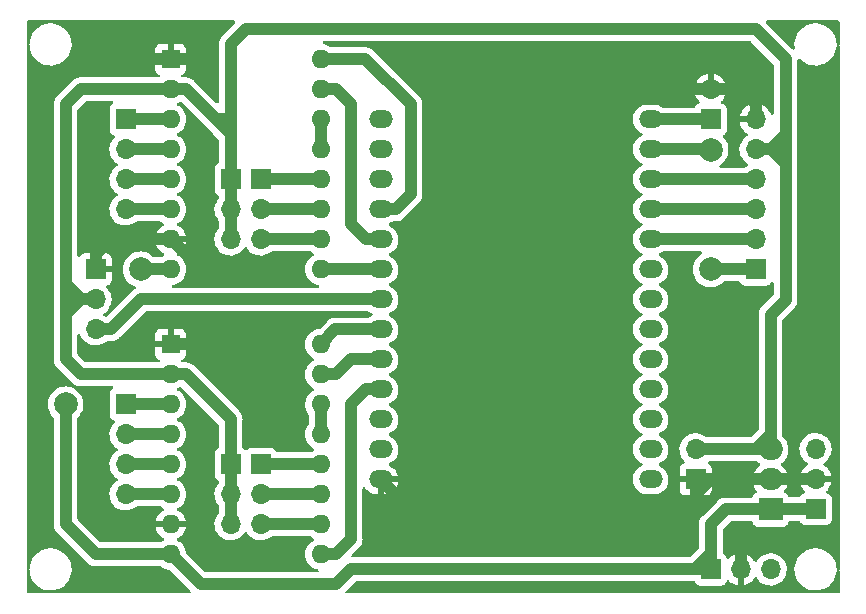
<source format=gbr>
%TF.GenerationSoftware,KiCad,Pcbnew,(6.0.8)*%
%TF.CreationDate,2023-02-19T18:51:48-05:00*%
%TF.ProjectId,ESP32 Plotter,45535033-3220-4506-9c6f-747465722e6b,rev?*%
%TF.SameCoordinates,Original*%
%TF.FileFunction,Copper,L2,Bot*%
%TF.FilePolarity,Positive*%
%FSLAX46Y46*%
G04 Gerber Fmt 4.6, Leading zero omitted, Abs format (unit mm)*
G04 Created by KiCad (PCBNEW (6.0.8)) date 2023-02-19 18:51:48*
%MOMM*%
%LPD*%
G01*
G04 APERTURE LIST*
%TA.AperFunction,ComponentPad*%
%ADD10R,1.700000X1.700000*%
%TD*%
%TA.AperFunction,ComponentPad*%
%ADD11O,1.700000X1.700000*%
%TD*%
%TA.AperFunction,ComponentPad*%
%ADD12O,2.000000X1.500000*%
%TD*%
%TA.AperFunction,ComponentPad*%
%ADD13O,2.000000X1.905000*%
%TD*%
%TA.AperFunction,ComponentPad*%
%ADD14R,2.000000X1.905000*%
%TD*%
%TA.AperFunction,ComponentPad*%
%ADD15R,1.600000X1.600000*%
%TD*%
%TA.AperFunction,ComponentPad*%
%ADD16O,1.600000X1.600000*%
%TD*%
%TA.AperFunction,ViaPad*%
%ADD17C,2.000000*%
%TD*%
%TA.AperFunction,Conductor*%
%ADD18C,1.000000*%
%TD*%
G04 APERTURE END LIST*
D10*
%TO.P,J10,1,Pin_1*%
%TO.N,+12V*%
X160035000Y-110490000D03*
D11*
%TO.P,J10,2,Pin_2*%
%TO.N,GND*%
X162575000Y-110490000D03*
%TO.P,J10,3,Pin_3*%
%TO.N,unconnected-(J10-Pad3)*%
X165115000Y-110490000D03*
%TD*%
D12*
%TO.P,U1,5,VP*%
%TO.N,unconnected-(U1-Pad5)*%
X132082500Y-72390000D03*
%TO.P,U1,8,VN*%
%TO.N,unconnected-(U1-Pad8)*%
X132082500Y-74930000D03*
%TO.P,U1,9,EN*%
%TO.N,unconnected-(U1-Pad9)*%
X132082500Y-77470000D03*
%TO.P,U1,10,D34*%
%TO.N,/DirectionL*%
X132082500Y-80010000D03*
%TO.P,U1,11,D35*%
%TO.N,/StepL*%
X132082500Y-82550000D03*
%TO.P,U1,12,D32*%
%TO.N,/EnableL*%
X132082500Y-85090000D03*
%TO.P,U1,13,D33*%
%TO.N,/Servo*%
X132082500Y-87630000D03*
%TO.P,U1,14,D25*%
%TO.N,/DirectionR*%
X132082500Y-90170000D03*
%TO.P,U1,15,D26*%
%TO.N,/StepR*%
X132082500Y-92710000D03*
%TO.P,U1,16,D27*%
%TO.N,/EnableR*%
X132082500Y-95250000D03*
%TO.P,U1,17,D14*%
%TO.N,unconnected-(U1-Pad17)*%
X132082500Y-97790000D03*
%TO.P,U1,18,D12*%
%TO.N,unconnected-(U1-Pad18)*%
X132082500Y-100330000D03*
%TO.P,U1,19,GND*%
%TO.N,GND*%
X132082500Y-102870000D03*
%TO.P,U1,20,D13*%
%TO.N,unconnected-(U1-Pad20)*%
X154942500Y-102870000D03*
%TO.P,U1,21,D15*%
%TO.N,unconnected-(U1-Pad21)*%
X154942500Y-100330000D03*
%TO.P,U1,22,D2*%
%TO.N,unconnected-(U1-Pad22)*%
X154942500Y-97790000D03*
%TO.P,U1,23,D0*%
%TO.N,unconnected-(U1-Pad23)*%
X154942500Y-95250000D03*
%TO.P,U1,24,D4*%
%TO.N,unconnected-(U1-Pad24)*%
X154942500Y-92710000D03*
%TO.P,U1,25,RX2*%
%TO.N,unconnected-(U1-Pad25)*%
X154942500Y-90170000D03*
%TO.P,U1,27,TX2*%
%TO.N,unconnected-(U1-Pad27)*%
X154942500Y-87630000D03*
%TO.P,U1,34,D5*%
%TO.N,unconnected-(U1-Pad34)*%
X154942500Y-85090000D03*
%TO.P,U1,35,D18*%
%TO.N,/SCLOCK*%
X154942500Y-82550000D03*
%TO.P,U1,36,D23*%
%TO.N,/MOSI*%
X154942500Y-80010000D03*
%TO.P,U1,38,D19*%
%TO.N,/MISO*%
X154942500Y-77470000D03*
%TO.P,U1,39,D22*%
%TO.N,/CHIP SELECT*%
X154942500Y-74930000D03*
%TO.P,U1,40,3V3*%
%TO.N,/3V3*%
X154942500Y-72390000D03*
%TD*%
D10*
%TO.P,J12,1,Pin_1*%
%TO.N,GND*%
X158752500Y-102855000D03*
D11*
%TO.P,J12,2,Pin_2*%
%TO.N,+5V*%
X158752500Y-100315000D03*
%TD*%
%TO.P,J6,6,Pin_6*%
%TO.N,GND*%
X163832500Y-72390000D03*
%TO.P,J6,5,Pin_5*%
%TO.N,+5V*%
X163832500Y-74930000D03*
%TO.P,J6,4,Pin_4*%
%TO.N,/MISO*%
X163832500Y-77470000D03*
%TO.P,J6,3,Pin_3*%
%TO.N,/MOSI*%
X163832500Y-80010000D03*
%TO.P,J6,2,Pin_2*%
%TO.N,/SCLOCK*%
X163832500Y-82550000D03*
D10*
%TO.P,J6,1,Pin_1*%
%TO.N,/CHIP SELECT*%
X163832500Y-85090000D03*
%TD*%
D11*
%TO.P,J5,2,Pin_2*%
%TO.N,GND*%
X160022500Y-69850000D03*
D10*
%TO.P,J5,1,Pin_1*%
%TO.N,/3V3*%
X160022500Y-72390000D03*
%TD*%
D13*
%TO.P,U2,3,VO*%
%TO.N,+5V*%
X165100000Y-100330000D03*
%TO.P,U2,2,GND*%
%TO.N,GND*%
X165100000Y-102870000D03*
D14*
%TO.P,U2,1,VI*%
%TO.N,+12V*%
X165100000Y-105410000D03*
%TD*%
D11*
%TO.P,J11,3,Pin_3*%
%TO.N,unconnected-(J11-Pad3)*%
X168912500Y-100300000D03*
%TO.P,J11,2,Pin_2*%
%TO.N,GND*%
X168912500Y-102840000D03*
D10*
%TO.P,J11,1,Pin_1*%
%TO.N,+12V*%
X168912500Y-105380000D03*
%TD*%
%TO.P,J9,1,Pin_1*%
%TO.N,Net-(A2-Pad3)*%
X110492500Y-96515000D03*
D11*
%TO.P,J9,2,Pin_2*%
%TO.N,Net-(A2-Pad4)*%
X110492500Y-99055000D03*
%TO.P,J9,3,Pin_3*%
%TO.N,Net-(A2-Pad5)*%
X110492500Y-101595000D03*
%TO.P,J9,4,Pin_4*%
%TO.N,Net-(A2-Pad6)*%
X110492500Y-104135000D03*
%TD*%
D10*
%TO.P,J8,1,Pin_1*%
%TO.N,Net-(A2-Pad12)*%
X121922500Y-101585000D03*
D11*
%TO.P,J8,2,Pin_2*%
%TO.N,Net-(A2-Pad11)*%
X121922500Y-104125000D03*
%TO.P,J8,3,Pin_3*%
%TO.N,Net-(A2-Pad10)*%
X121922500Y-106665000D03*
%TD*%
D10*
%TO.P,J7,1,Pin_1*%
%TO.N,+5V*%
X119382500Y-77470000D03*
D11*
%TO.P,J7,2,Pin_2*%
X119382500Y-80010000D03*
%TO.P,J7,3,Pin_3*%
X119382500Y-82550000D03*
%TD*%
D10*
%TO.P,J4,1,Pin_1*%
%TO.N,Net-(A1-Pad3)*%
X110492500Y-72385000D03*
D11*
%TO.P,J4,2,Pin_2*%
%TO.N,Net-(A1-Pad4)*%
X110492500Y-74925000D03*
%TO.P,J4,3,Pin_3*%
%TO.N,Net-(A1-Pad5)*%
X110492500Y-77465000D03*
%TO.P,J4,4,Pin_4*%
%TO.N,Net-(A1-Pad6)*%
X110492500Y-80005000D03*
%TD*%
D10*
%TO.P,J3,1,Pin_1*%
%TO.N,Net-(A1-Pad12)*%
X121922500Y-77470000D03*
D11*
%TO.P,J3,2,Pin_2*%
%TO.N,Net-(A1-Pad11)*%
X121922500Y-80010000D03*
%TO.P,J3,3,Pin_3*%
%TO.N,Net-(A1-Pad10)*%
X121922500Y-82550000D03*
%TD*%
D10*
%TO.P,J2,1,Pin_1*%
%TO.N,+5V*%
X119382500Y-101585000D03*
D11*
%TO.P,J2,2,Pin_2*%
X119382500Y-104125000D03*
%TO.P,J2,3,Pin_3*%
X119382500Y-106665000D03*
%TD*%
D10*
%TO.P,J1,1,Pin_1*%
%TO.N,GND*%
X107952500Y-85075000D03*
D11*
%TO.P,J1,2,Pin_2*%
%TO.N,+5V*%
X107952500Y-87615000D03*
%TO.P,J1,3,Pin_3*%
%TO.N,/Servo*%
X107952500Y-90155000D03*
%TD*%
D15*
%TO.P,A2,1,GND*%
%TO.N,GND*%
X114312500Y-91425000D03*
D16*
%TO.P,A2,2,VDD*%
%TO.N,+5V*%
X114312500Y-93965000D03*
%TO.P,A2,3,1B*%
%TO.N,Net-(A2-Pad3)*%
X114312500Y-96505000D03*
%TO.P,A2,4,1A*%
%TO.N,Net-(A2-Pad4)*%
X114312500Y-99045000D03*
%TO.P,A2,5,2A*%
%TO.N,Net-(A2-Pad5)*%
X114312500Y-101585000D03*
%TO.P,A2,6,2B*%
%TO.N,Net-(A2-Pad6)*%
X114312500Y-104125000D03*
%TO.P,A2,7,GND*%
%TO.N,GND*%
X114312500Y-106665000D03*
%TO.P,A2,8,VMOT*%
%TO.N,+12V*%
X114312500Y-109205000D03*
%TO.P,A2,9,~{ENABLE}*%
%TO.N,/EnableR*%
X127012500Y-109205000D03*
%TO.P,A2,10,MS1*%
%TO.N,Net-(A2-Pad10)*%
X127012500Y-106665000D03*
%TO.P,A2,11,MS2*%
%TO.N,Net-(A2-Pad11)*%
X127012500Y-104125000D03*
%TO.P,A2,12,MS3*%
%TO.N,Net-(A2-Pad12)*%
X127012500Y-101585000D03*
%TO.P,A2,13,~{RESET}*%
%TO.N,Net-(A2-Pad13)*%
X127012500Y-99045000D03*
%TO.P,A2,14,~{SLEEP}*%
X127012500Y-96505000D03*
%TO.P,A2,15,STEP*%
%TO.N,/StepR*%
X127012500Y-93965000D03*
%TO.P,A2,16,DIR*%
%TO.N,/DirectionR*%
X127012500Y-91425000D03*
%TD*%
D15*
%TO.P,A1,1,GND*%
%TO.N,GND*%
X114312500Y-67295000D03*
D16*
%TO.P,A1,2,VDD*%
%TO.N,+5V*%
X114312500Y-69835000D03*
%TO.P,A1,3,1B*%
%TO.N,Net-(A1-Pad3)*%
X114312500Y-72375000D03*
%TO.P,A1,4,1A*%
%TO.N,Net-(A1-Pad4)*%
X114312500Y-74915000D03*
%TO.P,A1,5,2A*%
%TO.N,Net-(A1-Pad5)*%
X114312500Y-77455000D03*
%TO.P,A1,6,2B*%
%TO.N,Net-(A1-Pad6)*%
X114312500Y-79995000D03*
%TO.P,A1,7,GND*%
%TO.N,GND*%
X114312500Y-82535000D03*
%TO.P,A1,8,VMOT*%
%TO.N,+12V*%
X114312500Y-85075000D03*
%TO.P,A1,9,~{ENABLE}*%
%TO.N,/EnableL*%
X127012500Y-85075000D03*
%TO.P,A1,10,MS1*%
%TO.N,Net-(A1-Pad10)*%
X127012500Y-82535000D03*
%TO.P,A1,11,MS2*%
%TO.N,Net-(A1-Pad11)*%
X127012500Y-79995000D03*
%TO.P,A1,12,MS3*%
%TO.N,Net-(A1-Pad12)*%
X127012500Y-77455000D03*
%TO.P,A1,13,~{RESET}*%
%TO.N,Net-(A1-Pad13)*%
X127012500Y-74915000D03*
%TO.P,A1,14,~{SLEEP}*%
X127012500Y-72375000D03*
%TO.P,A1,15,STEP*%
%TO.N,/StepL*%
X127012500Y-69835000D03*
%TO.P,A1,16,DIR*%
%TO.N,/DirectionL*%
X127012500Y-67295000D03*
%TD*%
D17*
%TO.N,GND*%
X162560000Y-107950000D03*
X162575000Y-102855000D03*
X111760000Y-67310000D03*
X107950000Y-72390000D03*
X135890000Y-67310000D03*
%TO.N,+12V*%
X105412500Y-96505000D03*
X111762500Y-85075000D03*
%TO.N,GND*%
X116842500Y-91425000D03*
X116842500Y-85075000D03*
X116842500Y-67295000D03*
%TO.N,/CHIP SELECT*%
X160022500Y-85090000D03*
X160022500Y-74945000D03*
%TD*%
D18*
%TO.N,GND*%
X162575000Y-102855000D02*
X160022500Y-102855000D01*
X162575000Y-107965000D02*
X162560000Y-107950000D01*
X162575000Y-110490000D02*
X162575000Y-107965000D01*
%TO.N,+12V*%
X160005000Y-109205000D02*
X160035000Y-109205000D01*
X158735000Y-110475000D02*
X160005000Y-109205000D01*
X158735000Y-110475000D02*
X129542500Y-110475000D01*
X160035000Y-106695000D02*
X160035000Y-109205000D01*
X160035000Y-110475000D02*
X158735000Y-110475000D01*
X160035000Y-109205000D02*
X160035000Y-110490000D01*
X160020000Y-106680000D02*
X160035000Y-106695000D01*
X165100000Y-105410000D02*
X161290000Y-105410000D01*
X161290000Y-105410000D02*
X160020000Y-106680000D01*
%TO.N,GND*%
X111775000Y-67295000D02*
X111760000Y-67310000D01*
X114312500Y-67295000D02*
X111775000Y-67295000D01*
X148575000Y-72375000D02*
X143510000Y-67310000D01*
X143510000Y-67310000D02*
X135890000Y-67310000D01*
X148605000Y-72375000D02*
X148575000Y-72375000D01*
X147365000Y-107935000D02*
X147335000Y-107935000D01*
X148605000Y-106695000D02*
X147365000Y-107935000D01*
X147335000Y-107935000D02*
X137175000Y-107935000D01*
X148605000Y-107935000D02*
X147335000Y-107935000D01*
X148605000Y-106695000D02*
X148605000Y-107935000D01*
X149845000Y-107935000D02*
X148605000Y-106695000D01*
X149845000Y-107935000D02*
X148605000Y-107935000D01*
X156212500Y-107935000D02*
X149845000Y-107935000D01*
X148605000Y-72375000D02*
X148605000Y-106695000D01*
X151130000Y-69850000D02*
X148605000Y-72375000D01*
X160022500Y-69850000D02*
X151130000Y-69850000D01*
X132082500Y-102872500D02*
X132082500Y-102870000D01*
X137160000Y-107950000D02*
X132082500Y-102872500D01*
X137175000Y-107935000D02*
X137160000Y-107950000D01*
X158752500Y-105395000D02*
X158752500Y-104125000D01*
X156212500Y-107935000D02*
X158752500Y-105395000D01*
%TO.N,/EnableR*%
X130810000Y-95250000D02*
X132082500Y-95250000D01*
X129540000Y-96520000D02*
X130810000Y-95250000D01*
X129542500Y-96522500D02*
X129540000Y-96520000D01*
X129542500Y-107935000D02*
X129542500Y-96522500D01*
%TO.N,/StepR*%
X129540000Y-92710000D02*
X132082500Y-92710000D01*
X128285000Y-93965000D02*
X129540000Y-92710000D01*
X127012500Y-93965000D02*
X128285000Y-93965000D01*
%TO.N,/DirectionR*%
X128267500Y-90170000D02*
X132082500Y-90170000D01*
X127012500Y-91425000D02*
X128267500Y-90170000D01*
%TO.N,/Servo*%
X109235000Y-90155000D02*
X111760000Y-87630000D01*
X107952500Y-90155000D02*
X109235000Y-90155000D01*
X111760000Y-87630000D02*
X132082500Y-87630000D01*
%TO.N,/EnableL*%
X132067500Y-85075000D02*
X132082500Y-85090000D01*
X127012500Y-85075000D02*
X132067500Y-85075000D01*
%TO.N,/StepL*%
X129540000Y-71107500D02*
X129542500Y-71105000D01*
X129540000Y-81280000D02*
X129540000Y-71107500D01*
X130810000Y-82550000D02*
X129540000Y-81280000D01*
X132082500Y-82550000D02*
X130810000Y-82550000D01*
%TO.N,/DirectionL*%
X133350000Y-80010000D02*
X132082500Y-80010000D01*
X134620000Y-71120000D02*
X134620000Y-78740000D01*
X134620000Y-78740000D02*
X133350000Y-80010000D01*
X130795000Y-67295000D02*
X134620000Y-71120000D01*
X127012500Y-67295000D02*
X130795000Y-67295000D01*
%TO.N,+5V*%
X166372500Y-73660000D02*
X166372500Y-67295000D01*
X165100000Y-88915000D02*
X165100000Y-100330000D01*
%TO.N,+12V*%
X116842500Y-111735000D02*
X114312500Y-109205000D01*
X116842500Y-111745000D02*
X116842500Y-111735000D01*
X129542500Y-110475000D02*
X128272500Y-111745000D01*
X128272500Y-111745000D02*
X116842500Y-111745000D01*
X165130000Y-105380000D02*
X165100000Y-105410000D01*
X168912500Y-105380000D02*
X165130000Y-105380000D01*
%TO.N,+5V*%
X165100000Y-100330000D02*
X165100000Y-99060000D01*
X163845000Y-100315000D02*
X165085000Y-100315000D01*
X163845000Y-100315000D02*
X165100000Y-99060000D01*
X158752500Y-100315000D02*
X163845000Y-100315000D01*
X166372500Y-87642500D02*
X166372500Y-76200000D01*
X165100000Y-88915000D02*
X166372500Y-87642500D01*
X165085000Y-100315000D02*
X165100000Y-100330000D01*
%TO.N,/CHIP SELECT*%
X160007500Y-74930000D02*
X160022500Y-74945000D01*
X154942500Y-74930000D02*
X160007500Y-74930000D01*
%TO.N,GND*%
X158752500Y-104125000D02*
X160022500Y-102855000D01*
X160022500Y-102855000D02*
X158752500Y-102855000D01*
X163507500Y-102855000D02*
X162575000Y-102855000D01*
X158752500Y-104125000D02*
X158752500Y-102855000D01*
%TO.N,Net-(A2-Pad12)*%
X121922500Y-101585000D02*
X127012500Y-101585000D01*
%TO.N,Net-(A2-Pad11)*%
X127012500Y-104125000D02*
X121922500Y-104125000D01*
%TO.N,Net-(A2-Pad10)*%
X121922500Y-106665000D02*
X127012500Y-106665000D01*
%TO.N,Net-(A1-Pad10)*%
X126997500Y-82550000D02*
X127012500Y-82535000D01*
X121922500Y-82550000D02*
X126997500Y-82550000D01*
%TO.N,Net-(A1-Pad11)*%
X126997500Y-80010000D02*
X127012500Y-79995000D01*
X121922500Y-80010000D02*
X126997500Y-80010000D01*
%TO.N,Net-(A1-Pad12)*%
X126997500Y-77470000D02*
X127012500Y-77455000D01*
X121922500Y-77470000D02*
X126997500Y-77470000D01*
%TO.N,+12V*%
X105412500Y-106665000D02*
X105412500Y-96505000D01*
X107952500Y-109205000D02*
X105412500Y-106665000D01*
X114312500Y-109205000D02*
X107952500Y-109205000D01*
X114312500Y-85075000D02*
X111762500Y-85075000D01*
%TO.N,GND*%
X114312500Y-91425000D02*
X116842500Y-91425000D01*
X114312500Y-82545000D02*
X116842500Y-85075000D01*
X114312500Y-82535000D02*
X114312500Y-82545000D01*
X114312500Y-67295000D02*
X116842500Y-67295000D01*
%TO.N,+5V*%
X107952500Y-87615000D02*
X105412500Y-87615000D01*
X105412500Y-87615000D02*
X105412500Y-86345000D01*
X105412500Y-88885000D02*
X105412500Y-87615000D01*
X106682500Y-69835000D02*
X114312500Y-69835000D01*
X105412500Y-71105000D02*
X106682500Y-69835000D01*
X105412500Y-86345000D02*
X105412500Y-71105000D01*
X106682500Y-87615000D02*
X105412500Y-86345000D01*
X106682500Y-87615000D02*
X107952500Y-87615000D01*
X105412500Y-88885000D02*
X106682500Y-87615000D01*
X105412500Y-92695000D02*
X105412500Y-88885000D01*
X106682500Y-93965000D02*
X105412500Y-92695000D01*
X114312500Y-93965000D02*
X106682500Y-93965000D01*
X166372500Y-74930000D02*
X166372500Y-73660000D01*
X165102500Y-74930000D02*
X166372500Y-73660000D01*
X166372500Y-76200000D02*
X166372500Y-74930000D01*
X119382500Y-72375000D02*
X119382500Y-73645000D01*
X119382500Y-66025000D02*
X119382500Y-72375000D01*
X118112500Y-72375000D02*
X119382500Y-73645000D01*
X118112500Y-72375000D02*
X119382500Y-72375000D01*
X115572500Y-69835000D02*
X118112500Y-72375000D01*
X163832500Y-64755000D02*
X120652500Y-64755000D01*
X166372500Y-67295000D02*
X163832500Y-64755000D01*
X120652500Y-64755000D02*
X119382500Y-66025000D01*
X163832500Y-74930000D02*
X166372500Y-74930000D01*
X165102500Y-74930000D02*
X166372500Y-76200000D01*
X163832500Y-74930000D02*
X165102500Y-74930000D01*
%TO.N,GND*%
X163522500Y-102840000D02*
X163507500Y-102855000D01*
X168912500Y-102840000D02*
X163522500Y-102840000D01*
%TO.N,Net-(A2-Pad3)*%
X114302500Y-96515000D02*
X114312500Y-96505000D01*
X110492500Y-96515000D02*
X114302500Y-96515000D01*
%TO.N,Net-(A2-Pad4)*%
X110502500Y-99045000D02*
X110492500Y-99055000D01*
X114312500Y-99045000D02*
X110502500Y-99045000D01*
%TO.N,Net-(A2-Pad5)*%
X114302500Y-101595000D02*
X114312500Y-101585000D01*
X110492500Y-101595000D02*
X114302500Y-101595000D01*
%TO.N,Net-(A2-Pad6)*%
X110502500Y-104125000D02*
X110492500Y-104135000D01*
X114312500Y-104125000D02*
X110502500Y-104125000D01*
%TO.N,GND*%
X109222500Y-82535000D02*
X114312500Y-82535000D01*
X107952500Y-83805000D02*
X109222500Y-82535000D01*
X107952500Y-85075000D02*
X107952500Y-83805000D01*
%TO.N,Net-(A1-Pad6)*%
X110492500Y-80005000D02*
X114302500Y-80005000D01*
X114302500Y-80005000D02*
X114312500Y-79995000D01*
%TO.N,Net-(A1-Pad5)*%
X114302500Y-77465000D02*
X114312500Y-77455000D01*
X110492500Y-77465000D02*
X114302500Y-77465000D01*
%TO.N,Net-(A1-Pad4)*%
X114302500Y-74925000D02*
X114312500Y-74915000D01*
X110492500Y-74925000D02*
X114302500Y-74925000D01*
%TO.N,Net-(A1-Pad3)*%
X114302500Y-72385000D02*
X114312500Y-72375000D01*
X110492500Y-72385000D02*
X114302500Y-72385000D01*
%TO.N,/EnableR*%
X128272500Y-109205000D02*
X129542500Y-107935000D01*
X127012500Y-109205000D02*
X128272500Y-109205000D01*
%TO.N,/StepL*%
X128272500Y-69835000D02*
X127012500Y-69835000D01*
X129542500Y-71105000D02*
X128272500Y-69835000D01*
%TO.N,+5V*%
X119382500Y-97775000D02*
X119382500Y-106665000D01*
X115572500Y-93965000D02*
X119382500Y-97775000D01*
X114312500Y-93965000D02*
X115572500Y-93965000D01*
X119382500Y-73645000D02*
X119382500Y-82550000D01*
X114312500Y-69835000D02*
X115572500Y-69835000D01*
%TO.N,Net-(A1-Pad13)*%
X127012500Y-74915000D02*
X127012500Y-72375000D01*
%TO.N,Net-(A2-Pad13)*%
X127012500Y-99045000D02*
X127012500Y-96505000D01*
%TO.N,GND*%
X163832500Y-71120000D02*
X163832500Y-72390000D01*
X162562500Y-69850000D02*
X163832500Y-71120000D01*
X160022500Y-69850000D02*
X162562500Y-69850000D01*
%TO.N,/3V3*%
X154942500Y-72390000D02*
X160022500Y-72390000D01*
%TO.N,/CHIP SELECT*%
X163832500Y-85090000D02*
X160022500Y-85090000D01*
%TO.N,/MISO*%
X154942500Y-77470000D02*
X163832500Y-77470000D01*
%TO.N,/MOSI*%
X154942500Y-80010000D02*
X163832500Y-80010000D01*
%TO.N,/SCLOCK*%
X154942500Y-82550000D02*
X163832500Y-82550000D01*
%TD*%
%TA.AperFunction,Conductor*%
%TO.N,GND*%
G36*
X104045096Y-64015235D02*
G01*
X104048436Y-64013150D01*
X104082349Y-64008500D01*
X119668575Y-64008500D01*
X119736696Y-64028502D01*
X119783189Y-64082158D01*
X119793293Y-64152432D01*
X119763799Y-64217012D01*
X119757670Y-64223595D01*
X118713121Y-65268145D01*
X118702978Y-65277247D01*
X118673475Y-65300968D01*
X118669508Y-65305696D01*
X118641209Y-65339421D01*
X118638028Y-65343069D01*
X118636385Y-65344881D01*
X118634191Y-65347075D01*
X118606858Y-65380349D01*
X118606196Y-65381147D01*
X118546346Y-65452474D01*
X118543778Y-65457144D01*
X118540397Y-65461261D01*
X118533518Y-65474091D01*
X118496523Y-65543086D01*
X118495894Y-65544245D01*
X118454038Y-65620381D01*
X118454035Y-65620389D01*
X118451067Y-65625787D01*
X118449455Y-65630869D01*
X118446938Y-65635563D01*
X118419738Y-65724531D01*
X118419418Y-65725559D01*
X118391265Y-65814306D01*
X118390671Y-65819602D01*
X118389113Y-65824698D01*
X118387848Y-65837158D01*
X118379718Y-65917187D01*
X118379589Y-65918393D01*
X118374000Y-65968227D01*
X118374000Y-65971754D01*
X118373945Y-65972739D01*
X118373498Y-65978419D01*
X118369126Y-66021462D01*
X118372837Y-66060716D01*
X118373441Y-66067109D01*
X118374000Y-66078967D01*
X118374000Y-70906076D01*
X118353998Y-70974197D01*
X118300342Y-71020690D01*
X118230068Y-71030794D01*
X118165488Y-71001300D01*
X118158905Y-70995171D01*
X116329355Y-69165621D01*
X116320253Y-69155478D01*
X116300397Y-69130782D01*
X116296532Y-69125975D01*
X116258078Y-69093708D01*
X116254431Y-69090528D01*
X116252619Y-69088885D01*
X116250425Y-69086691D01*
X116217151Y-69059358D01*
X116216353Y-69058696D01*
X116145026Y-68998846D01*
X116140356Y-68996278D01*
X116136239Y-68992897D01*
X116054414Y-68949023D01*
X116053255Y-68948394D01*
X115977119Y-68906538D01*
X115977111Y-68906535D01*
X115971713Y-68903567D01*
X115966631Y-68901955D01*
X115961937Y-68899438D01*
X115872969Y-68872238D01*
X115871941Y-68871918D01*
X115783194Y-68843765D01*
X115777898Y-68843171D01*
X115772802Y-68841613D01*
X115680243Y-68832210D01*
X115679107Y-68832089D01*
X115641800Y-68827905D01*
X115632770Y-68826892D01*
X115632766Y-68826892D01*
X115629273Y-68826500D01*
X115625746Y-68826500D01*
X115624761Y-68826445D01*
X115619081Y-68825998D01*
X115589675Y-68823011D01*
X115582163Y-68822248D01*
X115582161Y-68822248D01*
X115576038Y-68821626D01*
X115533759Y-68825623D01*
X115530391Y-68825941D01*
X115518533Y-68826500D01*
X115303572Y-68826500D01*
X115235451Y-68806498D01*
X115188958Y-68752842D01*
X115178854Y-68682568D01*
X115208348Y-68617988D01*
X115259342Y-68582518D01*
X115350554Y-68548324D01*
X115366149Y-68539786D01*
X115468224Y-68463285D01*
X115480785Y-68450724D01*
X115557286Y-68348649D01*
X115565824Y-68333054D01*
X115610978Y-68212606D01*
X115614605Y-68197351D01*
X115620131Y-68146486D01*
X115620500Y-68139672D01*
X115620500Y-67567115D01*
X115616025Y-67551876D01*
X115614635Y-67550671D01*
X115606952Y-67549000D01*
X113022616Y-67549000D01*
X113007377Y-67553475D01*
X113006172Y-67554865D01*
X113004501Y-67562548D01*
X113004501Y-68139669D01*
X113004871Y-68146490D01*
X113010395Y-68197352D01*
X113014021Y-68212604D01*
X113059176Y-68333054D01*
X113067714Y-68348649D01*
X113144215Y-68450724D01*
X113156776Y-68463285D01*
X113258851Y-68539786D01*
X113274446Y-68548324D01*
X113365658Y-68582518D01*
X113422422Y-68625160D01*
X113447122Y-68691721D01*
X113431915Y-68761070D01*
X113381629Y-68811188D01*
X113321428Y-68826500D01*
X106744342Y-68826500D01*
X106730735Y-68825763D01*
X106699237Y-68822341D01*
X106699232Y-68822341D01*
X106693111Y-68821676D01*
X106675111Y-68823251D01*
X106643109Y-68826050D01*
X106638284Y-68826379D01*
X106635813Y-68826500D01*
X106632731Y-68826500D01*
X106610263Y-68828703D01*
X106589989Y-68830691D01*
X106588674Y-68830813D01*
X106556413Y-68833636D01*
X106496087Y-68838913D01*
X106490968Y-68840400D01*
X106485667Y-68840920D01*
X106479762Y-68842703D01*
X106479761Y-68842703D01*
X106460407Y-68848546D01*
X106396694Y-68867782D01*
X106395554Y-68868120D01*
X106306163Y-68894091D01*
X106301429Y-68896545D01*
X106296331Y-68898084D01*
X106290887Y-68900978D01*
X106290886Y-68900979D01*
X106214331Y-68941684D01*
X106213163Y-68942298D01*
X106130574Y-68985108D01*
X106126411Y-68988431D01*
X106121704Y-68990934D01*
X106049582Y-69049755D01*
X106048726Y-69050446D01*
X106009527Y-69081738D01*
X106007023Y-69084242D01*
X106006305Y-69084884D01*
X106001972Y-69088585D01*
X105968438Y-69115935D01*
X105964511Y-69120682D01*
X105964509Y-69120684D01*
X105939213Y-69151262D01*
X105931223Y-69160042D01*
X104743121Y-70348145D01*
X104732978Y-70357247D01*
X104703475Y-70380968D01*
X104682523Y-70405938D01*
X104671209Y-70419421D01*
X104668028Y-70423069D01*
X104666385Y-70424881D01*
X104664191Y-70427075D01*
X104636858Y-70460349D01*
X104636196Y-70461147D01*
X104576346Y-70532474D01*
X104573778Y-70537144D01*
X104570397Y-70541261D01*
X104555338Y-70569346D01*
X104526523Y-70623086D01*
X104525894Y-70624245D01*
X104484038Y-70700381D01*
X104484035Y-70700389D01*
X104481067Y-70705787D01*
X104479455Y-70710869D01*
X104476938Y-70715563D01*
X104449738Y-70804531D01*
X104449418Y-70805559D01*
X104421265Y-70894306D01*
X104420671Y-70899602D01*
X104419113Y-70904698D01*
X104409923Y-70995171D01*
X104409718Y-70997187D01*
X104409589Y-70998393D01*
X104404000Y-71048227D01*
X104404000Y-71051754D01*
X104403945Y-71052739D01*
X104403498Y-71058419D01*
X104399126Y-71101462D01*
X104401989Y-71131749D01*
X104403441Y-71147109D01*
X104404000Y-71158967D01*
X104404000Y-86283157D01*
X104403263Y-86296764D01*
X104401372Y-86314176D01*
X104399176Y-86334388D01*
X104399713Y-86340523D01*
X104403521Y-86384053D01*
X104404000Y-86395034D01*
X104404000Y-87555127D01*
X104403310Y-87568297D01*
X104399145Y-87607925D01*
X104402613Y-87646037D01*
X104403481Y-87655570D01*
X104404000Y-87666990D01*
X104404000Y-88827096D01*
X104403355Y-88839829D01*
X104399923Y-88873617D01*
X104399126Y-88881462D01*
X104403123Y-88923741D01*
X104403441Y-88927109D01*
X104404000Y-88938967D01*
X104404000Y-92633157D01*
X104403263Y-92646764D01*
X104400581Y-92671457D01*
X104399176Y-92684388D01*
X104400192Y-92695999D01*
X104403550Y-92734388D01*
X104403879Y-92739214D01*
X104404000Y-92741686D01*
X104404000Y-92744769D01*
X104405174Y-92756738D01*
X104408190Y-92787506D01*
X104408312Y-92788819D01*
X104416413Y-92881413D01*
X104417900Y-92886532D01*
X104418420Y-92891833D01*
X104445291Y-92980834D01*
X104445626Y-92981967D01*
X104460618Y-93033567D01*
X104471591Y-93071336D01*
X104474044Y-93076068D01*
X104475584Y-93081169D01*
X104478478Y-93086612D01*
X104519231Y-93163260D01*
X104519843Y-93164426D01*
X104546935Y-93216691D01*
X104562608Y-93246926D01*
X104565931Y-93251089D01*
X104568434Y-93255796D01*
X104572330Y-93260573D01*
X104576893Y-93266168D01*
X104627255Y-93327918D01*
X104627946Y-93328774D01*
X104659238Y-93367973D01*
X104661742Y-93370477D01*
X104662384Y-93371195D01*
X104666085Y-93375528D01*
X104693435Y-93409062D01*
X104698182Y-93412989D01*
X104698184Y-93412991D01*
X104728762Y-93438287D01*
X104737542Y-93446277D01*
X105331610Y-94040344D01*
X105925645Y-94634379D01*
X105934747Y-94644522D01*
X105958468Y-94674025D01*
X105996956Y-94706320D01*
X106000575Y-94709478D01*
X106002390Y-94711124D01*
X106004575Y-94713309D01*
X106006955Y-94715264D01*
X106006965Y-94715273D01*
X106037736Y-94740549D01*
X106038751Y-94741391D01*
X106048893Y-94749901D01*
X106109974Y-94801154D01*
X106114648Y-94803723D01*
X106118761Y-94807102D01*
X106124198Y-94810017D01*
X106124199Y-94810018D01*
X106200547Y-94850955D01*
X106201677Y-94851568D01*
X106283287Y-94896433D01*
X106288369Y-94898045D01*
X106293063Y-94900562D01*
X106382031Y-94927762D01*
X106383059Y-94928082D01*
X106471806Y-94956235D01*
X106477102Y-94956829D01*
X106482198Y-94958387D01*
X106574757Y-94967790D01*
X106575893Y-94967911D01*
X106609508Y-94971681D01*
X106622230Y-94973108D01*
X106622234Y-94973108D01*
X106625727Y-94973500D01*
X106629254Y-94973500D01*
X106630239Y-94973555D01*
X106635919Y-94974002D01*
X106665325Y-94976989D01*
X106672837Y-94977752D01*
X106672839Y-94977752D01*
X106678962Y-94978374D01*
X106724608Y-94974059D01*
X106736467Y-94973500D01*
X109345908Y-94973500D01*
X109414029Y-94993502D01*
X109460522Y-95047158D01*
X109470626Y-95117432D01*
X109441132Y-95182012D01*
X109406418Y-95210019D01*
X109404196Y-95211236D01*
X109395795Y-95214385D01*
X109279239Y-95301739D01*
X109191885Y-95418295D01*
X109140755Y-95554684D01*
X109134000Y-95616866D01*
X109134000Y-97413134D01*
X109140755Y-97475316D01*
X109191885Y-97611705D01*
X109279239Y-97728261D01*
X109395795Y-97815615D01*
X109404204Y-97818767D01*
X109404205Y-97818768D01*
X109512951Y-97859535D01*
X109569716Y-97902176D01*
X109594416Y-97968738D01*
X109579209Y-98038087D01*
X109559816Y-98064568D01*
X109437338Y-98192734D01*
X109433129Y-98197138D01*
X109307243Y-98381680D01*
X109269922Y-98462081D01*
X109225142Y-98558553D01*
X109213188Y-98584305D01*
X109153489Y-98799570D01*
X109129751Y-99021695D01*
X109130048Y-99026848D01*
X109130048Y-99026851D01*
X109137991Y-99164612D01*
X109142610Y-99244715D01*
X109143747Y-99249761D01*
X109143748Y-99249767D01*
X109161219Y-99327288D01*
X109191722Y-99462639D01*
X109275766Y-99669616D01*
X109292401Y-99696762D01*
X109384823Y-99847581D01*
X109392487Y-99860088D01*
X109538750Y-100028938D01*
X109710626Y-100171632D01*
X109760550Y-100200805D01*
X109783945Y-100214476D01*
X109832669Y-100266114D01*
X109845740Y-100335897D01*
X109819009Y-100401669D01*
X109778555Y-100435027D01*
X109766107Y-100441507D01*
X109761974Y-100444610D01*
X109761971Y-100444612D01*
X109599634Y-100566498D01*
X109587465Y-100575635D01*
X109580485Y-100582939D01*
X109446985Y-100722639D01*
X109433129Y-100737138D01*
X109430215Y-100741410D01*
X109430214Y-100741411D01*
X109385176Y-100807435D01*
X109307243Y-100921680D01*
X109269924Y-101002077D01*
X109225142Y-101098553D01*
X109213188Y-101124305D01*
X109153489Y-101339570D01*
X109129751Y-101561695D01*
X109130048Y-101566848D01*
X109130048Y-101566851D01*
X109138439Y-101712378D01*
X109142610Y-101784715D01*
X109143747Y-101789761D01*
X109143748Y-101789767D01*
X109161165Y-101867050D01*
X109191722Y-102002639D01*
X109275766Y-102209616D01*
X109278465Y-102214020D01*
X109384823Y-102387581D01*
X109392487Y-102400088D01*
X109538750Y-102568938D01*
X109710626Y-102711632D01*
X109760550Y-102740805D01*
X109783945Y-102754476D01*
X109832669Y-102806114D01*
X109845740Y-102875897D01*
X109819009Y-102941669D01*
X109778555Y-102975027D01*
X109766107Y-102981507D01*
X109761974Y-102984610D01*
X109761971Y-102984612D01*
X109592357Y-103111962D01*
X109587465Y-103115635D01*
X109566019Y-103138077D01*
X109459797Y-103249232D01*
X109433129Y-103277138D01*
X109307243Y-103461680D01*
X109272196Y-103537183D01*
X109215513Y-103659297D01*
X109213188Y-103664305D01*
X109153489Y-103879570D01*
X109129751Y-104101695D01*
X109130048Y-104106848D01*
X109130048Y-104106851D01*
X109141108Y-104298664D01*
X109142610Y-104324715D01*
X109143747Y-104329761D01*
X109143748Y-104329767D01*
X109159887Y-104401379D01*
X109191722Y-104542639D01*
X109250358Y-104687042D01*
X109269762Y-104734829D01*
X109275766Y-104749616D01*
X109323234Y-104827077D01*
X109383663Y-104925688D01*
X109392487Y-104940088D01*
X109538750Y-105108938D01*
X109710626Y-105251632D01*
X109903500Y-105364338D01*
X110112192Y-105444030D01*
X110117260Y-105445061D01*
X110117263Y-105445062D01*
X110211502Y-105464235D01*
X110331097Y-105488567D01*
X110336272Y-105488757D01*
X110336274Y-105488757D01*
X110549173Y-105496564D01*
X110549177Y-105496564D01*
X110554337Y-105496753D01*
X110559457Y-105496097D01*
X110559459Y-105496097D01*
X110770788Y-105469025D01*
X110770789Y-105469025D01*
X110775916Y-105468368D01*
X110796215Y-105462278D01*
X110984929Y-105405661D01*
X110984934Y-105405659D01*
X110989884Y-105404174D01*
X111190494Y-105305896D01*
X111372360Y-105176173D01*
X111378306Y-105170247D01*
X111379458Y-105169621D01*
X111379974Y-105169185D01*
X111380064Y-105169292D01*
X111440680Y-105136332D01*
X111467245Y-105133500D01*
X113431760Y-105133500D01*
X113504031Y-105156287D01*
X113655751Y-105262523D01*
X113660733Y-105264846D01*
X113660738Y-105264849D01*
X113695549Y-105281081D01*
X113748834Y-105327998D01*
X113768295Y-105396275D01*
X113747753Y-105464235D01*
X113695549Y-105509471D01*
X113660989Y-105525586D01*
X113651493Y-105531069D01*
X113473033Y-105656028D01*
X113464625Y-105663084D01*
X113310584Y-105817125D01*
X113303528Y-105825533D01*
X113178569Y-106003993D01*
X113173086Y-106013489D01*
X113081010Y-106210947D01*
X113077264Y-106221239D01*
X113031106Y-106393503D01*
X113031442Y-106407599D01*
X113039384Y-106411000D01*
X115580467Y-106411000D01*
X115593998Y-106407027D01*
X115595227Y-106398478D01*
X115547736Y-106221239D01*
X115543990Y-106210947D01*
X115451914Y-106013489D01*
X115446431Y-106003993D01*
X115321472Y-105825533D01*
X115314416Y-105817125D01*
X115160375Y-105663084D01*
X115151967Y-105656028D01*
X114973507Y-105531069D01*
X114964011Y-105525586D01*
X114929451Y-105509471D01*
X114876166Y-105462554D01*
X114856705Y-105394277D01*
X114877247Y-105326317D01*
X114929451Y-105281081D01*
X114964262Y-105264849D01*
X114964267Y-105264846D01*
X114969249Y-105262523D01*
X115097775Y-105172528D01*
X115152289Y-105134357D01*
X115152292Y-105134355D01*
X115156800Y-105131198D01*
X115318698Y-104969300D01*
X115336421Y-104943990D01*
X115418284Y-104827077D01*
X115450023Y-104781749D01*
X115452346Y-104776767D01*
X115452349Y-104776762D01*
X115544461Y-104579225D01*
X115544461Y-104579224D01*
X115546784Y-104574243D01*
X115549011Y-104565934D01*
X115604619Y-104358402D01*
X115604619Y-104358400D01*
X115606043Y-104353087D01*
X115625998Y-104125000D01*
X115606043Y-103896913D01*
X115604201Y-103890038D01*
X115548207Y-103681067D01*
X115548206Y-103681065D01*
X115546784Y-103675757D01*
X115539692Y-103660547D01*
X115452349Y-103473238D01*
X115452346Y-103473233D01*
X115450023Y-103468251D01*
X115368916Y-103352419D01*
X115321857Y-103285211D01*
X115321855Y-103285208D01*
X115318698Y-103280700D01*
X115156800Y-103118802D01*
X115152292Y-103115645D01*
X115152289Y-103115643D01*
X114991132Y-103002800D01*
X114969249Y-102987477D01*
X114964267Y-102985154D01*
X114964262Y-102985151D01*
X114930043Y-102969195D01*
X114876758Y-102922278D01*
X114857297Y-102854001D01*
X114877839Y-102786041D01*
X114930043Y-102740805D01*
X114964262Y-102724849D01*
X114964267Y-102724846D01*
X114969249Y-102722523D01*
X115096725Y-102633263D01*
X115152289Y-102594357D01*
X115152292Y-102594355D01*
X115156800Y-102591198D01*
X115318698Y-102429300D01*
X115335101Y-102405875D01*
X115404325Y-102307012D01*
X115450023Y-102241749D01*
X115452346Y-102236767D01*
X115452349Y-102236762D01*
X115544461Y-102039225D01*
X115544461Y-102039224D01*
X115546784Y-102034243D01*
X115550828Y-102019153D01*
X115604619Y-101818402D01*
X115604619Y-101818400D01*
X115606043Y-101813087D01*
X115625998Y-101585000D01*
X115606043Y-101356913D01*
X115604619Y-101351598D01*
X115548207Y-101141067D01*
X115548206Y-101141065D01*
X115546784Y-101135757D01*
X115539692Y-101120547D01*
X115452349Y-100933238D01*
X115452346Y-100933233D01*
X115450023Y-100928251D01*
X115368916Y-100812419D01*
X115321857Y-100745211D01*
X115321855Y-100745208D01*
X115318698Y-100740700D01*
X115156800Y-100578802D01*
X115152292Y-100575645D01*
X115152289Y-100575643D01*
X115017280Y-100481109D01*
X114969249Y-100447477D01*
X114964267Y-100445154D01*
X114964262Y-100445151D01*
X114930043Y-100429195D01*
X114876758Y-100382278D01*
X114857297Y-100314001D01*
X114877839Y-100246041D01*
X114930043Y-100200805D01*
X114964262Y-100184849D01*
X114964267Y-100184846D01*
X114969249Y-100182523D01*
X115097775Y-100092528D01*
X115152289Y-100054357D01*
X115152292Y-100054355D01*
X115156800Y-100051198D01*
X115318698Y-99889300D01*
X115336421Y-99863990D01*
X115432765Y-99726396D01*
X115450023Y-99701749D01*
X115452346Y-99696767D01*
X115452349Y-99696762D01*
X115544461Y-99499225D01*
X115544461Y-99499224D01*
X115546784Y-99494243D01*
X115550828Y-99479153D01*
X115604619Y-99278402D01*
X115604619Y-99278400D01*
X115606043Y-99273087D01*
X115625998Y-99045000D01*
X115606043Y-98816913D01*
X115604619Y-98811598D01*
X115548207Y-98601067D01*
X115548206Y-98601065D01*
X115546784Y-98595757D01*
X115529436Y-98558553D01*
X115452349Y-98393238D01*
X115452346Y-98393233D01*
X115450023Y-98388251D01*
X115368916Y-98272419D01*
X115321857Y-98205211D01*
X115321855Y-98205208D01*
X115318698Y-98200700D01*
X115156800Y-98038802D01*
X115152292Y-98035645D01*
X115152289Y-98035643D01*
X115057090Y-97968984D01*
X114969249Y-97907477D01*
X114964267Y-97905154D01*
X114964262Y-97905151D01*
X114930043Y-97889195D01*
X114876758Y-97842278D01*
X114857297Y-97774001D01*
X114877839Y-97706041D01*
X114930043Y-97660805D01*
X114964262Y-97644849D01*
X114964267Y-97644846D01*
X114969249Y-97642523D01*
X115125868Y-97532857D01*
X115152289Y-97514357D01*
X115152292Y-97514355D01*
X115156800Y-97511198D01*
X115318698Y-97349300D01*
X115348898Y-97306171D01*
X115406951Y-97223262D01*
X115450023Y-97161749D01*
X115452346Y-97156767D01*
X115452349Y-97156762D01*
X115544461Y-96959225D01*
X115544461Y-96959224D01*
X115546784Y-96954243D01*
X115550828Y-96939153D01*
X115604619Y-96738402D01*
X115604619Y-96738400D01*
X115606043Y-96733087D01*
X115625998Y-96505000D01*
X115606043Y-96276913D01*
X115591116Y-96221204D01*
X115548207Y-96061067D01*
X115548206Y-96061065D01*
X115546784Y-96055757D01*
X115538227Y-96037406D01*
X115452349Y-95853238D01*
X115452346Y-95853233D01*
X115450023Y-95848251D01*
X115368916Y-95732419D01*
X115321857Y-95665211D01*
X115321855Y-95665208D01*
X115318698Y-95660700D01*
X115156800Y-95498802D01*
X115152292Y-95495645D01*
X115152289Y-95495643D01*
X115041824Y-95418295D01*
X114969249Y-95367477D01*
X114964267Y-95365154D01*
X114964262Y-95365151D01*
X114930043Y-95349195D01*
X114876758Y-95302278D01*
X114857297Y-95234001D01*
X114877839Y-95166041D01*
X114930043Y-95120805D01*
X114964262Y-95104849D01*
X114964267Y-95104846D01*
X114969249Y-95102523D01*
X115067644Y-95033626D01*
X115134917Y-95010938D01*
X115203777Y-95028223D01*
X115229009Y-95047744D01*
X118337095Y-98155829D01*
X118371121Y-98218141D01*
X118374000Y-98244924D01*
X118374000Y-100163991D01*
X118353998Y-100232112D01*
X118300342Y-100278605D01*
X118294806Y-100280903D01*
X118294204Y-100281232D01*
X118285795Y-100284385D01*
X118169239Y-100371739D01*
X118081885Y-100488295D01*
X118030755Y-100624684D01*
X118024000Y-100686866D01*
X118024000Y-102483134D01*
X118030755Y-102545316D01*
X118081885Y-102681705D01*
X118169239Y-102798261D01*
X118285795Y-102885615D01*
X118294204Y-102888767D01*
X118302075Y-102893077D01*
X118301164Y-102894741D01*
X118348990Y-102930663D01*
X118373693Y-102997224D01*
X118374000Y-103006009D01*
X118374000Y-103163381D01*
X118353998Y-103231502D01*
X118339094Y-103250432D01*
X118323129Y-103267138D01*
X118197243Y-103451680D01*
X118103188Y-103654305D01*
X118043489Y-103869570D01*
X118019751Y-104091695D01*
X118020048Y-104096848D01*
X118020048Y-104096851D01*
X118031737Y-104299575D01*
X118032610Y-104314715D01*
X118033747Y-104319761D01*
X118033748Y-104319767D01*
X118055052Y-104414297D01*
X118081722Y-104532639D01*
X118133622Y-104660455D01*
X118160344Y-104726262D01*
X118165766Y-104739616D01*
X118217442Y-104823944D01*
X118279791Y-104925688D01*
X118282487Y-104930088D01*
X118319830Y-104973197D01*
X118343237Y-105000219D01*
X118372720Y-105064804D01*
X118374000Y-105082717D01*
X118374000Y-105703381D01*
X118353998Y-105771502D01*
X118339094Y-105790432D01*
X118323129Y-105807138D01*
X118197243Y-105991680D01*
X118176239Y-106036930D01*
X118140402Y-106114135D01*
X118103188Y-106194305D01*
X118043489Y-106409570D01*
X118019751Y-106631695D01*
X118020048Y-106636848D01*
X118020048Y-106636851D01*
X118024239Y-106709528D01*
X118032610Y-106854715D01*
X118033747Y-106859761D01*
X118033748Y-106859767D01*
X118054242Y-106950704D01*
X118081722Y-107072639D01*
X118165766Y-107279616D01*
X118203502Y-107341195D01*
X118279791Y-107465688D01*
X118282487Y-107470088D01*
X118428750Y-107638938D01*
X118600626Y-107781632D01*
X118793500Y-107894338D01*
X119002192Y-107974030D01*
X119007260Y-107975061D01*
X119007263Y-107975062D01*
X119089401Y-107991773D01*
X119221097Y-108018567D01*
X119226272Y-108018757D01*
X119226274Y-108018757D01*
X119439173Y-108026564D01*
X119439177Y-108026564D01*
X119444337Y-108026753D01*
X119449457Y-108026097D01*
X119449459Y-108026097D01*
X119660788Y-107999025D01*
X119660789Y-107999025D01*
X119665916Y-107998368D01*
X119687898Y-107991773D01*
X119874929Y-107935661D01*
X119874934Y-107935659D01*
X119879884Y-107934174D01*
X120080494Y-107835896D01*
X120262360Y-107706173D01*
X120294288Y-107674357D01*
X120416935Y-107552137D01*
X120420596Y-107548489D01*
X120451998Y-107504789D01*
X120550953Y-107367077D01*
X120552276Y-107368028D01*
X120599145Y-107324857D01*
X120669080Y-107312625D01*
X120734526Y-107340144D01*
X120762375Y-107371994D01*
X120822487Y-107470088D01*
X120968750Y-107638938D01*
X121140626Y-107781632D01*
X121333500Y-107894338D01*
X121542192Y-107974030D01*
X121547260Y-107975061D01*
X121547263Y-107975062D01*
X121629401Y-107991773D01*
X121761097Y-108018567D01*
X121766272Y-108018757D01*
X121766274Y-108018757D01*
X121979173Y-108026564D01*
X121979177Y-108026564D01*
X121984337Y-108026753D01*
X121989457Y-108026097D01*
X121989459Y-108026097D01*
X122200788Y-107999025D01*
X122200789Y-107999025D01*
X122205916Y-107998368D01*
X122227898Y-107991773D01*
X122414929Y-107935661D01*
X122414934Y-107935659D01*
X122419884Y-107934174D01*
X122620494Y-107835896D01*
X122802360Y-107706173D01*
X122805386Y-107703157D01*
X122870088Y-107674570D01*
X122886476Y-107673500D01*
X126131760Y-107673500D01*
X126204031Y-107696287D01*
X126355751Y-107802523D01*
X126360733Y-107804846D01*
X126360738Y-107804849D01*
X126394957Y-107820805D01*
X126448242Y-107867722D01*
X126467703Y-107935999D01*
X126447161Y-108003959D01*
X126394957Y-108049195D01*
X126360738Y-108065151D01*
X126360733Y-108065154D01*
X126355751Y-108067477D01*
X126277519Y-108122256D01*
X126172711Y-108195643D01*
X126172708Y-108195645D01*
X126168200Y-108198802D01*
X126006302Y-108360700D01*
X125874977Y-108548251D01*
X125872654Y-108553233D01*
X125872651Y-108553238D01*
X125780539Y-108750775D01*
X125778216Y-108755757D01*
X125776794Y-108761065D01*
X125776793Y-108761067D01*
X125725839Y-108951229D01*
X125718957Y-108976913D01*
X125699002Y-109205000D01*
X125718957Y-109433087D01*
X125720381Y-109438400D01*
X125720381Y-109438402D01*
X125771292Y-109628401D01*
X125778216Y-109654243D01*
X125780539Y-109659224D01*
X125780539Y-109659225D01*
X125872651Y-109856762D01*
X125872654Y-109856767D01*
X125874977Y-109861749D01*
X125921805Y-109928626D01*
X126000315Y-110040749D01*
X126006302Y-110049300D01*
X126168200Y-110211198D01*
X126172708Y-110214355D01*
X126172711Y-110214357D01*
X126241241Y-110262342D01*
X126355751Y-110342523D01*
X126360733Y-110344846D01*
X126360738Y-110344849D01*
X126536197Y-110426666D01*
X126563257Y-110439284D01*
X126568565Y-110440706D01*
X126568567Y-110440707D01*
X126748026Y-110488793D01*
X126808649Y-110525745D01*
X126839670Y-110589606D01*
X126831242Y-110660100D01*
X126786039Y-110714847D01*
X126715415Y-110736500D01*
X117322425Y-110736500D01*
X117254304Y-110716498D01*
X117233330Y-110699595D01*
X115647618Y-109113884D01*
X115613593Y-109051572D01*
X115611192Y-109035770D01*
X115606522Y-108982392D01*
X115606043Y-108976913D01*
X115564377Y-108821416D01*
X115548207Y-108761067D01*
X115548206Y-108761065D01*
X115546784Y-108755757D01*
X115544461Y-108750775D01*
X115452349Y-108553238D01*
X115452346Y-108553233D01*
X115450023Y-108548251D01*
X115318698Y-108360700D01*
X115156800Y-108198802D01*
X115152292Y-108195645D01*
X115152289Y-108195643D01*
X115047481Y-108122256D01*
X114969249Y-108067477D01*
X114964267Y-108065154D01*
X114964262Y-108065151D01*
X114929451Y-108048919D01*
X114876166Y-108002002D01*
X114856705Y-107933725D01*
X114877247Y-107865765D01*
X114929451Y-107820529D01*
X114964011Y-107804414D01*
X114973507Y-107798931D01*
X115151967Y-107673972D01*
X115160375Y-107666916D01*
X115314416Y-107512875D01*
X115321472Y-107504467D01*
X115446431Y-107326007D01*
X115451914Y-107316511D01*
X115543990Y-107119053D01*
X115547736Y-107108761D01*
X115593894Y-106936497D01*
X115593558Y-106922401D01*
X115585616Y-106919000D01*
X113044533Y-106919000D01*
X113031002Y-106922973D01*
X113029773Y-106931522D01*
X113077264Y-107108761D01*
X113081010Y-107119053D01*
X113173086Y-107316511D01*
X113178569Y-107326007D01*
X113303528Y-107504467D01*
X113310584Y-107512875D01*
X113464625Y-107666916D01*
X113473033Y-107673972D01*
X113651493Y-107798931D01*
X113660989Y-107804414D01*
X113695549Y-107820529D01*
X113748834Y-107867446D01*
X113768295Y-107935723D01*
X113747753Y-108003683D01*
X113695549Y-108048919D01*
X113660738Y-108065151D01*
X113660733Y-108065154D01*
X113655751Y-108067477D01*
X113535664Y-108151563D01*
X113504031Y-108173713D01*
X113431760Y-108196500D01*
X108422424Y-108196500D01*
X108354303Y-108176498D01*
X108333329Y-108159595D01*
X106457905Y-106284171D01*
X106423879Y-106221859D01*
X106421000Y-106195076D01*
X106421000Y-97685556D01*
X106441002Y-97617435D01*
X106465168Y-97589746D01*
X106478712Y-97578178D01*
X106478713Y-97578177D01*
X106482469Y-97574969D01*
X106636676Y-97394416D01*
X106639255Y-97390208D01*
X106639259Y-97390202D01*
X106758154Y-97196183D01*
X106760740Y-97191963D01*
X106765173Y-97181262D01*
X106849711Y-96977167D01*
X106849712Y-96977165D01*
X106851605Y-96972594D01*
X106883581Y-96839405D01*
X106905880Y-96746524D01*
X106905881Y-96746518D01*
X106907035Y-96741711D01*
X106925665Y-96505000D01*
X106907035Y-96268289D01*
X106904202Y-96256485D01*
X106857285Y-96061067D01*
X106851605Y-96037406D01*
X106817994Y-95956261D01*
X106762635Y-95822611D01*
X106762633Y-95822607D01*
X106760740Y-95818037D01*
X106667088Y-95665211D01*
X106639259Y-95619798D01*
X106639255Y-95619792D01*
X106636676Y-95615584D01*
X106482469Y-95435031D01*
X106301916Y-95280824D01*
X106297708Y-95278245D01*
X106297702Y-95278241D01*
X106103683Y-95159346D01*
X106099463Y-95156760D01*
X106094893Y-95154867D01*
X106094889Y-95154865D01*
X105884667Y-95067789D01*
X105884665Y-95067788D01*
X105880094Y-95065895D01*
X105745684Y-95033626D01*
X105654024Y-95011620D01*
X105654018Y-95011619D01*
X105649211Y-95010465D01*
X105412500Y-94991835D01*
X105175789Y-95010465D01*
X105170982Y-95011619D01*
X105170976Y-95011620D01*
X105079316Y-95033626D01*
X104944906Y-95065895D01*
X104940335Y-95067788D01*
X104940333Y-95067789D01*
X104730111Y-95154865D01*
X104730107Y-95154867D01*
X104725537Y-95156760D01*
X104721317Y-95159346D01*
X104527298Y-95278241D01*
X104527292Y-95278245D01*
X104523084Y-95280824D01*
X104342531Y-95435031D01*
X104188324Y-95615584D01*
X104185745Y-95619792D01*
X104185741Y-95619798D01*
X104157912Y-95665211D01*
X104064260Y-95818037D01*
X104062367Y-95822607D01*
X104062365Y-95822611D01*
X104007006Y-95956261D01*
X103973395Y-96037406D01*
X103967715Y-96061067D01*
X103920799Y-96256485D01*
X103917965Y-96268289D01*
X103899335Y-96505000D01*
X103917965Y-96741711D01*
X103919119Y-96746518D01*
X103919120Y-96746524D01*
X103941419Y-96839405D01*
X103973395Y-96972594D01*
X103975288Y-96977165D01*
X103975289Y-96977167D01*
X104059828Y-97181262D01*
X104064260Y-97191963D01*
X104066846Y-97196183D01*
X104185741Y-97390202D01*
X104185745Y-97390208D01*
X104188324Y-97394416D01*
X104342531Y-97574969D01*
X104346287Y-97578177D01*
X104346288Y-97578178D01*
X104359832Y-97589746D01*
X104398640Y-97649197D01*
X104404000Y-97685556D01*
X104404000Y-106603157D01*
X104403263Y-106616764D01*
X104399176Y-106654388D01*
X104400155Y-106665578D01*
X104403550Y-106704388D01*
X104403879Y-106709214D01*
X104404000Y-106711686D01*
X104404000Y-106714769D01*
X104404301Y-106717837D01*
X104408190Y-106757506D01*
X104408312Y-106758819D01*
X104416413Y-106851413D01*
X104417900Y-106856532D01*
X104418420Y-106861833D01*
X104445291Y-106950834D01*
X104445626Y-106951967D01*
X104459409Y-106999405D01*
X104471591Y-107041336D01*
X104474044Y-107046068D01*
X104475584Y-107051169D01*
X104478478Y-107056612D01*
X104519231Y-107133260D01*
X104519843Y-107134426D01*
X104536630Y-107166811D01*
X104562608Y-107216926D01*
X104565931Y-107221089D01*
X104568434Y-107225796D01*
X104627255Y-107297918D01*
X104627946Y-107298774D01*
X104659238Y-107337973D01*
X104661742Y-107340477D01*
X104662384Y-107341195D01*
X104666085Y-107345528D01*
X104693435Y-107379062D01*
X104698182Y-107382989D01*
X104698184Y-107382991D01*
X104728762Y-107408287D01*
X104737542Y-107416277D01*
X107195649Y-109874384D01*
X107204751Y-109884527D01*
X107228468Y-109914025D01*
X107266946Y-109946312D01*
X107270562Y-109949467D01*
X107272388Y-109951123D01*
X107274574Y-109953309D01*
X107276954Y-109955264D01*
X107276964Y-109955273D01*
X107307768Y-109980576D01*
X107308783Y-109981418D01*
X107379974Y-110041154D01*
X107384648Y-110043723D01*
X107388761Y-110047102D01*
X107394198Y-110050017D01*
X107394199Y-110050018D01*
X107470547Y-110090955D01*
X107471677Y-110091568D01*
X107553287Y-110136433D01*
X107558369Y-110138045D01*
X107563063Y-110140562D01*
X107652031Y-110167762D01*
X107653059Y-110168082D01*
X107741806Y-110196235D01*
X107747102Y-110196829D01*
X107752198Y-110198387D01*
X107844757Y-110207790D01*
X107845893Y-110207911D01*
X107879508Y-110211681D01*
X107892230Y-110213108D01*
X107892234Y-110213108D01*
X107895727Y-110213500D01*
X107899254Y-110213500D01*
X107900239Y-110213555D01*
X107905919Y-110214002D01*
X107935325Y-110216989D01*
X107942837Y-110217752D01*
X107942839Y-110217752D01*
X107948962Y-110218374D01*
X107994608Y-110214059D01*
X108006467Y-110213500D01*
X113431760Y-110213500D01*
X113504031Y-110236287D01*
X113655751Y-110342523D01*
X113660733Y-110344846D01*
X113660738Y-110344849D01*
X113836197Y-110426666D01*
X113863257Y-110439284D01*
X113868565Y-110440706D01*
X113868567Y-110440707D01*
X113936641Y-110458947D01*
X114084413Y-110498543D01*
X114143269Y-110503692D01*
X114209387Y-110529555D01*
X114221383Y-110540118D01*
X115987670Y-112306405D01*
X116021696Y-112368717D01*
X116016631Y-112439532D01*
X115974084Y-112496368D01*
X115907564Y-112521179D01*
X115898575Y-112521500D01*
X104235610Y-112521500D01*
X104178628Y-112504769D01*
X104156660Y-112517697D01*
X104125936Y-112521500D01*
X102234500Y-112521500D01*
X102166379Y-112501498D01*
X102119886Y-112447842D01*
X102108500Y-112395500D01*
X102108500Y-110516621D01*
X102125069Y-110460191D01*
X102341944Y-110460191D01*
X102355396Y-110481123D01*
X102360355Y-110510576D01*
X102369582Y-110702679D01*
X102369583Y-110702686D01*
X102369807Y-110707352D01*
X102370720Y-110711941D01*
X102407658Y-110897639D01*
X102421378Y-110966616D01*
X102422957Y-110971014D01*
X102422959Y-110971021D01*
X102470925Y-111104616D01*
X102510704Y-111215410D01*
X102512921Y-111219536D01*
X102603512Y-111388134D01*
X102635822Y-111448267D01*
X102638617Y-111452011D01*
X102638619Y-111452013D01*
X102791192Y-111656333D01*
X102793985Y-111660073D01*
X102797292Y-111663351D01*
X102797297Y-111663357D01*
X102978402Y-111842887D01*
X102981718Y-111846174D01*
X103194896Y-112002483D01*
X103199031Y-112004659D01*
X103199035Y-112004661D01*
X103322293Y-112069510D01*
X103428836Y-112125565D01*
X103678400Y-112212716D01*
X103682993Y-112213588D01*
X103933515Y-112261151D01*
X103933518Y-112261151D01*
X103938104Y-112262022D01*
X104130883Y-112269597D01*
X104181419Y-112286618D01*
X104200112Y-112274604D01*
X104221892Y-112270249D01*
X104295339Y-112262205D01*
X104465015Y-112243622D01*
X104469526Y-112242434D01*
X104469528Y-112242434D01*
X104716124Y-112177511D01*
X104716126Y-112177510D01*
X104720647Y-112176320D01*
X104835191Y-112127108D01*
X104959229Y-112073817D01*
X104959231Y-112073816D01*
X104963523Y-112071972D01*
X105188307Y-111932871D01*
X105284903Y-111851097D01*
X105386496Y-111765093D01*
X105386498Y-111765091D01*
X105390063Y-111762073D01*
X105564356Y-111563329D01*
X105568326Y-111557158D01*
X105704831Y-111344936D01*
X105707359Y-111341006D01*
X105815930Y-111099988D01*
X105887683Y-110845570D01*
X105905861Y-110702679D01*
X105920645Y-110586471D01*
X105920645Y-110586465D01*
X105921043Y-110583340D01*
X105921744Y-110556590D01*
X105922790Y-110516621D01*
X105923487Y-110490000D01*
X105918924Y-110428595D01*
X105904243Y-110231036D01*
X105904242Y-110231032D01*
X105903897Y-110226384D01*
X105845557Y-109968559D01*
X105843864Y-109964205D01*
X105751442Y-109726542D01*
X105751441Y-109726540D01*
X105749749Y-109722189D01*
X105723535Y-109676323D01*
X105674776Y-109591014D01*
X105618578Y-109492687D01*
X105454925Y-109285094D01*
X105262385Y-109103970D01*
X105224626Y-109077776D01*
X105049026Y-108955958D01*
X105049021Y-108955955D01*
X105045188Y-108953296D01*
X105040997Y-108951229D01*
X104812294Y-108838445D01*
X104812291Y-108838444D01*
X104808106Y-108836380D01*
X104751150Y-108818148D01*
X104572829Y-108761067D01*
X104556347Y-108755791D01*
X104413825Y-108732580D01*
X104300053Y-108714051D01*
X104300052Y-108714051D01*
X104295441Y-108713300D01*
X104163281Y-108711570D01*
X104035798Y-108709901D01*
X104035795Y-108709901D01*
X104031121Y-108709840D01*
X103769192Y-108745486D01*
X103764702Y-108746795D01*
X103764696Y-108746796D01*
X103674127Y-108773195D01*
X103515410Y-108819457D01*
X103511163Y-108821415D01*
X103511160Y-108821416D01*
X103420950Y-108863004D01*
X103275348Y-108930127D01*
X103271439Y-108932690D01*
X103058195Y-109072499D01*
X103058190Y-109072503D01*
X103054282Y-109075065D01*
X103050790Y-109078182D01*
X102862051Y-109246638D01*
X102857067Y-109251086D01*
X102688036Y-109454324D01*
X102550901Y-109680314D01*
X102549095Y-109684622D01*
X102549094Y-109684623D01*
X102451237Y-109917987D01*
X102448677Y-109924091D01*
X102447526Y-109928623D01*
X102447525Y-109928626D01*
X102419234Y-110040022D01*
X102383608Y-110180301D01*
X102380497Y-110211198D01*
X102359866Y-110416083D01*
X102341944Y-110460191D01*
X102125069Y-110460191D01*
X102126039Y-110456888D01*
X102110656Y-110426666D01*
X102108500Y-110403459D01*
X102108500Y-66066621D01*
X102125069Y-66010191D01*
X102341944Y-66010191D01*
X102355396Y-66031123D01*
X102360355Y-66060576D01*
X102369582Y-66252679D01*
X102369583Y-66252686D01*
X102369807Y-66257352D01*
X102376729Y-66292151D01*
X102417064Y-66494926D01*
X102421378Y-66516616D01*
X102422957Y-66521014D01*
X102422959Y-66521021D01*
X102473440Y-66661622D01*
X102510704Y-66765410D01*
X102512921Y-66769536D01*
X102587767Y-66908831D01*
X102635822Y-66998267D01*
X102638617Y-67002011D01*
X102638619Y-67002013D01*
X102721743Y-67113329D01*
X102793985Y-67210073D01*
X102797292Y-67213351D01*
X102797297Y-67213357D01*
X102935155Y-67350016D01*
X102981718Y-67396174D01*
X103194896Y-67552483D01*
X103199031Y-67554659D01*
X103199035Y-67554661D01*
X103322293Y-67619510D01*
X103428836Y-67675565D01*
X103678400Y-67762716D01*
X103682993Y-67763588D01*
X103933515Y-67811151D01*
X103933518Y-67811151D01*
X103938104Y-67812022D01*
X104070173Y-67817211D01*
X104197575Y-67822218D01*
X104197581Y-67822218D01*
X104202243Y-67822401D01*
X104465015Y-67793622D01*
X104469526Y-67792434D01*
X104469528Y-67792434D01*
X104716124Y-67727511D01*
X104716126Y-67727510D01*
X104720647Y-67726320D01*
X104835191Y-67677108D01*
X104959229Y-67623817D01*
X104959231Y-67623816D01*
X104963523Y-67621972D01*
X105123319Y-67523087D01*
X105184332Y-67485331D01*
X105184334Y-67485330D01*
X105188307Y-67482871D01*
X105204788Y-67468919D01*
X105386496Y-67315093D01*
X105386498Y-67315091D01*
X105390063Y-67312073D01*
X105564356Y-67113329D01*
X105567407Y-67108587D01*
X105622532Y-67022885D01*
X113004500Y-67022885D01*
X113008975Y-67038124D01*
X113010365Y-67039329D01*
X113018048Y-67041000D01*
X114040385Y-67041000D01*
X114055624Y-67036525D01*
X114056829Y-67035135D01*
X114058500Y-67027452D01*
X114058500Y-67022885D01*
X114566500Y-67022885D01*
X114570975Y-67038124D01*
X114572365Y-67039329D01*
X114580048Y-67041000D01*
X115602384Y-67041000D01*
X115617623Y-67036525D01*
X115618828Y-67035135D01*
X115620499Y-67027452D01*
X115620499Y-66450331D01*
X115620129Y-66443510D01*
X115614605Y-66392648D01*
X115610979Y-66377396D01*
X115565824Y-66256946D01*
X115557286Y-66241351D01*
X115480785Y-66139276D01*
X115468224Y-66126715D01*
X115366149Y-66050214D01*
X115350554Y-66041676D01*
X115230106Y-65996522D01*
X115214851Y-65992895D01*
X115163986Y-65987369D01*
X115157172Y-65987000D01*
X114584615Y-65987000D01*
X114569376Y-65991475D01*
X114568171Y-65992865D01*
X114566500Y-66000548D01*
X114566500Y-67022885D01*
X114058500Y-67022885D01*
X114058500Y-66005116D01*
X114054025Y-65989877D01*
X114052635Y-65988672D01*
X114044952Y-65987001D01*
X113467831Y-65987001D01*
X113461010Y-65987371D01*
X113410148Y-65992895D01*
X113394896Y-65996521D01*
X113274446Y-66041676D01*
X113258851Y-66050214D01*
X113156776Y-66126715D01*
X113144215Y-66139276D01*
X113067714Y-66241351D01*
X113059176Y-66256946D01*
X113014022Y-66377394D01*
X113010395Y-66392649D01*
X113004869Y-66443514D01*
X113004500Y-66450328D01*
X113004500Y-67022885D01*
X105622532Y-67022885D01*
X105692611Y-66913934D01*
X105707359Y-66891006D01*
X105815930Y-66649988D01*
X105887683Y-66395570D01*
X105917571Y-66160634D01*
X105920645Y-66136471D01*
X105920645Y-66136465D01*
X105921043Y-66133340D01*
X105921217Y-66126715D01*
X105922790Y-66066621D01*
X105923487Y-66040000D01*
X105918913Y-65978447D01*
X105904243Y-65781036D01*
X105904242Y-65781032D01*
X105903897Y-65776384D01*
X105845557Y-65518559D01*
X105830028Y-65478626D01*
X105751442Y-65276542D01*
X105751441Y-65276540D01*
X105749749Y-65272189D01*
X105723535Y-65226323D01*
X105620897Y-65046745D01*
X105618578Y-65042687D01*
X105454925Y-64835094D01*
X105262385Y-64653970D01*
X105225212Y-64628182D01*
X105049026Y-64505958D01*
X105049021Y-64505955D01*
X105045188Y-64503296D01*
X105040997Y-64501229D01*
X104812294Y-64388445D01*
X104812291Y-64388444D01*
X104808106Y-64386380D01*
X104751150Y-64368148D01*
X104560792Y-64307214D01*
X104560794Y-64307214D01*
X104556347Y-64305791D01*
X104413825Y-64282580D01*
X104300053Y-64264051D01*
X104300052Y-64264051D01*
X104295441Y-64263300D01*
X104080700Y-64260489D01*
X104059762Y-64254042D01*
X104057656Y-64255396D01*
X104032197Y-64259854D01*
X104031121Y-64259840D01*
X103769192Y-64295486D01*
X103764702Y-64296795D01*
X103764696Y-64296796D01*
X103656732Y-64328265D01*
X103515410Y-64369457D01*
X103511163Y-64371415D01*
X103511160Y-64371416D01*
X103420950Y-64413004D01*
X103275348Y-64480127D01*
X103271439Y-64482690D01*
X103058195Y-64622499D01*
X103058190Y-64622503D01*
X103054282Y-64625065D01*
X102857067Y-64801086D01*
X102688036Y-65004324D01*
X102550901Y-65230314D01*
X102549095Y-65234622D01*
X102549094Y-65234623D01*
X102455544Y-65457716D01*
X102448677Y-65474091D01*
X102447526Y-65478623D01*
X102447525Y-65478626D01*
X102425082Y-65566996D01*
X102383608Y-65730301D01*
X102383139Y-65734959D01*
X102359866Y-65966083D01*
X102341944Y-66010191D01*
X102125069Y-66010191D01*
X102126039Y-66006888D01*
X102110656Y-65976666D01*
X102108500Y-65953459D01*
X102108500Y-64134500D01*
X102128502Y-64066379D01*
X102182158Y-64019886D01*
X102234500Y-64008500D01*
X104022158Y-64008500D01*
X104045096Y-64015235D01*
G37*
%TD.AperFunction*%
%TA.AperFunction,Conductor*%
G36*
X168815096Y-64015235D02*
G01*
X168818436Y-64013150D01*
X168852349Y-64008500D01*
X170815500Y-64008500D01*
X170883621Y-64028502D01*
X170930114Y-64082158D01*
X170941500Y-64134500D01*
X170941500Y-65981666D01*
X170921498Y-66049787D01*
X170903242Y-66065605D01*
X170909370Y-66069404D01*
X170939909Y-66133497D01*
X170941500Y-66153454D01*
X170941500Y-110431666D01*
X170921498Y-110499787D01*
X170903242Y-110515605D01*
X170909370Y-110519404D01*
X170939909Y-110583497D01*
X170941500Y-110603454D01*
X170941500Y-112395500D01*
X170921498Y-112463621D01*
X170867842Y-112510114D01*
X170815500Y-112521500D01*
X169005610Y-112521500D01*
X168948628Y-112504769D01*
X168926660Y-112517697D01*
X168895936Y-112521500D01*
X129226426Y-112521500D01*
X129158305Y-112501498D01*
X129111812Y-112447842D01*
X129101708Y-112377568D01*
X129131202Y-112312988D01*
X129137330Y-112306405D01*
X129923329Y-111520405D01*
X129985642Y-111486380D01*
X130012425Y-111483500D01*
X158608367Y-111483500D01*
X158676488Y-111503502D01*
X158722981Y-111557158D01*
X158726348Y-111565269D01*
X158731231Y-111578293D01*
X158734385Y-111586705D01*
X158821739Y-111703261D01*
X158938295Y-111790615D01*
X159074684Y-111841745D01*
X159136866Y-111848500D01*
X160933134Y-111848500D01*
X160995316Y-111841745D01*
X161131705Y-111790615D01*
X161248261Y-111703261D01*
X161335615Y-111586705D01*
X161360470Y-111520405D01*
X161379798Y-111468848D01*
X161422440Y-111412084D01*
X161489001Y-111387384D01*
X161558350Y-111402592D01*
X161593017Y-111430580D01*
X161618218Y-111459673D01*
X161625580Y-111466883D01*
X161789434Y-111602916D01*
X161797881Y-111608831D01*
X161981756Y-111716279D01*
X161991042Y-111720729D01*
X162190001Y-111796703D01*
X162199899Y-111799579D01*
X162303250Y-111820606D01*
X162317299Y-111819410D01*
X162321000Y-111809065D01*
X162321000Y-111808517D01*
X162829000Y-111808517D01*
X162833064Y-111822359D01*
X162846478Y-111824393D01*
X162853184Y-111823534D01*
X162863262Y-111821392D01*
X163067255Y-111760191D01*
X163076842Y-111756433D01*
X163268095Y-111662739D01*
X163276945Y-111657464D01*
X163450328Y-111533792D01*
X163458200Y-111527139D01*
X163609052Y-111376812D01*
X163615730Y-111368965D01*
X163743022Y-111191819D01*
X163744279Y-111192722D01*
X163791373Y-111149362D01*
X163861311Y-111137145D01*
X163926751Y-111164678D01*
X163954579Y-111196511D01*
X164014987Y-111295088D01*
X164161250Y-111463938D01*
X164333126Y-111606632D01*
X164526000Y-111719338D01*
X164734692Y-111799030D01*
X164739760Y-111800061D01*
X164739763Y-111800062D01*
X164834862Y-111819410D01*
X164953597Y-111843567D01*
X164958772Y-111843757D01*
X164958774Y-111843757D01*
X165171673Y-111851564D01*
X165171677Y-111851564D01*
X165176837Y-111851753D01*
X165181957Y-111851097D01*
X165181959Y-111851097D01*
X165393288Y-111824025D01*
X165393289Y-111824025D01*
X165398416Y-111823368D01*
X165403366Y-111821883D01*
X165607429Y-111760661D01*
X165607434Y-111760659D01*
X165612384Y-111759174D01*
X165812994Y-111660896D01*
X165994860Y-111531173D01*
X166153096Y-111373489D01*
X166240874Y-111251333D01*
X166280435Y-111196277D01*
X166283453Y-111192077D01*
X166294511Y-111169704D01*
X166380136Y-110996453D01*
X166380137Y-110996451D01*
X166382430Y-110991811D01*
X166447370Y-110778069D01*
X166476529Y-110556590D01*
X166476611Y-110553240D01*
X166478074Y-110493365D01*
X166478074Y-110493361D01*
X166478156Y-110490000D01*
X166474318Y-110443314D01*
X167127124Y-110443314D01*
X167128856Y-110479368D01*
X167139807Y-110707352D01*
X167140720Y-110711941D01*
X167177658Y-110897639D01*
X167191378Y-110966616D01*
X167192957Y-110971014D01*
X167192959Y-110971021D01*
X167240925Y-111104616D01*
X167280704Y-111215410D01*
X167282921Y-111219536D01*
X167373512Y-111388134D01*
X167405822Y-111448267D01*
X167408617Y-111452011D01*
X167408619Y-111452013D01*
X167561192Y-111656333D01*
X167563985Y-111660073D01*
X167567292Y-111663351D01*
X167567297Y-111663357D01*
X167748402Y-111842887D01*
X167751718Y-111846174D01*
X167964896Y-112002483D01*
X167969031Y-112004659D01*
X167969035Y-112004661D01*
X168092293Y-112069510D01*
X168198836Y-112125565D01*
X168448400Y-112212716D01*
X168452993Y-112213588D01*
X168703515Y-112261151D01*
X168703518Y-112261151D01*
X168708104Y-112262022D01*
X168900883Y-112269597D01*
X168951419Y-112286618D01*
X168970112Y-112274604D01*
X168991892Y-112270249D01*
X169065339Y-112262205D01*
X169235015Y-112243622D01*
X169239526Y-112242434D01*
X169239528Y-112242434D01*
X169486124Y-112177511D01*
X169486126Y-112177510D01*
X169490647Y-112176320D01*
X169605191Y-112127108D01*
X169729229Y-112073817D01*
X169729231Y-112073816D01*
X169733523Y-112071972D01*
X169958307Y-111932871D01*
X170054903Y-111851097D01*
X170156496Y-111765093D01*
X170156498Y-111765091D01*
X170160063Y-111762073D01*
X170334356Y-111563329D01*
X170338326Y-111557158D01*
X170474831Y-111344936D01*
X170477359Y-111341006D01*
X170585930Y-111099988D01*
X170657683Y-110845570D01*
X170690507Y-110587553D01*
X170718946Y-110522501D01*
X170726804Y-110517268D01*
X170694604Y-110467164D01*
X170689846Y-110441004D01*
X170674243Y-110231036D01*
X170674242Y-110231032D01*
X170673897Y-110226384D01*
X170615557Y-109968559D01*
X170613864Y-109964205D01*
X170521442Y-109726542D01*
X170521441Y-109726540D01*
X170519749Y-109722189D01*
X170493535Y-109676323D01*
X170444776Y-109591014D01*
X170388578Y-109492687D01*
X170224925Y-109285094D01*
X170032385Y-109103970D01*
X169994626Y-109077776D01*
X169819026Y-108955958D01*
X169819021Y-108955955D01*
X169815188Y-108953296D01*
X169810997Y-108951229D01*
X169582294Y-108838445D01*
X169582291Y-108838444D01*
X169578106Y-108836380D01*
X169521150Y-108818148D01*
X169342829Y-108761067D01*
X169326347Y-108755791D01*
X169183825Y-108732580D01*
X169070053Y-108714051D01*
X169070052Y-108714051D01*
X169065441Y-108713300D01*
X168933281Y-108711570D01*
X168805798Y-108709901D01*
X168805795Y-108709901D01*
X168801121Y-108709840D01*
X168539192Y-108745486D01*
X168534702Y-108746795D01*
X168534696Y-108746796D01*
X168444127Y-108773195D01*
X168285410Y-108819457D01*
X168281163Y-108821415D01*
X168281160Y-108821416D01*
X168190950Y-108863004D01*
X168045348Y-108930127D01*
X168041439Y-108932690D01*
X167828195Y-109072499D01*
X167828190Y-109072503D01*
X167824282Y-109075065D01*
X167820790Y-109078182D01*
X167632051Y-109246638D01*
X167627067Y-109251086D01*
X167458036Y-109454324D01*
X167320901Y-109680314D01*
X167319095Y-109684622D01*
X167319094Y-109684623D01*
X167221237Y-109917987D01*
X167218677Y-109924091D01*
X167217526Y-109928623D01*
X167217525Y-109928626D01*
X167189234Y-110040022D01*
X167153608Y-110180301D01*
X167127124Y-110443314D01*
X166474318Y-110443314D01*
X166459852Y-110267361D01*
X166405431Y-110050702D01*
X166316354Y-109845840D01*
X166212058Y-109684623D01*
X166197822Y-109662617D01*
X166197820Y-109662614D01*
X166195014Y-109658277D01*
X166044670Y-109493051D01*
X166040619Y-109489852D01*
X166040615Y-109489848D01*
X165873414Y-109357800D01*
X165873410Y-109357798D01*
X165869359Y-109354598D01*
X165833028Y-109334542D01*
X165817136Y-109325769D01*
X165673789Y-109246638D01*
X165668920Y-109244914D01*
X165668916Y-109244912D01*
X165468087Y-109173795D01*
X165468083Y-109173794D01*
X165463212Y-109172069D01*
X165458119Y-109171162D01*
X165458116Y-109171161D01*
X165248373Y-109133800D01*
X165248367Y-109133799D01*
X165243284Y-109132894D01*
X165169452Y-109131992D01*
X165025081Y-109130228D01*
X165025079Y-109130228D01*
X165019911Y-109130165D01*
X164799091Y-109163955D01*
X164586756Y-109233357D01*
X164552699Y-109251086D01*
X164415384Y-109322568D01*
X164388607Y-109336507D01*
X164384474Y-109339610D01*
X164384471Y-109339612D01*
X164236476Y-109450730D01*
X164209965Y-109470635D01*
X164055629Y-109632138D01*
X164052715Y-109636410D01*
X164052714Y-109636411D01*
X163947898Y-109790066D01*
X163892987Y-109835069D01*
X163822462Y-109843240D01*
X163758715Y-109811986D01*
X163738018Y-109787502D01*
X163657426Y-109662926D01*
X163651136Y-109654757D01*
X163507806Y-109497240D01*
X163500273Y-109490215D01*
X163333139Y-109358222D01*
X163324552Y-109352517D01*
X163138117Y-109249599D01*
X163128705Y-109245369D01*
X162927959Y-109174280D01*
X162917988Y-109171646D01*
X162846837Y-109158972D01*
X162833540Y-109160432D01*
X162829000Y-109174989D01*
X162829000Y-111808517D01*
X162321000Y-111808517D01*
X162321000Y-109173102D01*
X162317082Y-109159758D01*
X162302806Y-109157771D01*
X162264324Y-109163660D01*
X162254288Y-109166051D01*
X162051868Y-109232212D01*
X162042359Y-109236209D01*
X161853463Y-109334542D01*
X161844738Y-109340036D01*
X161674433Y-109467905D01*
X161666726Y-109474748D01*
X161589478Y-109555584D01*
X161527954Y-109591014D01*
X161457042Y-109587557D01*
X161399255Y-109546311D01*
X161380402Y-109512763D01*
X161338767Y-109401703D01*
X161335615Y-109393295D01*
X161248261Y-109276739D01*
X161131705Y-109189385D01*
X161123296Y-109186233D01*
X161115425Y-109181923D01*
X161116336Y-109180259D01*
X161068510Y-109144337D01*
X161043807Y-109077776D01*
X161043500Y-109068991D01*
X161043500Y-107134926D01*
X161063502Y-107066805D01*
X161080404Y-107045831D01*
X161670829Y-106455405D01*
X161733142Y-106421380D01*
X161759925Y-106418500D01*
X163490565Y-106418500D01*
X163558686Y-106438502D01*
X163605179Y-106492158D01*
X163608547Y-106500270D01*
X163649385Y-106609205D01*
X163736739Y-106725761D01*
X163853295Y-106813115D01*
X163989684Y-106864245D01*
X164051866Y-106871000D01*
X166148134Y-106871000D01*
X166210316Y-106864245D01*
X166346705Y-106813115D01*
X166463261Y-106725761D01*
X166550615Y-106609205D01*
X166601745Y-106472816D01*
X166604356Y-106473795D01*
X166632955Y-106423719D01*
X166695905Y-106390890D01*
X166720332Y-106388500D01*
X167491491Y-106388500D01*
X167559612Y-106408502D01*
X167606105Y-106462158D01*
X167608403Y-106467694D01*
X167608732Y-106468296D01*
X167611885Y-106476705D01*
X167699239Y-106593261D01*
X167815795Y-106680615D01*
X167952184Y-106731745D01*
X168014366Y-106738500D01*
X169810634Y-106738500D01*
X169872816Y-106731745D01*
X170009205Y-106680615D01*
X170125761Y-106593261D01*
X170213115Y-106476705D01*
X170264245Y-106340316D01*
X170271000Y-106278134D01*
X170271000Y-104481866D01*
X170264245Y-104419684D01*
X170213115Y-104283295D01*
X170125761Y-104166739D01*
X170009205Y-104079385D01*
X169959427Y-104060724D01*
X169890187Y-104034767D01*
X169833423Y-103992125D01*
X169808723Y-103925564D01*
X169823930Y-103856215D01*
X169845477Y-103827535D01*
X169946552Y-103726812D01*
X169953230Y-103718965D01*
X170077503Y-103546020D01*
X170082813Y-103537183D01*
X170177170Y-103346267D01*
X170180969Y-103336672D01*
X170242877Y-103132910D01*
X170245055Y-103122837D01*
X170246486Y-103111962D01*
X170244275Y-103097778D01*
X170231117Y-103094000D01*
X167595725Y-103094000D01*
X167582194Y-103097973D01*
X167580757Y-103107966D01*
X167611065Y-103242446D01*
X167614145Y-103252275D01*
X167694270Y-103449603D01*
X167698913Y-103458794D01*
X167810194Y-103640388D01*
X167816277Y-103648699D01*
X167955713Y-103809667D01*
X167963077Y-103816879D01*
X167968022Y-103820985D01*
X168007656Y-103879889D01*
X168009153Y-103950870D01*
X167972037Y-104011392D01*
X167931764Y-104035910D01*
X167824205Y-104076232D01*
X167824204Y-104076233D01*
X167815795Y-104079385D01*
X167699239Y-104166739D01*
X167611885Y-104283295D01*
X167608733Y-104291703D01*
X167604423Y-104299575D01*
X167602759Y-104298664D01*
X167566837Y-104346490D01*
X167500276Y-104371193D01*
X167491491Y-104371500D01*
X166698188Y-104371500D01*
X166630067Y-104351498D01*
X166583574Y-104297842D01*
X166580206Y-104289729D01*
X166553768Y-104219205D01*
X166553767Y-104219203D01*
X166550615Y-104210795D01*
X166463261Y-104094239D01*
X166346705Y-104006885D01*
X166326317Y-103999242D01*
X166269553Y-103956599D01*
X166244854Y-103890038D01*
X166260062Y-103820689D01*
X166271666Y-103803168D01*
X166364945Y-103685056D01*
X166370650Y-103676469D01*
X166481714Y-103475278D01*
X166485944Y-103465866D01*
X166562659Y-103249232D01*
X166565293Y-103239261D01*
X166582647Y-103141837D01*
X166581187Y-103128540D01*
X166566630Y-103124000D01*
X163631904Y-103124000D01*
X163618560Y-103127918D01*
X163616573Y-103142194D01*
X163626110Y-103204515D01*
X163628499Y-103214543D01*
X163699898Y-103432988D01*
X163703895Y-103442497D01*
X163810011Y-103646344D01*
X163815500Y-103655061D01*
X163928902Y-103806099D01*
X163953807Y-103872584D01*
X163938814Y-103941980D01*
X163888684Y-103992253D01*
X163872375Y-103999732D01*
X163853295Y-104006885D01*
X163736739Y-104094239D01*
X163649385Y-104210795D01*
X163646233Y-104219203D01*
X163608547Y-104319730D01*
X163565905Y-104376494D01*
X163499344Y-104401194D01*
X163490565Y-104401500D01*
X161351842Y-104401500D01*
X161338235Y-104400763D01*
X161306737Y-104397341D01*
X161306732Y-104397341D01*
X161300611Y-104396676D01*
X161282611Y-104398251D01*
X161250609Y-104401050D01*
X161245784Y-104401379D01*
X161243313Y-104401500D01*
X161240231Y-104401500D01*
X161217763Y-104403703D01*
X161197489Y-104405691D01*
X161196174Y-104405813D01*
X161163913Y-104408636D01*
X161103587Y-104413913D01*
X161098468Y-104415400D01*
X161093167Y-104415920D01*
X161004194Y-104442782D01*
X161003054Y-104443120D01*
X160913663Y-104469091D01*
X160908929Y-104471545D01*
X160903831Y-104473084D01*
X160898387Y-104475978D01*
X160898386Y-104475979D01*
X160821831Y-104516684D01*
X160820663Y-104517298D01*
X160738074Y-104560108D01*
X160733911Y-104563431D01*
X160729204Y-104565934D01*
X160657082Y-104624755D01*
X160656226Y-104625446D01*
X160617027Y-104656738D01*
X160614523Y-104659242D01*
X160613805Y-104659884D01*
X160609472Y-104663585D01*
X160575938Y-104690935D01*
X160572011Y-104695682D01*
X160572009Y-104695684D01*
X160546713Y-104726262D01*
X160538723Y-104735042D01*
X159349219Y-105924547D01*
X159339418Y-105933372D01*
X159308453Y-105958447D01*
X159276853Y-105996375D01*
X159276157Y-105997210D01*
X159273500Y-106000266D01*
X159271691Y-106002075D01*
X159269744Y-106004445D01*
X159269737Y-106004453D01*
X159243061Y-106036930D01*
X159242634Y-106037446D01*
X159181854Y-106110396D01*
X159180155Y-106113512D01*
X159177897Y-106116261D01*
X159148502Y-106171082D01*
X159133055Y-106199890D01*
X159132637Y-106200663D01*
X159087178Y-106284041D01*
X159086113Y-106287439D01*
X159084438Y-106290563D01*
X159082637Y-106296454D01*
X159056726Y-106381204D01*
X159056466Y-106382043D01*
X159044139Y-106421380D01*
X159028035Y-106472768D01*
X159027651Y-106476303D01*
X159026613Y-106479698D01*
X159017015Y-106574185D01*
X159016928Y-106575008D01*
X159006676Y-106669388D01*
X159006985Y-106672924D01*
X159006626Y-106676462D01*
X159007205Y-106682587D01*
X159007205Y-106682588D01*
X159015560Y-106770970D01*
X159015640Y-106771847D01*
X159023332Y-106859767D01*
X159023913Y-106866413D01*
X159024648Y-106868942D01*
X159025176Y-106872694D01*
X159025235Y-106873316D01*
X159025009Y-106873337D01*
X159026500Y-106888826D01*
X159026500Y-108705074D01*
X159006498Y-108773195D01*
X158989596Y-108794169D01*
X158354171Y-109429595D01*
X158291858Y-109463620D01*
X158265075Y-109466500D01*
X129741426Y-109466500D01*
X129673305Y-109446498D01*
X129626812Y-109392842D01*
X129616708Y-109322568D01*
X129646202Y-109257988D01*
X129652330Y-109251405D01*
X130211883Y-108691851D01*
X130222027Y-108682749D01*
X130246718Y-108662897D01*
X130251525Y-108659032D01*
X130283820Y-108620544D01*
X130286978Y-108616925D01*
X130288624Y-108615110D01*
X130290809Y-108612925D01*
X130292764Y-108610545D01*
X130292773Y-108610535D01*
X130318049Y-108579764D01*
X130318891Y-108578749D01*
X130374694Y-108512245D01*
X130378654Y-108507526D01*
X130381223Y-108502852D01*
X130384602Y-108498739D01*
X130428475Y-108416915D01*
X130429084Y-108415793D01*
X130470964Y-108339614D01*
X130470965Y-108339612D01*
X130473933Y-108334213D01*
X130475545Y-108329131D01*
X130478062Y-108324437D01*
X130505262Y-108235469D01*
X130505608Y-108234358D01*
X130515652Y-108202699D01*
X130533735Y-108145694D01*
X130534329Y-108140398D01*
X130535887Y-108135302D01*
X130545290Y-108042743D01*
X130545411Y-108041607D01*
X130551000Y-107991773D01*
X130551000Y-107988246D01*
X130551055Y-107987261D01*
X130551502Y-107981581D01*
X130555874Y-107938538D01*
X130551559Y-107892891D01*
X130551000Y-107881033D01*
X130551000Y-103637730D01*
X130571002Y-103569609D01*
X130624658Y-103523116D01*
X130694932Y-103513012D01*
X130759512Y-103542506D01*
X130776962Y-103561026D01*
X130899332Y-103720501D01*
X130906893Y-103728724D01*
X131064694Y-103872312D01*
X131073594Y-103879067D01*
X131254315Y-103992434D01*
X131264281Y-103997511D01*
X131462214Y-104077080D01*
X131472929Y-104080315D01*
X131682801Y-104123777D01*
X131691938Y-104124980D01*
X131742490Y-104127895D01*
X131746137Y-104128000D01*
X131810385Y-104128000D01*
X131825624Y-104123525D01*
X131826829Y-104122135D01*
X131828500Y-104114452D01*
X131828500Y-104109885D01*
X132336500Y-104109885D01*
X132340975Y-104125124D01*
X132342365Y-104126329D01*
X132350048Y-104128000D01*
X132386675Y-104128000D01*
X132392270Y-104127751D01*
X132550578Y-104113622D01*
X132561592Y-104111640D01*
X132767360Y-104055349D01*
X132777841Y-104051451D01*
X132970403Y-103959603D01*
X132980016Y-103953918D01*
X133153267Y-103829425D01*
X133161733Y-103822117D01*
X133310192Y-103668918D01*
X133317235Y-103660221D01*
X133436219Y-103483156D01*
X133441605Y-103473358D01*
X133527357Y-103278010D01*
X133530922Y-103267418D01*
X133561124Y-103141616D01*
X133560419Y-103127530D01*
X133551540Y-103124000D01*
X132354615Y-103124000D01*
X132339376Y-103128475D01*
X132338172Y-103129864D01*
X132336500Y-103137548D01*
X132336500Y-104109885D01*
X131828500Y-104109885D01*
X131828500Y-102742000D01*
X131848502Y-102673879D01*
X131902158Y-102627386D01*
X131954500Y-102616000D01*
X133550911Y-102616000D01*
X133564893Y-102611895D01*
X133566386Y-102602272D01*
X133566334Y-102602027D01*
X133503602Y-102398117D01*
X133499381Y-102387771D01*
X133401529Y-102198186D01*
X133395543Y-102188755D01*
X133265668Y-102019499D01*
X133258107Y-102011276D01*
X133100306Y-101867688D01*
X133091406Y-101860933D01*
X132910685Y-101747566D01*
X132900719Y-101742489D01*
X132838142Y-101717333D01*
X132782397Y-101673367D01*
X132759272Y-101606242D01*
X132776109Y-101537271D01*
X132830893Y-101486700D01*
X132838738Y-101482958D01*
X132975718Y-101417622D01*
X133158154Y-101286529D01*
X133294986Y-101145330D01*
X133310589Y-101129229D01*
X133310591Y-101129226D01*
X133314492Y-101125201D01*
X133439790Y-100938738D01*
X133530088Y-100733033D01*
X133531435Y-100727425D01*
X133581222Y-100520046D01*
X133581222Y-100520045D01*
X133582532Y-100514589D01*
X133591065Y-100366590D01*
X133595140Y-100295917D01*
X133595140Y-100295914D01*
X133595463Y-100290310D01*
X133568475Y-100067285D01*
X133502418Y-99852565D01*
X133495732Y-99839610D01*
X133401954Y-99657919D01*
X133401954Y-99657918D01*
X133399382Y-99652936D01*
X133262623Y-99474708D01*
X133096464Y-99323515D01*
X133091717Y-99320537D01*
X133091714Y-99320535D01*
X132910905Y-99207115D01*
X132906156Y-99204136D01*
X132838750Y-99177039D01*
X132783010Y-99133075D01*
X132759884Y-99065950D01*
X132776721Y-98996979D01*
X132831505Y-98946408D01*
X132838738Y-98942958D01*
X132975718Y-98877622D01*
X133158154Y-98746529D01*
X133304263Y-98595757D01*
X133310589Y-98589229D01*
X133310591Y-98589226D01*
X133314492Y-98585201D01*
X133439790Y-98398738D01*
X133530088Y-98193033D01*
X133567288Y-98038087D01*
X133581222Y-97980046D01*
X133581222Y-97980045D01*
X133582532Y-97974589D01*
X133590161Y-97842278D01*
X133595140Y-97755917D01*
X133595140Y-97755914D01*
X133595463Y-97750310D01*
X133568475Y-97527285D01*
X133502418Y-97312565D01*
X133499412Y-97306740D01*
X133401954Y-97117919D01*
X133401954Y-97117918D01*
X133399382Y-97112936D01*
X133262623Y-96934708D01*
X133096464Y-96783515D01*
X133091717Y-96780537D01*
X133091714Y-96780535D01*
X132910905Y-96667115D01*
X132906156Y-96664136D01*
X132838750Y-96637039D01*
X132783010Y-96593075D01*
X132759884Y-96525950D01*
X132776721Y-96456979D01*
X132831505Y-96406408D01*
X132866687Y-96389627D01*
X132975718Y-96337622D01*
X133158154Y-96206529D01*
X133304263Y-96055757D01*
X133310589Y-96049229D01*
X133310591Y-96049226D01*
X133314492Y-96045201D01*
X133439790Y-95858738D01*
X133530088Y-95653033D01*
X133539982Y-95611825D01*
X133581222Y-95440046D01*
X133581222Y-95440045D01*
X133582532Y-95434589D01*
X133591212Y-95284035D01*
X133595140Y-95215917D01*
X133595140Y-95215914D01*
X133595463Y-95210310D01*
X133568475Y-94987285D01*
X133502418Y-94772565D01*
X133490925Y-94750296D01*
X133401954Y-94577919D01*
X133401954Y-94577918D01*
X133399382Y-94572936D01*
X133262623Y-94394708D01*
X133096464Y-94243515D01*
X133091717Y-94240537D01*
X133091714Y-94240535D01*
X132910905Y-94127115D01*
X132906156Y-94124136D01*
X132838750Y-94097039D01*
X132783010Y-94053075D01*
X132759884Y-93985950D01*
X132776721Y-93916979D01*
X132831505Y-93866408D01*
X132891164Y-93837952D01*
X132975718Y-93797622D01*
X133158154Y-93666529D01*
X133304263Y-93515757D01*
X133310589Y-93509229D01*
X133310591Y-93509226D01*
X133314492Y-93505201D01*
X133439790Y-93318738D01*
X133530088Y-93113033D01*
X133539115Y-93075436D01*
X133581222Y-92900046D01*
X133581222Y-92900045D01*
X133582532Y-92894589D01*
X133590886Y-92749690D01*
X133595140Y-92675917D01*
X133595140Y-92675914D01*
X133595463Y-92670310D01*
X133568475Y-92447285D01*
X133502418Y-92232565D01*
X133498553Y-92225075D01*
X133401954Y-92037919D01*
X133401954Y-92037918D01*
X133399382Y-92032936D01*
X133262623Y-91854708D01*
X133096464Y-91703515D01*
X133091717Y-91700537D01*
X133091714Y-91700535D01*
X132910905Y-91587115D01*
X132906156Y-91584136D01*
X132838750Y-91557039D01*
X132783010Y-91513075D01*
X132759884Y-91445950D01*
X132776721Y-91376979D01*
X132831505Y-91326408D01*
X132975718Y-91257622D01*
X133158154Y-91126529D01*
X133260567Y-91020847D01*
X133310589Y-90969229D01*
X133310591Y-90969226D01*
X133314492Y-90965201D01*
X133439790Y-90778738D01*
X133530088Y-90573033D01*
X133532584Y-90562639D01*
X133581222Y-90360046D01*
X133581222Y-90360045D01*
X133582532Y-90354589D01*
X133595463Y-90130310D01*
X133568475Y-89907285D01*
X133502418Y-89692565D01*
X133495732Y-89679610D01*
X133401954Y-89497919D01*
X133401954Y-89497918D01*
X133399382Y-89492936D01*
X133262623Y-89314708D01*
X133096464Y-89163515D01*
X133091717Y-89160537D01*
X133091714Y-89160535D01*
X132910905Y-89047115D01*
X132906156Y-89044136D01*
X132838750Y-89017039D01*
X132783010Y-88973075D01*
X132759884Y-88905950D01*
X132776721Y-88836979D01*
X132831505Y-88786408D01*
X132975718Y-88717622D01*
X133158154Y-88586529D01*
X133314492Y-88425201D01*
X133439790Y-88238738D01*
X133530088Y-88033033D01*
X133551696Y-87943032D01*
X133581222Y-87820046D01*
X133581222Y-87820045D01*
X133582532Y-87814589D01*
X133591372Y-87661273D01*
X133595140Y-87595917D01*
X133595140Y-87595914D01*
X133595463Y-87590310D01*
X133568475Y-87367285D01*
X133502418Y-87152565D01*
X133437298Y-87026396D01*
X133401954Y-86957919D01*
X133401954Y-86957918D01*
X133399382Y-86952936D01*
X133262623Y-86774708D01*
X133096464Y-86623515D01*
X133091717Y-86620537D01*
X133091714Y-86620535D01*
X132910905Y-86507115D01*
X132906156Y-86504136D01*
X132838750Y-86477039D01*
X132783010Y-86433075D01*
X132759884Y-86365950D01*
X132776721Y-86296979D01*
X132831505Y-86246408D01*
X132891164Y-86217952D01*
X132975718Y-86177622D01*
X133158154Y-86046529D01*
X133232634Y-85969672D01*
X133310589Y-85889229D01*
X133310591Y-85889226D01*
X133314492Y-85885201D01*
X133439790Y-85698738D01*
X133530088Y-85493033D01*
X133582532Y-85274589D01*
X133591210Y-85124083D01*
X133595140Y-85055917D01*
X133595140Y-85055914D01*
X133595463Y-85050310D01*
X133568475Y-84827285D01*
X133502418Y-84612565D01*
X133499756Y-84607406D01*
X133401954Y-84417919D01*
X133401954Y-84417918D01*
X133399382Y-84412936D01*
X133262623Y-84234708D01*
X133096464Y-84083515D01*
X133091717Y-84080537D01*
X133091714Y-84080535D01*
X132910905Y-83967115D01*
X132906156Y-83964136D01*
X132838750Y-83937039D01*
X132783010Y-83893075D01*
X132759884Y-83825950D01*
X132776721Y-83756979D01*
X132831505Y-83706408D01*
X132840080Y-83702318D01*
X132975718Y-83637622D01*
X133158154Y-83506529D01*
X133275903Y-83385022D01*
X133310589Y-83349229D01*
X133310591Y-83349226D01*
X133314492Y-83345201D01*
X133439790Y-83158738D01*
X133530088Y-82953033D01*
X133534464Y-82934808D01*
X133581222Y-82740046D01*
X133581222Y-82740045D01*
X133582532Y-82734589D01*
X133593724Y-82540475D01*
X133595140Y-82515917D01*
X133595140Y-82515914D01*
X133595463Y-82510310D01*
X133568475Y-82287285D01*
X133502418Y-82072565D01*
X133496659Y-82061406D01*
X133401954Y-81877919D01*
X133401954Y-81877918D01*
X133399382Y-81872936D01*
X133262623Y-81694708D01*
X133096464Y-81543515D01*
X133091717Y-81540537D01*
X133091714Y-81540535D01*
X132910905Y-81427115D01*
X132906156Y-81424136D01*
X132838750Y-81397039D01*
X132783010Y-81353075D01*
X132759884Y-81285950D01*
X132776721Y-81216979D01*
X132831505Y-81166408D01*
X132838738Y-81162958D01*
X132975718Y-81097622D01*
X133052878Y-81042177D01*
X133126404Y-81018500D01*
X133288157Y-81018500D01*
X133301764Y-81019237D01*
X133333262Y-81022659D01*
X133333267Y-81022659D01*
X133339388Y-81023324D01*
X133365638Y-81021027D01*
X133389388Y-81018950D01*
X133394214Y-81018621D01*
X133396686Y-81018500D01*
X133399769Y-81018500D01*
X133411738Y-81017326D01*
X133442506Y-81014310D01*
X133443819Y-81014188D01*
X133488084Y-81010315D01*
X133536413Y-81006087D01*
X133541532Y-81004600D01*
X133546833Y-81004080D01*
X133635834Y-80977209D01*
X133636967Y-80976874D01*
X133720414Y-80952630D01*
X133720418Y-80952628D01*
X133726336Y-80950909D01*
X133731068Y-80948456D01*
X133736169Y-80946916D01*
X133741612Y-80944022D01*
X133818260Y-80903269D01*
X133819426Y-80902657D01*
X133896453Y-80862729D01*
X133901926Y-80859892D01*
X133906089Y-80856569D01*
X133910796Y-80854066D01*
X133982918Y-80795245D01*
X133983774Y-80794554D01*
X134022973Y-80763262D01*
X134025477Y-80760758D01*
X134026195Y-80760116D01*
X134030528Y-80756415D01*
X134064062Y-80729065D01*
X134081954Y-80707438D01*
X134093287Y-80693738D01*
X134101277Y-80684958D01*
X135289379Y-79496855D01*
X135299522Y-79487753D01*
X135324218Y-79467897D01*
X135329025Y-79464032D01*
X135361320Y-79425544D01*
X135364478Y-79421925D01*
X135366124Y-79420110D01*
X135368309Y-79417925D01*
X135370264Y-79415545D01*
X135370273Y-79415535D01*
X135395549Y-79384764D01*
X135396391Y-79383749D01*
X135429466Y-79344332D01*
X135456154Y-79312526D01*
X135458723Y-79307852D01*
X135462102Y-79303739D01*
X135505975Y-79221915D01*
X135506584Y-79220793D01*
X135548464Y-79144614D01*
X135548465Y-79144612D01*
X135551433Y-79139213D01*
X135553045Y-79134131D01*
X135555562Y-79129437D01*
X135582762Y-79040469D01*
X135583108Y-79039358D01*
X135591454Y-79013051D01*
X135611235Y-78950694D01*
X135611829Y-78945398D01*
X135613387Y-78940302D01*
X135622790Y-78847743D01*
X135622911Y-78846607D01*
X135627985Y-78801364D01*
X135628108Y-78800270D01*
X135628108Y-78800266D01*
X135628500Y-78796773D01*
X135628500Y-78793246D01*
X135628555Y-78792261D01*
X135629002Y-78786581D01*
X135632565Y-78751500D01*
X135632752Y-78749663D01*
X135632752Y-78749661D01*
X135633374Y-78743538D01*
X135629059Y-78697891D01*
X135628500Y-78686033D01*
X135628500Y-71181843D01*
X135629237Y-71168236D01*
X135632659Y-71136738D01*
X135632659Y-71136733D01*
X135633324Y-71130612D01*
X135630238Y-71095337D01*
X135628950Y-71080612D01*
X135628621Y-71075786D01*
X135628500Y-71073314D01*
X135628500Y-71070231D01*
X135626714Y-71052012D01*
X135624310Y-71027494D01*
X135624188Y-71026181D01*
X135616623Y-70939718D01*
X135616087Y-70933587D01*
X135614600Y-70928468D01*
X135614080Y-70923167D01*
X135587209Y-70834166D01*
X135586874Y-70833033D01*
X135562630Y-70749586D01*
X135562628Y-70749582D01*
X135560909Y-70743664D01*
X135558456Y-70738932D01*
X135556916Y-70733831D01*
X135513269Y-70651740D01*
X135512657Y-70650574D01*
X135472729Y-70573547D01*
X135469892Y-70568074D01*
X135466569Y-70563911D01*
X135464066Y-70559204D01*
X135459067Y-70553074D01*
X135442265Y-70532474D01*
X135405245Y-70487082D01*
X135404554Y-70486226D01*
X135373262Y-70447027D01*
X135370758Y-70444523D01*
X135370116Y-70443805D01*
X135366415Y-70439472D01*
X135339065Y-70405938D01*
X135329770Y-70398248D01*
X135303738Y-70376713D01*
X135294958Y-70368723D01*
X134510418Y-69584183D01*
X158686889Y-69584183D01*
X158688412Y-69592607D01*
X158700792Y-69596000D01*
X159750385Y-69596000D01*
X159765624Y-69591525D01*
X159766829Y-69590135D01*
X159768500Y-69582452D01*
X159768500Y-69577885D01*
X160276500Y-69577885D01*
X160280975Y-69593124D01*
X160282365Y-69594329D01*
X160290048Y-69596000D01*
X161340844Y-69596000D01*
X161354375Y-69592027D01*
X161355680Y-69582947D01*
X161313714Y-69415875D01*
X161310394Y-69406124D01*
X161225472Y-69210814D01*
X161220605Y-69201739D01*
X161104926Y-69022926D01*
X161098636Y-69014757D01*
X160955306Y-68857240D01*
X160947773Y-68850215D01*
X160780639Y-68718222D01*
X160772052Y-68712517D01*
X160585617Y-68609599D01*
X160576205Y-68605369D01*
X160375459Y-68534280D01*
X160365488Y-68531646D01*
X160294337Y-68518972D01*
X160281040Y-68520432D01*
X160276500Y-68534989D01*
X160276500Y-69577885D01*
X159768500Y-69577885D01*
X159768500Y-68533102D01*
X159764582Y-68519758D01*
X159750306Y-68517771D01*
X159711824Y-68523660D01*
X159701788Y-68526051D01*
X159499368Y-68592212D01*
X159489859Y-68596209D01*
X159300963Y-68694542D01*
X159292238Y-68700036D01*
X159121933Y-68827905D01*
X159114226Y-68834748D01*
X158967090Y-68988717D01*
X158960606Y-68996725D01*
X158840598Y-69172649D01*
X158835500Y-69181623D01*
X158745838Y-69374783D01*
X158742275Y-69384470D01*
X158686889Y-69584183D01*
X134510418Y-69584183D01*
X131551855Y-66625621D01*
X131542753Y-66615478D01*
X131522897Y-66590782D01*
X131519032Y-66585975D01*
X131480578Y-66553708D01*
X131476931Y-66550528D01*
X131475119Y-66548885D01*
X131472925Y-66546691D01*
X131439651Y-66519358D01*
X131438853Y-66518696D01*
X131367526Y-66458846D01*
X131362856Y-66456278D01*
X131358739Y-66452897D01*
X131276914Y-66409023D01*
X131275755Y-66408394D01*
X131199619Y-66366538D01*
X131199611Y-66366535D01*
X131194213Y-66363567D01*
X131189131Y-66361955D01*
X131184437Y-66359438D01*
X131095469Y-66332238D01*
X131094441Y-66331918D01*
X131005694Y-66303765D01*
X131000398Y-66303171D01*
X130995302Y-66301613D01*
X130902743Y-66292210D01*
X130901607Y-66292089D01*
X130867992Y-66288319D01*
X130855270Y-66286892D01*
X130855266Y-66286892D01*
X130851773Y-66286500D01*
X130848246Y-66286500D01*
X130847261Y-66286445D01*
X130841581Y-66285998D01*
X130812175Y-66283011D01*
X130804663Y-66282248D01*
X130804661Y-66282248D01*
X130798538Y-66281626D01*
X130756259Y-66285623D01*
X130752891Y-66285941D01*
X130741033Y-66286500D01*
X127893240Y-66286500D01*
X127820969Y-66263713D01*
X127771932Y-66229377D01*
X127669249Y-66157477D01*
X127664267Y-66155154D01*
X127664262Y-66155151D01*
X127466725Y-66063039D01*
X127466724Y-66063039D01*
X127461743Y-66060716D01*
X127456435Y-66059294D01*
X127456433Y-66059293D01*
X127276974Y-66011207D01*
X127216351Y-65974255D01*
X127185330Y-65910394D01*
X127193758Y-65839900D01*
X127238961Y-65785153D01*
X127309585Y-65763500D01*
X163362575Y-65763500D01*
X163430696Y-65783502D01*
X163451670Y-65800405D01*
X165327095Y-67675830D01*
X165361121Y-67738142D01*
X165364000Y-67764925D01*
X165364000Y-71900610D01*
X165343998Y-71968731D01*
X165290342Y-72015224D01*
X165220068Y-72025328D01*
X165155488Y-71995834D01*
X165122450Y-71950852D01*
X165035472Y-71750814D01*
X165030605Y-71741739D01*
X164914926Y-71562926D01*
X164908636Y-71554757D01*
X164765306Y-71397240D01*
X164757773Y-71390215D01*
X164590639Y-71258222D01*
X164582052Y-71252517D01*
X164395617Y-71149599D01*
X164386205Y-71145369D01*
X164185459Y-71074280D01*
X164175488Y-71071646D01*
X164104337Y-71058972D01*
X164091040Y-71060432D01*
X164086500Y-71074989D01*
X164086500Y-72518000D01*
X164066498Y-72586121D01*
X164012842Y-72632614D01*
X163960500Y-72644000D01*
X162515725Y-72644000D01*
X162502194Y-72647973D01*
X162500757Y-72657966D01*
X162531065Y-72792446D01*
X162534145Y-72802275D01*
X162614270Y-72999603D01*
X162618913Y-73008794D01*
X162730194Y-73190388D01*
X162736277Y-73198699D01*
X162875713Y-73359667D01*
X162883080Y-73366883D01*
X163046934Y-73502916D01*
X163055381Y-73508831D01*
X163124469Y-73549203D01*
X163173193Y-73600842D01*
X163186264Y-73670625D01*
X163159533Y-73736396D01*
X163119084Y-73769752D01*
X163106107Y-73776507D01*
X163101974Y-73779610D01*
X163101971Y-73779612D01*
X162931600Y-73907530D01*
X162927465Y-73910635D01*
X162921860Y-73916500D01*
X162792541Y-74051825D01*
X162773129Y-74072138D01*
X162770215Y-74076410D01*
X162770214Y-74076411D01*
X162727210Y-74139453D01*
X162647243Y-74256680D01*
X162645064Y-74261375D01*
X162556317Y-74452565D01*
X162553188Y-74459305D01*
X162493489Y-74674570D01*
X162469751Y-74896695D01*
X162470048Y-74901848D01*
X162470048Y-74901851D01*
X162482024Y-75109547D01*
X162482610Y-75119715D01*
X162483747Y-75124761D01*
X162483748Y-75124767D01*
X162497666Y-75186524D01*
X162531722Y-75337639D01*
X162615766Y-75544616D01*
X162654034Y-75607064D01*
X162728897Y-75729229D01*
X162732487Y-75735088D01*
X162878750Y-75903938D01*
X163007964Y-76011213D01*
X163040623Y-76038327D01*
X163050626Y-76046632D01*
X163112791Y-76082958D01*
X163123945Y-76089476D01*
X163172669Y-76141114D01*
X163185740Y-76210897D01*
X163159009Y-76276669D01*
X163118555Y-76310027D01*
X163111707Y-76313592D01*
X163106107Y-76316507D01*
X163101974Y-76319610D01*
X163101971Y-76319612D01*
X162999316Y-76396688D01*
X162955772Y-76429382D01*
X162946611Y-76436260D01*
X162880126Y-76461166D01*
X162870958Y-76461500D01*
X160881650Y-76461500D01*
X160813529Y-76441498D01*
X160767036Y-76387842D01*
X160756932Y-76317568D01*
X160786426Y-76252988D01*
X160815815Y-76228067D01*
X160837486Y-76214787D01*
X160911916Y-76169176D01*
X161092469Y-76014969D01*
X161246676Y-75834416D01*
X161249255Y-75830208D01*
X161249259Y-75830202D01*
X161368154Y-75636183D01*
X161370740Y-75631963D01*
X161373066Y-75626349D01*
X161459711Y-75417167D01*
X161459712Y-75417165D01*
X161461605Y-75412594D01*
X161498543Y-75258736D01*
X161515880Y-75186524D01*
X161515881Y-75186518D01*
X161517035Y-75181711D01*
X161535665Y-74945000D01*
X161517035Y-74708289D01*
X161514081Y-74695982D01*
X161474813Y-74532422D01*
X161461605Y-74477406D01*
X161459711Y-74472833D01*
X161372635Y-74262611D01*
X161372633Y-74262607D01*
X161370740Y-74258037D01*
X161309553Y-74158189D01*
X161249259Y-74059798D01*
X161249255Y-74059792D01*
X161246676Y-74055584D01*
X161093512Y-73876253D01*
X161064482Y-73811464D01*
X161075087Y-73741264D01*
X161119392Y-73690865D01*
X161119205Y-73690615D01*
X161120399Y-73689720D01*
X161235761Y-73603261D01*
X161323115Y-73486705D01*
X161374245Y-73350316D01*
X161381000Y-73288134D01*
X161381000Y-72124183D01*
X162496889Y-72124183D01*
X162498412Y-72132607D01*
X162510792Y-72136000D01*
X163560385Y-72136000D01*
X163575624Y-72131525D01*
X163576829Y-72130135D01*
X163578500Y-72122452D01*
X163578500Y-71073102D01*
X163574582Y-71059758D01*
X163560306Y-71057771D01*
X163521824Y-71063660D01*
X163511788Y-71066051D01*
X163309368Y-71132212D01*
X163299859Y-71136209D01*
X163110963Y-71234542D01*
X163102238Y-71240036D01*
X162931933Y-71367905D01*
X162924226Y-71374748D01*
X162777090Y-71528717D01*
X162770604Y-71536727D01*
X162650598Y-71712649D01*
X162645500Y-71721623D01*
X162555838Y-71914783D01*
X162552275Y-71924470D01*
X162496889Y-72124183D01*
X161381000Y-72124183D01*
X161381000Y-71491866D01*
X161374245Y-71429684D01*
X161323115Y-71293295D01*
X161235761Y-71176739D01*
X161119205Y-71089385D01*
X161080804Y-71074989D01*
X161000187Y-71044767D01*
X160943423Y-71002125D01*
X160918723Y-70935564D01*
X160933930Y-70866215D01*
X160955477Y-70837535D01*
X161056552Y-70736812D01*
X161063230Y-70728965D01*
X161187503Y-70556020D01*
X161192813Y-70547183D01*
X161287170Y-70356267D01*
X161290969Y-70346672D01*
X161352877Y-70142910D01*
X161355055Y-70132837D01*
X161356486Y-70121962D01*
X161354275Y-70107778D01*
X161341117Y-70104000D01*
X158705725Y-70104000D01*
X158692194Y-70107973D01*
X158690757Y-70117966D01*
X158721065Y-70252446D01*
X158724145Y-70262275D01*
X158804270Y-70459603D01*
X158808913Y-70468794D01*
X158920194Y-70650388D01*
X158926277Y-70658699D01*
X159065713Y-70819667D01*
X159073077Y-70826879D01*
X159078022Y-70830985D01*
X159117656Y-70889889D01*
X159119153Y-70960870D01*
X159082037Y-71021392D01*
X159041764Y-71045910D01*
X158934205Y-71086232D01*
X158934204Y-71086233D01*
X158925795Y-71089385D01*
X158809239Y-71176739D01*
X158721885Y-71293295D01*
X158718733Y-71301703D01*
X158714423Y-71309575D01*
X158712759Y-71308664D01*
X158676837Y-71356490D01*
X158610276Y-71381193D01*
X158601491Y-71381500D01*
X155989501Y-71381500D01*
X155922545Y-71362238D01*
X155838593Y-71309575D01*
X155766156Y-71264136D01*
X155557717Y-71180344D01*
X155337733Y-71134787D01*
X155333122Y-71134521D01*
X155333121Y-71134521D01*
X155282548Y-71131605D01*
X155282544Y-71131605D01*
X155280725Y-71131500D01*
X154635501Y-71131500D01*
X154632714Y-71131749D01*
X154632708Y-71131749D01*
X154562571Y-71138009D01*
X154468738Y-71146383D01*
X154463324Y-71147864D01*
X154463319Y-71147865D01*
X154348762Y-71179205D01*
X154252049Y-71205663D01*
X154246991Y-71208075D01*
X154246987Y-71208077D01*
X154178731Y-71240634D01*
X154049282Y-71302378D01*
X153866846Y-71433471D01*
X153816106Y-71485831D01*
X153758145Y-71545642D01*
X153710508Y-71594799D01*
X153585210Y-71781262D01*
X153494912Y-71986967D01*
X153493603Y-71992418D01*
X153493602Y-71992422D01*
X153454335Y-72155982D01*
X153442468Y-72205411D01*
X153442145Y-72211016D01*
X153432375Y-72380475D01*
X153429537Y-72429690D01*
X153456525Y-72652715D01*
X153522582Y-72867435D01*
X153525152Y-72872415D01*
X153525154Y-72872419D01*
X153609717Y-73036257D01*
X153625618Y-73067064D01*
X153762377Y-73245292D01*
X153928536Y-73396485D01*
X153933283Y-73399463D01*
X153933286Y-73399465D01*
X154064389Y-73481705D01*
X154118844Y-73515864D01*
X154186250Y-73542961D01*
X154241990Y-73586925D01*
X154265116Y-73654050D01*
X154248279Y-73723021D01*
X154193495Y-73773592D01*
X154049282Y-73842378D01*
X153866846Y-73973471D01*
X153807937Y-74034260D01*
X153737902Y-74106531D01*
X153710508Y-74134799D01*
X153585210Y-74321262D01*
X153494912Y-74526967D01*
X153493603Y-74532418D01*
X153493602Y-74532422D01*
X153454335Y-74695982D01*
X153442468Y-74745411D01*
X153442145Y-74751016D01*
X153430961Y-74945000D01*
X153429537Y-74969690D01*
X153456525Y-75192715D01*
X153522582Y-75407435D01*
X153525152Y-75412415D01*
X153525154Y-75412419D01*
X153609717Y-75576257D01*
X153625618Y-75607064D01*
X153762377Y-75785292D01*
X153928536Y-75936485D01*
X153933283Y-75939463D01*
X153933286Y-75939465D01*
X154108485Y-76049366D01*
X154118844Y-76055864D01*
X154186250Y-76082961D01*
X154241990Y-76126925D01*
X154265116Y-76194050D01*
X154248279Y-76263021D01*
X154193495Y-76313592D01*
X154049282Y-76382378D01*
X153866846Y-76513471D01*
X153862939Y-76517503D01*
X153741695Y-76642617D01*
X153710508Y-76674799D01*
X153585210Y-76861262D01*
X153494912Y-77066967D01*
X153493603Y-77072418D01*
X153493602Y-77072422D01*
X153454335Y-77235982D01*
X153442468Y-77285411D01*
X153442145Y-77291016D01*
X153432375Y-77460475D01*
X153429537Y-77509690D01*
X153456525Y-77732715D01*
X153522582Y-77947435D01*
X153525152Y-77952415D01*
X153525154Y-77952419D01*
X153609717Y-78116257D01*
X153625618Y-78147064D01*
X153762377Y-78325292D01*
X153928536Y-78476485D01*
X153933283Y-78479463D01*
X153933286Y-78479465D01*
X154108485Y-78589366D01*
X154118844Y-78595864D01*
X154186250Y-78622961D01*
X154241990Y-78666925D01*
X154265116Y-78734050D01*
X154248279Y-78803021D01*
X154193495Y-78853592D01*
X154049282Y-78922378D01*
X153939172Y-79001500D01*
X153873930Y-79048381D01*
X153866846Y-79053471D01*
X153862939Y-79057503D01*
X153741691Y-79182621D01*
X153710508Y-79214799D01*
X153585210Y-79401262D01*
X153494912Y-79606967D01*
X153493603Y-79612418D01*
X153493602Y-79612422D01*
X153454335Y-79775982D01*
X153442468Y-79825411D01*
X153442145Y-79831016D01*
X153432375Y-80000475D01*
X153429537Y-80049690D01*
X153456525Y-80272715D01*
X153522582Y-80487435D01*
X153525152Y-80492415D01*
X153525154Y-80492419D01*
X153609717Y-80656257D01*
X153625618Y-80687064D01*
X153762377Y-80865292D01*
X153928536Y-81016485D01*
X153933283Y-81019463D01*
X153933286Y-81019465D01*
X154108485Y-81129366D01*
X154118844Y-81135864D01*
X154186250Y-81162961D01*
X154241990Y-81206925D01*
X154265116Y-81274050D01*
X154248279Y-81343021D01*
X154193495Y-81393592D01*
X154049282Y-81462378D01*
X153931117Y-81547288D01*
X153873930Y-81588381D01*
X153866846Y-81593471D01*
X153862939Y-81597503D01*
X153715715Y-81749426D01*
X153710508Y-81754799D01*
X153585210Y-81941262D01*
X153494912Y-82146967D01*
X153493603Y-82152418D01*
X153493602Y-82152422D01*
X153451603Y-82327361D01*
X153442468Y-82365411D01*
X153442145Y-82371016D01*
X153432375Y-82540475D01*
X153429537Y-82589690D01*
X153456525Y-82812715D01*
X153522582Y-83027435D01*
X153525152Y-83032415D01*
X153525154Y-83032419D01*
X153609588Y-83196007D01*
X153625618Y-83227064D01*
X153762377Y-83405292D01*
X153928536Y-83556485D01*
X153933283Y-83559463D01*
X153933286Y-83559465D01*
X154108291Y-83669244D01*
X154118844Y-83675864D01*
X154186250Y-83702961D01*
X154241990Y-83746925D01*
X154265116Y-83814050D01*
X154248279Y-83883021D01*
X154193495Y-83933592D01*
X154049282Y-84002378D01*
X153866846Y-84133471D01*
X153710508Y-84294799D01*
X153585210Y-84481262D01*
X153494912Y-84686967D01*
X153493603Y-84692418D01*
X153493602Y-84692422D01*
X153454981Y-84853289D01*
X153442468Y-84905411D01*
X153442145Y-84911016D01*
X153432110Y-85085070D01*
X153429537Y-85129690D01*
X153456525Y-85352715D01*
X153522582Y-85567435D01*
X153525152Y-85572415D01*
X153525154Y-85572419D01*
X153609717Y-85736257D01*
X153625618Y-85767064D01*
X153762377Y-85945292D01*
X153928536Y-86096485D01*
X153933283Y-86099463D01*
X153933286Y-86099465D01*
X154072360Y-86186705D01*
X154118844Y-86215864D01*
X154186250Y-86242961D01*
X154241990Y-86286925D01*
X154265116Y-86354050D01*
X154248279Y-86423021D01*
X154193495Y-86473592D01*
X154049282Y-86542378D01*
X153866846Y-86673471D01*
X153862939Y-86677503D01*
X153756231Y-86787617D01*
X153710508Y-86834799D01*
X153585210Y-87021262D01*
X153494912Y-87226967D01*
X153493603Y-87232418D01*
X153493602Y-87232422D01*
X153486580Y-87261671D01*
X153442468Y-87445411D01*
X153442145Y-87451016D01*
X153430901Y-87646037D01*
X153429537Y-87669690D01*
X153456525Y-87892715D01*
X153522582Y-88107435D01*
X153525152Y-88112415D01*
X153525154Y-88112419D01*
X153589494Y-88237075D01*
X153625618Y-88307064D01*
X153762377Y-88485292D01*
X153928536Y-88636485D01*
X153933283Y-88639463D01*
X153933286Y-88639465D01*
X154080584Y-88731864D01*
X154118844Y-88755864D01*
X154186250Y-88782961D01*
X154241990Y-88826925D01*
X154265116Y-88894050D01*
X154248279Y-88963021D01*
X154193495Y-89013592D01*
X154049282Y-89082378D01*
X153866846Y-89213471D01*
X153851173Y-89229644D01*
X153757862Y-89325934D01*
X153710508Y-89374799D01*
X153585210Y-89561262D01*
X153494912Y-89766967D01*
X153493603Y-89772418D01*
X153493602Y-89772422D01*
X153462512Y-89901923D01*
X153442468Y-89985411D01*
X153442145Y-89991016D01*
X153433837Y-90135116D01*
X153429537Y-90209690D01*
X153456525Y-90432715D01*
X153522582Y-90647435D01*
X153525152Y-90652415D01*
X153525154Y-90652419D01*
X153587917Y-90774020D01*
X153625618Y-90847064D01*
X153762377Y-91025292D01*
X153928536Y-91176485D01*
X153933283Y-91179463D01*
X153933286Y-91179465D01*
X154084375Y-91274242D01*
X154118844Y-91295864D01*
X154186250Y-91322961D01*
X154241990Y-91366925D01*
X154265116Y-91434050D01*
X154248279Y-91503021D01*
X154193495Y-91553592D01*
X154049282Y-91622378D01*
X153866846Y-91753471D01*
X153851173Y-91769644D01*
X153744982Y-91879225D01*
X153710508Y-91914799D01*
X153585210Y-92101262D01*
X153494912Y-92306967D01*
X153493603Y-92312418D01*
X153493602Y-92312422D01*
X153443778Y-92519954D01*
X153442468Y-92525411D01*
X153442145Y-92531016D01*
X153432633Y-92695999D01*
X153429537Y-92749690D01*
X153456525Y-92972715D01*
X153522582Y-93187435D01*
X153525152Y-93192415D01*
X153525154Y-93192419D01*
X153595308Y-93328339D01*
X153625618Y-93387064D01*
X153762377Y-93565292D01*
X153928536Y-93716485D01*
X153933283Y-93719463D01*
X153933286Y-93719465D01*
X154114095Y-93832885D01*
X154118844Y-93835864D01*
X154186250Y-93862961D01*
X154241990Y-93906925D01*
X154265116Y-93974050D01*
X154248279Y-94043021D01*
X154193495Y-94093592D01*
X154049282Y-94162378D01*
X153866846Y-94293471D01*
X153845034Y-94315979D01*
X153744982Y-94419225D01*
X153710508Y-94454799D01*
X153585210Y-94641262D01*
X153494912Y-94846967D01*
X153493603Y-94852418D01*
X153493602Y-94852422D01*
X153455659Y-95010465D01*
X153442468Y-95065411D01*
X153442145Y-95071016D01*
X153432633Y-95235999D01*
X153429537Y-95289690D01*
X153456525Y-95512715D01*
X153522582Y-95727435D01*
X153525152Y-95732415D01*
X153525154Y-95732419D01*
X153590352Y-95858738D01*
X153625618Y-95927064D01*
X153762377Y-96105292D01*
X153928536Y-96256485D01*
X153933283Y-96259463D01*
X153933286Y-96259465D01*
X154086543Y-96355602D01*
X154118844Y-96375864D01*
X154186250Y-96402961D01*
X154241990Y-96446925D01*
X154265116Y-96514050D01*
X154248279Y-96583021D01*
X154193495Y-96633592D01*
X154049282Y-96702378D01*
X153866846Y-96833471D01*
X153821941Y-96879809D01*
X153727595Y-96977167D01*
X153710508Y-96994799D01*
X153585210Y-97181262D01*
X153494912Y-97386967D01*
X153493603Y-97392418D01*
X153493602Y-97392422D01*
X153447736Y-97583468D01*
X153442468Y-97605411D01*
X153439274Y-97660805D01*
X153429909Y-97823242D01*
X153429537Y-97829690D01*
X153456525Y-98052715D01*
X153522582Y-98267435D01*
X153525152Y-98272415D01*
X153525154Y-98272419D01*
X153590352Y-98398738D01*
X153625618Y-98467064D01*
X153762377Y-98645292D01*
X153928536Y-98796485D01*
X153933283Y-98799463D01*
X153933286Y-98799465D01*
X154114095Y-98912885D01*
X154118844Y-98915864D01*
X154186250Y-98942961D01*
X154241990Y-98986925D01*
X154265116Y-99054050D01*
X154248279Y-99123021D01*
X154193495Y-99173592D01*
X154049282Y-99242378D01*
X153866846Y-99373471D01*
X153862939Y-99377503D01*
X153744982Y-99499225D01*
X153710508Y-99534799D01*
X153585210Y-99721262D01*
X153494912Y-99926967D01*
X153493603Y-99932418D01*
X153493602Y-99932422D01*
X153462512Y-100061923D01*
X153442468Y-100145411D01*
X153442145Y-100151016D01*
X153431344Y-100338357D01*
X153429537Y-100369690D01*
X153456525Y-100592715D01*
X153522582Y-100807435D01*
X153525152Y-100812415D01*
X153525154Y-100812419D01*
X153587917Y-100934020D01*
X153625618Y-101007064D01*
X153762377Y-101185292D01*
X153928536Y-101336485D01*
X153933283Y-101339463D01*
X153933286Y-101339465D01*
X154094146Y-101440371D01*
X154118844Y-101455864D01*
X154186250Y-101482961D01*
X154241990Y-101526925D01*
X154265116Y-101594050D01*
X154248279Y-101663021D01*
X154193495Y-101713592D01*
X154049282Y-101782378D01*
X153866846Y-101913471D01*
X153803618Y-101978717D01*
X153744982Y-102039225D01*
X153710508Y-102074799D01*
X153585210Y-102261262D01*
X153494912Y-102466967D01*
X153493603Y-102472418D01*
X153493602Y-102472422D01*
X153443778Y-102679954D01*
X153442468Y-102685411D01*
X153440194Y-102724849D01*
X153431236Y-102880229D01*
X153429537Y-102909690D01*
X153456525Y-103132715D01*
X153522582Y-103347435D01*
X153525152Y-103352415D01*
X153525154Y-103352419D01*
X153620518Y-103537183D01*
X153625618Y-103547064D01*
X153762377Y-103725292D01*
X153928536Y-103876485D01*
X153933283Y-103879463D01*
X153933286Y-103879465D01*
X154113376Y-103992434D01*
X154118844Y-103995864D01*
X154327283Y-104079656D01*
X154547267Y-104125213D01*
X154551878Y-104125479D01*
X154551879Y-104125479D01*
X154602452Y-104128395D01*
X154602456Y-104128395D01*
X154604275Y-104128500D01*
X155249499Y-104128500D01*
X155252286Y-104128251D01*
X155252292Y-104128251D01*
X155322429Y-104121991D01*
X155416262Y-104113617D01*
X155421676Y-104112136D01*
X155421681Y-104112135D01*
X155549817Y-104077080D01*
X155632951Y-104054337D01*
X155638009Y-104051925D01*
X155638013Y-104051923D01*
X155755542Y-103995864D01*
X155835718Y-103957622D01*
X156018154Y-103826529D01*
X156092637Y-103749669D01*
X157394501Y-103749669D01*
X157394871Y-103756490D01*
X157400395Y-103807352D01*
X157404021Y-103822604D01*
X157449176Y-103943054D01*
X157457714Y-103958649D01*
X157534215Y-104060724D01*
X157546776Y-104073285D01*
X157648851Y-104149786D01*
X157664446Y-104158324D01*
X157784894Y-104203478D01*
X157800149Y-104207105D01*
X157851014Y-104212631D01*
X157857828Y-104213000D01*
X158480385Y-104213000D01*
X158495624Y-104208525D01*
X158496829Y-104207135D01*
X158498500Y-104199452D01*
X158498500Y-104194884D01*
X159006500Y-104194884D01*
X159010975Y-104210123D01*
X159012365Y-104211328D01*
X159020048Y-104212999D01*
X159647169Y-104212999D01*
X159653990Y-104212629D01*
X159704852Y-104207105D01*
X159720104Y-104203479D01*
X159840554Y-104158324D01*
X159856149Y-104149786D01*
X159958224Y-104073285D01*
X159970785Y-104060724D01*
X160047286Y-103958649D01*
X160055824Y-103943054D01*
X160100978Y-103822606D01*
X160104605Y-103807351D01*
X160110131Y-103756486D01*
X160110500Y-103749672D01*
X160110500Y-103127115D01*
X160106025Y-103111876D01*
X160104635Y-103110671D01*
X160096952Y-103109000D01*
X159024615Y-103109000D01*
X159009376Y-103113475D01*
X159008171Y-103114865D01*
X159006500Y-103122548D01*
X159006500Y-104194884D01*
X158498500Y-104194884D01*
X158498500Y-103127115D01*
X158494025Y-103111876D01*
X158492635Y-103110671D01*
X158484952Y-103109000D01*
X157412616Y-103109000D01*
X157397377Y-103113475D01*
X157396172Y-103114865D01*
X157394501Y-103122548D01*
X157394501Y-103749669D01*
X156092637Y-103749669D01*
X156120567Y-103720847D01*
X156170589Y-103669229D01*
X156170591Y-103669226D01*
X156174492Y-103665201D01*
X156299790Y-103478738D01*
X156390088Y-103273033D01*
X156391504Y-103267138D01*
X156441222Y-103060046D01*
X156441222Y-103060045D01*
X156442532Y-103054589D01*
X156449043Y-102941669D01*
X156455140Y-102835917D01*
X156455140Y-102835914D01*
X156455463Y-102830310D01*
X156428475Y-102607285D01*
X156362418Y-102392565D01*
X156353079Y-102374470D01*
X156261954Y-102197919D01*
X156261954Y-102197918D01*
X156259382Y-102192936D01*
X156122623Y-102014708D01*
X155956464Y-101863515D01*
X155951717Y-101860537D01*
X155951714Y-101860535D01*
X155770905Y-101747115D01*
X155766156Y-101744136D01*
X155698750Y-101717039D01*
X155643010Y-101673075D01*
X155619884Y-101605950D01*
X155636721Y-101536979D01*
X155691505Y-101486408D01*
X155835718Y-101417622D01*
X156018154Y-101286529D01*
X156154986Y-101145330D01*
X156170589Y-101129229D01*
X156170591Y-101129226D01*
X156174492Y-101125201D01*
X156299790Y-100938738D01*
X156390088Y-100733033D01*
X156391435Y-100727425D01*
X156441222Y-100520046D01*
X156441222Y-100520045D01*
X156442532Y-100514589D01*
X156451065Y-100366590D01*
X156455140Y-100295917D01*
X156455140Y-100295914D01*
X156455463Y-100290310D01*
X156428475Y-100067285D01*
X156362418Y-99852565D01*
X156355732Y-99839610D01*
X156261954Y-99657919D01*
X156261954Y-99657918D01*
X156259382Y-99652936D01*
X156122623Y-99474708D01*
X155956464Y-99323515D01*
X155951717Y-99320537D01*
X155951714Y-99320535D01*
X155770905Y-99207115D01*
X155766156Y-99204136D01*
X155698750Y-99177039D01*
X155643010Y-99133075D01*
X155619884Y-99065950D01*
X155636721Y-98996979D01*
X155691505Y-98946408D01*
X155698738Y-98942958D01*
X155835718Y-98877622D01*
X156018154Y-98746529D01*
X156164263Y-98595757D01*
X156170589Y-98589229D01*
X156170591Y-98589226D01*
X156174492Y-98585201D01*
X156299790Y-98398738D01*
X156390088Y-98193033D01*
X156427288Y-98038087D01*
X156441222Y-97980046D01*
X156441222Y-97980045D01*
X156442532Y-97974589D01*
X156450161Y-97842278D01*
X156455140Y-97755917D01*
X156455140Y-97755914D01*
X156455463Y-97750310D01*
X156428475Y-97527285D01*
X156362418Y-97312565D01*
X156359412Y-97306740D01*
X156261954Y-97117919D01*
X156261954Y-97117918D01*
X156259382Y-97112936D01*
X156122623Y-96934708D01*
X155956464Y-96783515D01*
X155951717Y-96780537D01*
X155951714Y-96780535D01*
X155770905Y-96667115D01*
X155766156Y-96664136D01*
X155698750Y-96637039D01*
X155643010Y-96593075D01*
X155619884Y-96525950D01*
X155636721Y-96456979D01*
X155691505Y-96406408D01*
X155726687Y-96389627D01*
X155835718Y-96337622D01*
X156018154Y-96206529D01*
X156164263Y-96055757D01*
X156170589Y-96049229D01*
X156170591Y-96049226D01*
X156174492Y-96045201D01*
X156299790Y-95858738D01*
X156390088Y-95653033D01*
X156399982Y-95611825D01*
X156441222Y-95440046D01*
X156441222Y-95440045D01*
X156442532Y-95434589D01*
X156451212Y-95284035D01*
X156455140Y-95215917D01*
X156455140Y-95215914D01*
X156455463Y-95210310D01*
X156428475Y-94987285D01*
X156362418Y-94772565D01*
X156350925Y-94750296D01*
X156261954Y-94577919D01*
X156261954Y-94577918D01*
X156259382Y-94572936D01*
X156122623Y-94394708D01*
X155956464Y-94243515D01*
X155951717Y-94240537D01*
X155951714Y-94240535D01*
X155770905Y-94127115D01*
X155766156Y-94124136D01*
X155698750Y-94097039D01*
X155643010Y-94053075D01*
X155619884Y-93985950D01*
X155636721Y-93916979D01*
X155691505Y-93866408D01*
X155751164Y-93837952D01*
X155835718Y-93797622D01*
X156018154Y-93666529D01*
X156164263Y-93515757D01*
X156170589Y-93509229D01*
X156170591Y-93509226D01*
X156174492Y-93505201D01*
X156299790Y-93318738D01*
X156390088Y-93113033D01*
X156399115Y-93075436D01*
X156441222Y-92900046D01*
X156441222Y-92900045D01*
X156442532Y-92894589D01*
X156450886Y-92749690D01*
X156455140Y-92675917D01*
X156455140Y-92675914D01*
X156455463Y-92670310D01*
X156428475Y-92447285D01*
X156362418Y-92232565D01*
X156358553Y-92225075D01*
X156261954Y-92037919D01*
X156261954Y-92037918D01*
X156259382Y-92032936D01*
X156122623Y-91854708D01*
X155956464Y-91703515D01*
X155951717Y-91700537D01*
X155951714Y-91700535D01*
X155770905Y-91587115D01*
X155766156Y-91584136D01*
X155698750Y-91557039D01*
X155643010Y-91513075D01*
X155619884Y-91445950D01*
X155636721Y-91376979D01*
X155691505Y-91326408D01*
X155835718Y-91257622D01*
X156018154Y-91126529D01*
X156120567Y-91020847D01*
X156170589Y-90969229D01*
X156170591Y-90969226D01*
X156174492Y-90965201D01*
X156299790Y-90778738D01*
X156390088Y-90573033D01*
X156392584Y-90562639D01*
X156441222Y-90360046D01*
X156441222Y-90360045D01*
X156442532Y-90354589D01*
X156455463Y-90130310D01*
X156428475Y-89907285D01*
X156362418Y-89692565D01*
X156355732Y-89679610D01*
X156261954Y-89497919D01*
X156261954Y-89497918D01*
X156259382Y-89492936D01*
X156122623Y-89314708D01*
X155956464Y-89163515D01*
X155951717Y-89160537D01*
X155951714Y-89160535D01*
X155770905Y-89047115D01*
X155766156Y-89044136D01*
X155698750Y-89017039D01*
X155643010Y-88973075D01*
X155619884Y-88905950D01*
X155636721Y-88836979D01*
X155691505Y-88786408D01*
X155835718Y-88717622D01*
X156018154Y-88586529D01*
X156174492Y-88425201D01*
X156299790Y-88238738D01*
X156390088Y-88033033D01*
X156411696Y-87943032D01*
X156441222Y-87820046D01*
X156441222Y-87820045D01*
X156442532Y-87814589D01*
X156451372Y-87661273D01*
X156455140Y-87595917D01*
X156455140Y-87595914D01*
X156455463Y-87590310D01*
X156428475Y-87367285D01*
X156362418Y-87152565D01*
X156297298Y-87026396D01*
X156261954Y-86957919D01*
X156261954Y-86957918D01*
X156259382Y-86952936D01*
X156122623Y-86774708D01*
X155956464Y-86623515D01*
X155951717Y-86620537D01*
X155951714Y-86620535D01*
X155770905Y-86507115D01*
X155766156Y-86504136D01*
X155698750Y-86477039D01*
X155643010Y-86433075D01*
X155619884Y-86365950D01*
X155636721Y-86296979D01*
X155691505Y-86246408D01*
X155751164Y-86217952D01*
X155835718Y-86177622D01*
X156018154Y-86046529D01*
X156092634Y-85969672D01*
X156170589Y-85889229D01*
X156170591Y-85889226D01*
X156174492Y-85885201D01*
X156299790Y-85698738D01*
X156390088Y-85493033D01*
X156442532Y-85274589D01*
X156451210Y-85124083D01*
X156455140Y-85055917D01*
X156455140Y-85055914D01*
X156455463Y-85050310D01*
X156428475Y-84827285D01*
X156362418Y-84612565D01*
X156359756Y-84607406D01*
X156261954Y-84417919D01*
X156261954Y-84417918D01*
X156259382Y-84412936D01*
X156122623Y-84234708D01*
X155956464Y-84083515D01*
X155951717Y-84080537D01*
X155951714Y-84080535D01*
X155770905Y-83967115D01*
X155766156Y-83964136D01*
X155698750Y-83937039D01*
X155643010Y-83893075D01*
X155619884Y-83825950D01*
X155636721Y-83756979D01*
X155691505Y-83706408D01*
X155700080Y-83702318D01*
X155835718Y-83637622D01*
X155912878Y-83582177D01*
X155986404Y-83558500D01*
X159187828Y-83558500D01*
X159255949Y-83578502D01*
X159302442Y-83632158D01*
X159312546Y-83702432D01*
X159283052Y-83767012D01*
X159253664Y-83791932D01*
X159133084Y-83865824D01*
X158952531Y-84020031D01*
X158798324Y-84200584D01*
X158795745Y-84204792D01*
X158795741Y-84204798D01*
X158686038Y-84383817D01*
X158674260Y-84403037D01*
X158672367Y-84407607D01*
X158672365Y-84407611D01*
X158587615Y-84612218D01*
X158583395Y-84622406D01*
X158582240Y-84627218D01*
X158529496Y-84846913D01*
X158527965Y-84853289D01*
X158509335Y-85090000D01*
X158527965Y-85326711D01*
X158529119Y-85331518D01*
X158529120Y-85331524D01*
X158532870Y-85347143D01*
X158583395Y-85557594D01*
X158585288Y-85562165D01*
X158585289Y-85562167D01*
X158670160Y-85767064D01*
X158674260Y-85776963D01*
X158676846Y-85781183D01*
X158795741Y-85975202D01*
X158795745Y-85975208D01*
X158798324Y-85979416D01*
X158952531Y-86159969D01*
X159133084Y-86314176D01*
X159137292Y-86316755D01*
X159137298Y-86316759D01*
X159331317Y-86435654D01*
X159335537Y-86438240D01*
X159340107Y-86440133D01*
X159340111Y-86440135D01*
X159550333Y-86527211D01*
X159554906Y-86529105D01*
X159610192Y-86542378D01*
X159780976Y-86583380D01*
X159780982Y-86583381D01*
X159785789Y-86584535D01*
X160022500Y-86603165D01*
X160259211Y-86584535D01*
X160264018Y-86583381D01*
X160264024Y-86583380D01*
X160434808Y-86542378D01*
X160490094Y-86529105D01*
X160494667Y-86527211D01*
X160704889Y-86440135D01*
X160704893Y-86440133D01*
X160709463Y-86438240D01*
X160713683Y-86435654D01*
X160907702Y-86316759D01*
X160907708Y-86316755D01*
X160911916Y-86314176D01*
X161092469Y-86159969D01*
X161095678Y-86156212D01*
X161107246Y-86142668D01*
X161166697Y-86103860D01*
X161203056Y-86098500D01*
X162411491Y-86098500D01*
X162479612Y-86118502D01*
X162526105Y-86172158D01*
X162528403Y-86177694D01*
X162528732Y-86178296D01*
X162531885Y-86186705D01*
X162619239Y-86303261D01*
X162735795Y-86390615D01*
X162872184Y-86441745D01*
X162934366Y-86448500D01*
X164730634Y-86448500D01*
X164792816Y-86441745D01*
X164929205Y-86390615D01*
X165045761Y-86303261D01*
X165133115Y-86186705D01*
X165134271Y-86187571D01*
X165177737Y-86144202D01*
X165247128Y-86129187D01*
X165313620Y-86154071D01*
X165356104Y-86210954D01*
X165364000Y-86254856D01*
X165364000Y-87172576D01*
X165343998Y-87240697D01*
X165327095Y-87261671D01*
X164430621Y-88158145D01*
X164420478Y-88167247D01*
X164390975Y-88190968D01*
X164370788Y-88215026D01*
X164358709Y-88229421D01*
X164355528Y-88233069D01*
X164353885Y-88234881D01*
X164351691Y-88237075D01*
X164324358Y-88270349D01*
X164323696Y-88271147D01*
X164263846Y-88342474D01*
X164261278Y-88347144D01*
X164257897Y-88351261D01*
X164236992Y-88390249D01*
X164214023Y-88433086D01*
X164213394Y-88434245D01*
X164171538Y-88510381D01*
X164171535Y-88510389D01*
X164168567Y-88515787D01*
X164166955Y-88520869D01*
X164164438Y-88525563D01*
X164137238Y-88614531D01*
X164136918Y-88615559D01*
X164108765Y-88704306D01*
X164108171Y-88709602D01*
X164106613Y-88714698D01*
X164099329Y-88786408D01*
X164097218Y-88807187D01*
X164097089Y-88808393D01*
X164091500Y-88858227D01*
X164091500Y-88861754D01*
X164091445Y-88862739D01*
X164090998Y-88868419D01*
X164086626Y-88911462D01*
X164088105Y-88927109D01*
X164090941Y-88957109D01*
X164091500Y-88968967D01*
X164091500Y-98590074D01*
X164071498Y-98658195D01*
X164054596Y-98679169D01*
X163464171Y-99269595D01*
X163401858Y-99303620D01*
X163375075Y-99306500D01*
X159711299Y-99306500D01*
X159643178Y-99286498D01*
X159633207Y-99279382D01*
X159510914Y-99182800D01*
X159510910Y-99182798D01*
X159506859Y-99179598D01*
X159495873Y-99173533D01*
X159452539Y-99149612D01*
X159311289Y-99071638D01*
X159306420Y-99069914D01*
X159306416Y-99069912D01*
X159105587Y-98998795D01*
X159105583Y-98998794D01*
X159100712Y-98997069D01*
X159095619Y-98996162D01*
X159095616Y-98996161D01*
X158885873Y-98958800D01*
X158885867Y-98958799D01*
X158880784Y-98957894D01*
X158806952Y-98956992D01*
X158662581Y-98955228D01*
X158662579Y-98955228D01*
X158657411Y-98955165D01*
X158436591Y-98988955D01*
X158224256Y-99058357D01*
X158026107Y-99161507D01*
X158021974Y-99164610D01*
X158021971Y-99164612D01*
X157859634Y-99286498D01*
X157847465Y-99295635D01*
X157843893Y-99299373D01*
X157711035Y-99438401D01*
X157693129Y-99457138D01*
X157690215Y-99461410D01*
X157690214Y-99461411D01*
X157633427Y-99544658D01*
X157567243Y-99641680D01*
X157532462Y-99716610D01*
X157477834Y-99834297D01*
X157473188Y-99844305D01*
X157413489Y-100059570D01*
X157389751Y-100281695D01*
X157390048Y-100286848D01*
X157390048Y-100286851D01*
X157399176Y-100445151D01*
X157402610Y-100504715D01*
X157403747Y-100509761D01*
X157403748Y-100509767D01*
X157419306Y-100578802D01*
X157451722Y-100722639D01*
X157481859Y-100796857D01*
X157532544Y-100921680D01*
X157535766Y-100929616D01*
X157652487Y-101120088D01*
X157798750Y-101288938D01*
X157802725Y-101292238D01*
X157802731Y-101292244D01*
X157807925Y-101296556D01*
X157847559Y-101355460D01*
X157849055Y-101426441D01*
X157811939Y-101486962D01*
X157771668Y-101511480D01*
X157664446Y-101551676D01*
X157648851Y-101560214D01*
X157546776Y-101636715D01*
X157534215Y-101649276D01*
X157457714Y-101751351D01*
X157449176Y-101766946D01*
X157404022Y-101887394D01*
X157400395Y-101902649D01*
X157394869Y-101953514D01*
X157394500Y-101960328D01*
X157394500Y-102582885D01*
X157398975Y-102598124D01*
X157400365Y-102599329D01*
X157408048Y-102601000D01*
X160092384Y-102601000D01*
X160107623Y-102596525D01*
X160108828Y-102595135D01*
X160110499Y-102587452D01*
X160110499Y-101960331D01*
X160110129Y-101953510D01*
X160104605Y-101902648D01*
X160100979Y-101887396D01*
X160055824Y-101766946D01*
X160047286Y-101751351D01*
X159970785Y-101649276D01*
X159958224Y-101636715D01*
X159856146Y-101560212D01*
X159855795Y-101560020D01*
X159855514Y-101559739D01*
X159848962Y-101554828D01*
X159849671Y-101553882D01*
X159805649Y-101509762D01*
X159790635Y-101440371D01*
X159815520Y-101373879D01*
X159872403Y-101331395D01*
X159916304Y-101323500D01*
X163783157Y-101323500D01*
X163796764Y-101324237D01*
X163828262Y-101327659D01*
X163828267Y-101327659D01*
X163834388Y-101328324D01*
X163884053Y-101323979D01*
X163895034Y-101323500D01*
X163926816Y-101323500D01*
X163994937Y-101343502D01*
X164013867Y-101358406D01*
X164119943Y-101459774D01*
X164129912Y-101469301D01*
X164167351Y-101494840D01*
X164212352Y-101549751D01*
X164220523Y-101620275D01*
X164189269Y-101684022D01*
X164164790Y-101704716D01*
X164162674Y-101706085D01*
X164154502Y-101712378D01*
X163984520Y-101867050D01*
X163977494Y-101874583D01*
X163835055Y-102054944D01*
X163829350Y-102063531D01*
X163718286Y-102264722D01*
X163714056Y-102274134D01*
X163637341Y-102490768D01*
X163634707Y-102500739D01*
X163617353Y-102598163D01*
X163618813Y-102611460D01*
X163633370Y-102616000D01*
X166568096Y-102616000D01*
X166581440Y-102612082D01*
X166583427Y-102597806D01*
X166573890Y-102535485D01*
X166571501Y-102525457D01*
X166500102Y-102307012D01*
X166496105Y-102297503D01*
X166389989Y-102093656D01*
X166384495Y-102084931D01*
X166246507Y-101901148D01*
X166239664Y-101893441D01*
X166073509Y-101734661D01*
X166065502Y-101728177D01*
X166032644Y-101705763D01*
X165987641Y-101650852D01*
X165979468Y-101580328D01*
X166010722Y-101516580D01*
X166035204Y-101495884D01*
X166037635Y-101494311D01*
X166041977Y-101491502D01*
X166219670Y-101329814D01*
X166330830Y-101189061D01*
X166365367Y-101145330D01*
X166365370Y-101145325D01*
X166368568Y-101141276D01*
X166375219Y-101129229D01*
X166482177Y-100935474D01*
X166482179Y-100935470D01*
X166484674Y-100930950D01*
X166487227Y-100923743D01*
X166563144Y-100709360D01*
X166563145Y-100709356D01*
X166564870Y-100704485D01*
X166567400Y-100690283D01*
X166606095Y-100473052D01*
X166606096Y-100473046D01*
X166607001Y-100467963D01*
X166608422Y-100351638D01*
X166609460Y-100266695D01*
X167549751Y-100266695D01*
X167550048Y-100271848D01*
X167550048Y-100271851D01*
X167560173Y-100447446D01*
X167562610Y-100489715D01*
X167563747Y-100494761D01*
X167563748Y-100494767D01*
X167583565Y-100582699D01*
X167611722Y-100707639D01*
X167695766Y-100914616D01*
X167812487Y-101105088D01*
X167958750Y-101273938D01*
X168130626Y-101416632D01*
X168156296Y-101431632D01*
X168204455Y-101459774D01*
X168253179Y-101511412D01*
X168266250Y-101581195D01*
X168239519Y-101646967D01*
X168199062Y-101680327D01*
X168190957Y-101684546D01*
X168182238Y-101690036D01*
X168011933Y-101817905D01*
X168004226Y-101824748D01*
X167857090Y-101978717D01*
X167850604Y-101986727D01*
X167730598Y-102162649D01*
X167725500Y-102171623D01*
X167635838Y-102364783D01*
X167632275Y-102374470D01*
X167576889Y-102574183D01*
X167578412Y-102582607D01*
X167590792Y-102586000D01*
X170230844Y-102586000D01*
X170244375Y-102582027D01*
X170245680Y-102572947D01*
X170203714Y-102405875D01*
X170200394Y-102396124D01*
X170115472Y-102200814D01*
X170110605Y-102191739D01*
X169994926Y-102012926D01*
X169988636Y-102004757D01*
X169845306Y-101847240D01*
X169837773Y-101840215D01*
X169670639Y-101708222D01*
X169662056Y-101702520D01*
X169625102Y-101682120D01*
X169575131Y-101631687D01*
X169560359Y-101562245D01*
X169585475Y-101495839D01*
X169612827Y-101469232D01*
X169681800Y-101420034D01*
X169792360Y-101341173D01*
X169797065Y-101336485D01*
X169946935Y-101187137D01*
X169950596Y-101183489D01*
X169996498Y-101119610D01*
X170077935Y-101006277D01*
X170080953Y-101002077D01*
X170089918Y-100983939D01*
X170177636Y-100806453D01*
X170177637Y-100806451D01*
X170179930Y-100801811D01*
X170231359Y-100632540D01*
X170243365Y-100593023D01*
X170243365Y-100593021D01*
X170244870Y-100588069D01*
X170274029Y-100366590D01*
X170275001Y-100326797D01*
X170275574Y-100303365D01*
X170275574Y-100303361D01*
X170275656Y-100300000D01*
X170257352Y-100077361D01*
X170202931Y-99860702D01*
X170113854Y-99655840D01*
X169999550Y-99479153D01*
X169995322Y-99472617D01*
X169995320Y-99472614D01*
X169992514Y-99468277D01*
X169842170Y-99303051D01*
X169838119Y-99299852D01*
X169838115Y-99299848D01*
X169670914Y-99167800D01*
X169670910Y-99167798D01*
X169666859Y-99164598D01*
X169471289Y-99056638D01*
X169466420Y-99054914D01*
X169466416Y-99054912D01*
X169265587Y-98983795D01*
X169265583Y-98983794D01*
X169260712Y-98982069D01*
X169255619Y-98981162D01*
X169255616Y-98981161D01*
X169045873Y-98943800D01*
X169045867Y-98943799D01*
X169040784Y-98942894D01*
X168966952Y-98941992D01*
X168822581Y-98940228D01*
X168822579Y-98940228D01*
X168817411Y-98940165D01*
X168596591Y-98973955D01*
X168384256Y-99043357D01*
X168358528Y-99056750D01*
X168211910Y-99133075D01*
X168186107Y-99146507D01*
X168181974Y-99149610D01*
X168181971Y-99149612D01*
X168017518Y-99273087D01*
X168007465Y-99280635D01*
X167853129Y-99442138D01*
X167727243Y-99626680D01*
X167633188Y-99829305D01*
X167573489Y-100044570D01*
X167549751Y-100266695D01*
X166609460Y-100266695D01*
X166609873Y-100232907D01*
X166609873Y-100232905D01*
X166609936Y-100227737D01*
X166573596Y-99990256D01*
X166519455Y-99824610D01*
X166500566Y-99766817D01*
X166500563Y-99766811D01*
X166498958Y-99761899D01*
X166480477Y-99726396D01*
X166388025Y-99548800D01*
X166343076Y-99488933D01*
X166246882Y-99360815D01*
X166246880Y-99360812D01*
X166243777Y-99356680D01*
X166147449Y-99264626D01*
X166112019Y-99203103D01*
X166108500Y-99173533D01*
X166108500Y-99117904D01*
X166109145Y-99105171D01*
X166112752Y-99069666D01*
X166112752Y-99069661D01*
X166113374Y-99063538D01*
X166109059Y-99017891D01*
X166108500Y-99006033D01*
X166108500Y-89384926D01*
X166128502Y-89316805D01*
X166145404Y-89295831D01*
X167041883Y-88399351D01*
X167052027Y-88390249D01*
X167076718Y-88370397D01*
X167081525Y-88366532D01*
X167113792Y-88328078D01*
X167116972Y-88324431D01*
X167118615Y-88322619D01*
X167120809Y-88320425D01*
X167148142Y-88287151D01*
X167148848Y-88286300D01*
X167161519Y-88271200D01*
X167208654Y-88215026D01*
X167211222Y-88210356D01*
X167214603Y-88206239D01*
X167258515Y-88124342D01*
X167259124Y-88123220D01*
X167260096Y-88121453D01*
X167270869Y-88101857D01*
X167300966Y-88047111D01*
X167300968Y-88047106D01*
X167303933Y-88041713D01*
X167305544Y-88036635D01*
X167308063Y-88031937D01*
X167335253Y-87943002D01*
X167335636Y-87941772D01*
X167347914Y-87903069D01*
X167363735Y-87853194D01*
X167364328Y-87847903D01*
X167365888Y-87842802D01*
X167375295Y-87750189D01*
X167375415Y-87749069D01*
X167381000Y-87699273D01*
X167381000Y-87695744D01*
X167381055Y-87694761D01*
X167381504Y-87689056D01*
X167381926Y-87684908D01*
X167384041Y-87664083D01*
X167385252Y-87652164D01*
X167385252Y-87652161D01*
X167385874Y-87646037D01*
X167381559Y-87600388D01*
X167381000Y-87588531D01*
X167381000Y-76261842D01*
X167381737Y-76248235D01*
X167385159Y-76216737D01*
X167385159Y-76216732D01*
X167385824Y-76210611D01*
X167381479Y-76160946D01*
X167381000Y-76149965D01*
X167381000Y-74989873D01*
X167381690Y-74976703D01*
X167385211Y-74943204D01*
X167385211Y-74943202D01*
X167385855Y-74937075D01*
X167381519Y-74889430D01*
X167381000Y-74878010D01*
X167381000Y-73717904D01*
X167381645Y-73705171D01*
X167385252Y-73669666D01*
X167385252Y-73669661D01*
X167385874Y-73663538D01*
X167381559Y-73617891D01*
X167381000Y-73606033D01*
X167381000Y-67356840D01*
X167381737Y-67343232D01*
X167384271Y-67319906D01*
X167411513Y-67254344D01*
X167469876Y-67213918D01*
X167540830Y-67211463D01*
X167598240Y-67244031D01*
X167748395Y-67392881D01*
X167748402Y-67392887D01*
X167751718Y-67396174D01*
X167964896Y-67552483D01*
X167969031Y-67554659D01*
X167969035Y-67554661D01*
X168092293Y-67619510D01*
X168198836Y-67675565D01*
X168448400Y-67762716D01*
X168452993Y-67763588D01*
X168703515Y-67811151D01*
X168703518Y-67811151D01*
X168708104Y-67812022D01*
X168840173Y-67817211D01*
X168967575Y-67822218D01*
X168967581Y-67822218D01*
X168972243Y-67822401D01*
X169235015Y-67793622D01*
X169239526Y-67792434D01*
X169239528Y-67792434D01*
X169486124Y-67727511D01*
X169486126Y-67727510D01*
X169490647Y-67726320D01*
X169605191Y-67677108D01*
X169729229Y-67623817D01*
X169729231Y-67623816D01*
X169733523Y-67621972D01*
X169893319Y-67523087D01*
X169954332Y-67485331D01*
X169954334Y-67485330D01*
X169958307Y-67482871D01*
X169974788Y-67468919D01*
X170156496Y-67315093D01*
X170156498Y-67315091D01*
X170160063Y-67312073D01*
X170334356Y-67113329D01*
X170337407Y-67108587D01*
X170462611Y-66913934D01*
X170477359Y-66891006D01*
X170585930Y-66649988D01*
X170657683Y-66395570D01*
X170690507Y-66137553D01*
X170718946Y-66072501D01*
X170726804Y-66067268D01*
X170694604Y-66017164D01*
X170689846Y-65991004D01*
X170674243Y-65781036D01*
X170674242Y-65781032D01*
X170673897Y-65776384D01*
X170615557Y-65518559D01*
X170600028Y-65478626D01*
X170521442Y-65276542D01*
X170521441Y-65276540D01*
X170519749Y-65272189D01*
X170493535Y-65226323D01*
X170390897Y-65046745D01*
X170388578Y-65042687D01*
X170224925Y-64835094D01*
X170032385Y-64653970D01*
X169995212Y-64628182D01*
X169819026Y-64505958D01*
X169819021Y-64505955D01*
X169815188Y-64503296D01*
X169810997Y-64501229D01*
X169582294Y-64388445D01*
X169582291Y-64388444D01*
X169578106Y-64386380D01*
X169521150Y-64368148D01*
X169330792Y-64307214D01*
X169330794Y-64307214D01*
X169326347Y-64305791D01*
X169183825Y-64282580D01*
X169070053Y-64264051D01*
X169070052Y-64264051D01*
X169065441Y-64263300D01*
X168850700Y-64260489D01*
X168829762Y-64254042D01*
X168827656Y-64255396D01*
X168802197Y-64259854D01*
X168801121Y-64259840D01*
X168539192Y-64295486D01*
X168534702Y-64296795D01*
X168534696Y-64296796D01*
X168426732Y-64328265D01*
X168285410Y-64369457D01*
X168281163Y-64371415D01*
X168281160Y-64371416D01*
X168190950Y-64413004D01*
X168045348Y-64480127D01*
X168041439Y-64482690D01*
X167828195Y-64622499D01*
X167828190Y-64622503D01*
X167824282Y-64625065D01*
X167627067Y-64801086D01*
X167458036Y-65004324D01*
X167320901Y-65230314D01*
X167319095Y-65234622D01*
X167319094Y-65234623D01*
X167225544Y-65457716D01*
X167218677Y-65474091D01*
X167217526Y-65478623D01*
X167217525Y-65478626D01*
X167195082Y-65566996D01*
X167153608Y-65730301D01*
X167127124Y-65993314D01*
X167127348Y-65997980D01*
X167127348Y-65997985D01*
X167128182Y-66015337D01*
X167128856Y-66029368D01*
X167139807Y-66257352D01*
X167149203Y-66304587D01*
X167152811Y-66322726D01*
X167146483Y-66393440D01*
X167102929Y-66449508D01*
X167035976Y-66473127D01*
X166966883Y-66456800D01*
X166940137Y-66436403D01*
X164727329Y-64223595D01*
X164693303Y-64161283D01*
X164698368Y-64090468D01*
X164740915Y-64033632D01*
X164807435Y-64008821D01*
X164816424Y-64008500D01*
X168792158Y-64008500D01*
X168815096Y-64015235D01*
G37*
%TD.AperFunction*%
%TA.AperFunction,Conductor*%
G36*
X131102454Y-88657762D02*
G01*
X131258844Y-88755864D01*
X131326250Y-88782961D01*
X131381990Y-88826925D01*
X131405116Y-88894050D01*
X131388279Y-88963021D01*
X131333495Y-89013592D01*
X131189282Y-89082378D01*
X131184729Y-89085650D01*
X131112122Y-89137823D01*
X131038596Y-89161500D01*
X128329343Y-89161500D01*
X128315736Y-89160763D01*
X128284238Y-89157341D01*
X128284233Y-89157341D01*
X128278112Y-89156676D01*
X128251862Y-89158973D01*
X128228112Y-89161050D01*
X128223286Y-89161379D01*
X128220814Y-89161500D01*
X128217731Y-89161500D01*
X128205762Y-89162674D01*
X128174994Y-89165690D01*
X128173681Y-89165812D01*
X128129416Y-89169685D01*
X128081087Y-89173913D01*
X128075968Y-89175400D01*
X128070667Y-89175920D01*
X127981666Y-89202791D01*
X127980533Y-89203126D01*
X127897086Y-89227370D01*
X127897082Y-89227372D01*
X127891164Y-89229091D01*
X127886432Y-89231544D01*
X127881331Y-89233084D01*
X127875888Y-89235978D01*
X127799240Y-89276731D01*
X127798074Y-89277343D01*
X127721946Y-89316805D01*
X127715574Y-89320108D01*
X127711411Y-89323431D01*
X127706704Y-89325934D01*
X127634582Y-89384755D01*
X127633726Y-89385446D01*
X127594527Y-89416738D01*
X127592023Y-89419242D01*
X127591305Y-89419884D01*
X127586972Y-89423585D01*
X127553438Y-89450935D01*
X127524209Y-89486267D01*
X127516228Y-89495037D01*
X126921384Y-90089882D01*
X126859071Y-90123907D01*
X126843271Y-90126308D01*
X126784413Y-90131457D01*
X126636641Y-90171053D01*
X126568567Y-90189293D01*
X126568565Y-90189294D01*
X126563257Y-90190716D01*
X126558276Y-90193039D01*
X126558275Y-90193039D01*
X126360738Y-90285151D01*
X126360733Y-90285154D01*
X126355751Y-90287477D01*
X126274007Y-90344715D01*
X126172711Y-90415643D01*
X126172708Y-90415645D01*
X126168200Y-90418802D01*
X126006302Y-90580700D01*
X126003145Y-90585208D01*
X126003143Y-90585211D01*
X125956084Y-90652419D01*
X125874977Y-90768251D01*
X125872654Y-90773233D01*
X125872651Y-90773238D01*
X125785308Y-90960547D01*
X125778216Y-90975757D01*
X125776794Y-90981065D01*
X125776793Y-90981067D01*
X125726761Y-91167787D01*
X125718957Y-91196913D01*
X125699002Y-91425000D01*
X125718957Y-91653087D01*
X125720381Y-91658400D01*
X125720381Y-91658402D01*
X125775990Y-91865934D01*
X125778216Y-91874243D01*
X125780539Y-91879224D01*
X125780539Y-91879225D01*
X125872651Y-92076762D01*
X125872654Y-92076767D01*
X125874977Y-92081749D01*
X126006302Y-92269300D01*
X126168200Y-92431198D01*
X126172708Y-92434355D01*
X126172711Y-92434357D01*
X126199132Y-92452857D01*
X126355751Y-92562523D01*
X126360733Y-92564846D01*
X126360738Y-92564849D01*
X126394957Y-92580805D01*
X126448242Y-92627722D01*
X126467703Y-92695999D01*
X126447161Y-92763959D01*
X126394957Y-92809195D01*
X126360738Y-92825151D01*
X126360733Y-92825154D01*
X126355751Y-92827477D01*
X126278723Y-92881413D01*
X126172711Y-92955643D01*
X126172708Y-92955645D01*
X126168200Y-92958802D01*
X126006302Y-93120700D01*
X126003145Y-93125208D01*
X126003143Y-93125211D01*
X125958721Y-93188652D01*
X125874977Y-93308251D01*
X125872654Y-93313233D01*
X125872651Y-93313238D01*
X125812576Y-93442071D01*
X125778216Y-93515757D01*
X125776794Y-93521065D01*
X125776793Y-93521067D01*
X125725442Y-93712712D01*
X125718957Y-93736913D01*
X125699002Y-93965000D01*
X125718957Y-94193087D01*
X125720381Y-94198400D01*
X125720381Y-94198402D01*
X125775990Y-94405934D01*
X125778216Y-94414243D01*
X125780539Y-94419224D01*
X125780539Y-94419225D01*
X125872651Y-94616762D01*
X125872654Y-94616767D01*
X125874977Y-94621749D01*
X125940463Y-94715273D01*
X126000315Y-94800749D01*
X126006302Y-94809300D01*
X126168200Y-94971198D01*
X126172708Y-94974355D01*
X126172711Y-94974357D01*
X126223725Y-95010077D01*
X126355751Y-95102523D01*
X126360733Y-95104846D01*
X126360738Y-95104849D01*
X126394957Y-95120805D01*
X126448242Y-95167722D01*
X126467703Y-95235999D01*
X126447161Y-95303959D01*
X126394957Y-95349195D01*
X126360738Y-95365151D01*
X126360733Y-95365154D01*
X126355751Y-95367477D01*
X126283176Y-95418295D01*
X126172711Y-95495643D01*
X126172708Y-95495645D01*
X126168200Y-95498802D01*
X126006302Y-95660700D01*
X126003145Y-95665208D01*
X126003143Y-95665211D01*
X125956084Y-95732419D01*
X125874977Y-95848251D01*
X125872654Y-95853233D01*
X125872651Y-95853238D01*
X125786773Y-96037406D01*
X125778216Y-96055757D01*
X125776794Y-96061065D01*
X125776793Y-96061067D01*
X125733884Y-96221204D01*
X125718957Y-96276913D01*
X125699002Y-96505000D01*
X125718957Y-96733087D01*
X125720381Y-96738400D01*
X125720381Y-96738402D01*
X125774173Y-96939153D01*
X125778216Y-96954243D01*
X125780539Y-96959224D01*
X125780539Y-96959225D01*
X125872651Y-97156762D01*
X125872654Y-97156767D01*
X125874977Y-97161749D01*
X125918049Y-97223262D01*
X125981213Y-97313469D01*
X126004000Y-97385740D01*
X126004000Y-98164260D01*
X125981213Y-98236531D01*
X125874977Y-98388251D01*
X125872654Y-98393233D01*
X125872651Y-98393238D01*
X125795564Y-98558553D01*
X125778216Y-98595757D01*
X125776794Y-98601065D01*
X125776793Y-98601067D01*
X125720381Y-98811598D01*
X125718957Y-98816913D01*
X125699002Y-99045000D01*
X125718957Y-99273087D01*
X125720381Y-99278400D01*
X125720381Y-99278402D01*
X125774173Y-99479153D01*
X125778216Y-99494243D01*
X125780539Y-99499224D01*
X125780539Y-99499225D01*
X125872651Y-99696762D01*
X125872654Y-99696767D01*
X125874977Y-99701749D01*
X125892235Y-99726396D01*
X125988580Y-99863990D01*
X126006302Y-99889300D01*
X126168200Y-100051198D01*
X126172708Y-100054355D01*
X126172711Y-100054357D01*
X126227225Y-100092528D01*
X126355751Y-100182523D01*
X126360733Y-100184846D01*
X126360738Y-100184849D01*
X126394957Y-100200805D01*
X126448242Y-100247722D01*
X126467703Y-100315999D01*
X126447161Y-100383959D01*
X126394957Y-100429195D01*
X126360738Y-100445151D01*
X126360733Y-100445154D01*
X126355751Y-100447477D01*
X126266792Y-100509767D01*
X126204031Y-100553713D01*
X126131760Y-100576500D01*
X123343509Y-100576500D01*
X123275388Y-100556498D01*
X123228895Y-100502842D01*
X123226597Y-100497306D01*
X123226267Y-100496703D01*
X123223115Y-100488295D01*
X123135761Y-100371739D01*
X123019205Y-100284385D01*
X122882816Y-100233255D01*
X122820634Y-100226500D01*
X121024366Y-100226500D01*
X120962184Y-100233255D01*
X120825795Y-100284385D01*
X120737290Y-100350716D01*
X120728065Y-100357630D01*
X120661559Y-100382478D01*
X120592176Y-100367425D01*
X120576935Y-100357630D01*
X120567710Y-100350716D01*
X120479205Y-100284385D01*
X120470796Y-100281233D01*
X120462925Y-100276923D01*
X120463836Y-100275259D01*
X120416010Y-100239337D01*
X120391307Y-100172776D01*
X120391000Y-100163991D01*
X120391000Y-97836850D01*
X120391737Y-97823242D01*
X120392223Y-97818768D01*
X120395825Y-97785612D01*
X120391447Y-97735570D01*
X120391121Y-97730788D01*
X120391000Y-97728310D01*
X120391000Y-97725231D01*
X120390701Y-97722177D01*
X120390700Y-97722166D01*
X120386813Y-97682529D01*
X120386691Y-97681215D01*
X120381111Y-97617435D01*
X120378587Y-97588587D01*
X120377100Y-97583468D01*
X120376580Y-97578167D01*
X120349709Y-97489166D01*
X120349374Y-97488033D01*
X120325130Y-97404586D01*
X120325128Y-97404582D01*
X120323409Y-97398664D01*
X120320956Y-97393932D01*
X120319416Y-97388831D01*
X120298398Y-97349300D01*
X120275769Y-97306740D01*
X120275157Y-97305574D01*
X120235229Y-97228547D01*
X120232392Y-97223074D01*
X120229069Y-97218911D01*
X120226566Y-97214204D01*
X120211869Y-97196183D01*
X120167761Y-97142102D01*
X120166933Y-97141075D01*
X120137969Y-97104792D01*
X120137964Y-97104787D01*
X120135762Y-97102028D01*
X120133261Y-97099527D01*
X120132619Y-97098809D01*
X120128906Y-97094461D01*
X120121142Y-97084941D01*
X120101565Y-97060938D01*
X120096823Y-97057015D01*
X120096821Y-97057013D01*
X120066227Y-97031703D01*
X120057447Y-97023713D01*
X116329355Y-93295621D01*
X116320253Y-93285478D01*
X116300397Y-93260782D01*
X116296532Y-93255975D01*
X116258078Y-93223708D01*
X116254431Y-93220528D01*
X116252619Y-93218885D01*
X116250425Y-93216691D01*
X116217151Y-93189358D01*
X116216353Y-93188696D01*
X116145026Y-93128846D01*
X116140356Y-93126278D01*
X116136239Y-93122897D01*
X116068567Y-93086612D01*
X116054414Y-93079023D01*
X116053255Y-93078394D01*
X115977119Y-93036538D01*
X115977111Y-93036535D01*
X115971713Y-93033567D01*
X115966631Y-93031955D01*
X115961937Y-93029438D01*
X115872969Y-93002238D01*
X115871941Y-93001918D01*
X115783194Y-92973765D01*
X115777898Y-92973171D01*
X115772802Y-92971613D01*
X115680243Y-92962210D01*
X115679107Y-92962089D01*
X115645492Y-92958319D01*
X115632770Y-92956892D01*
X115632766Y-92956892D01*
X115629273Y-92956500D01*
X115625746Y-92956500D01*
X115624761Y-92956445D01*
X115619081Y-92955998D01*
X115589675Y-92953011D01*
X115582163Y-92952248D01*
X115582161Y-92952248D01*
X115576038Y-92951626D01*
X115533759Y-92955623D01*
X115530391Y-92955941D01*
X115518533Y-92956500D01*
X115303572Y-92956500D01*
X115235451Y-92936498D01*
X115188958Y-92882842D01*
X115178854Y-92812568D01*
X115208348Y-92747988D01*
X115259342Y-92712518D01*
X115350554Y-92678324D01*
X115366149Y-92669786D01*
X115468224Y-92593285D01*
X115480785Y-92580724D01*
X115557286Y-92478649D01*
X115565824Y-92463054D01*
X115610978Y-92342606D01*
X115614605Y-92327351D01*
X115620131Y-92276486D01*
X115620500Y-92269672D01*
X115620500Y-91697115D01*
X115616025Y-91681876D01*
X115614635Y-91680671D01*
X115606952Y-91679000D01*
X113022616Y-91679000D01*
X113007377Y-91683475D01*
X113006172Y-91684865D01*
X113004501Y-91692548D01*
X113004501Y-92269669D01*
X113004871Y-92276490D01*
X113010395Y-92327352D01*
X113014021Y-92342604D01*
X113059176Y-92463054D01*
X113067714Y-92478649D01*
X113144215Y-92580724D01*
X113156776Y-92593285D01*
X113258851Y-92669786D01*
X113274446Y-92678324D01*
X113365658Y-92712518D01*
X113422422Y-92755160D01*
X113447122Y-92821721D01*
X113431915Y-92891070D01*
X113381629Y-92941188D01*
X113321428Y-92956500D01*
X107152426Y-92956500D01*
X107084305Y-92936498D01*
X107063331Y-92919596D01*
X106457905Y-92314171D01*
X106423880Y-92251858D01*
X106421000Y-92225075D01*
X106421000Y-90639647D01*
X106441002Y-90571526D01*
X106494658Y-90525033D01*
X106564932Y-90514929D01*
X106629512Y-90544423D01*
X106663743Y-90592243D01*
X106735766Y-90769616D01*
X106738465Y-90774020D01*
X106816521Y-90901396D01*
X106852487Y-90960088D01*
X106998750Y-91128938D01*
X107170626Y-91271632D01*
X107363500Y-91384338D01*
X107572192Y-91464030D01*
X107577260Y-91465061D01*
X107577263Y-91465062D01*
X107684517Y-91486883D01*
X107791097Y-91508567D01*
X107796272Y-91508757D01*
X107796274Y-91508757D01*
X108009173Y-91516564D01*
X108009177Y-91516564D01*
X108014337Y-91516753D01*
X108019457Y-91516097D01*
X108019459Y-91516097D01*
X108230788Y-91489025D01*
X108230789Y-91489025D01*
X108235916Y-91488368D01*
X108240866Y-91486883D01*
X108444929Y-91425661D01*
X108444934Y-91425659D01*
X108449884Y-91424174D01*
X108650494Y-91325896D01*
X108832360Y-91196173D01*
X108835386Y-91193157D01*
X108900088Y-91164570D01*
X108916476Y-91163500D01*
X109173157Y-91163500D01*
X109186764Y-91164237D01*
X109218262Y-91167659D01*
X109218267Y-91167659D01*
X109224388Y-91168324D01*
X109250638Y-91166027D01*
X109274388Y-91163950D01*
X109279214Y-91163621D01*
X109281686Y-91163500D01*
X109284769Y-91163500D01*
X109296738Y-91162326D01*
X109327506Y-91159310D01*
X109328819Y-91159188D01*
X109373084Y-91155315D01*
X109400861Y-91152885D01*
X113004500Y-91152885D01*
X113008975Y-91168124D01*
X113010365Y-91169329D01*
X113018048Y-91171000D01*
X114040385Y-91171000D01*
X114055624Y-91166525D01*
X114056829Y-91165135D01*
X114058500Y-91157452D01*
X114058500Y-91152885D01*
X114566500Y-91152885D01*
X114570975Y-91168124D01*
X114572365Y-91169329D01*
X114580048Y-91171000D01*
X115602384Y-91171000D01*
X115617623Y-91166525D01*
X115618828Y-91165135D01*
X115620499Y-91157452D01*
X115620499Y-90580331D01*
X115620129Y-90573510D01*
X115614605Y-90522648D01*
X115610979Y-90507396D01*
X115565824Y-90386946D01*
X115557286Y-90371351D01*
X115480785Y-90269276D01*
X115468224Y-90256715D01*
X115366149Y-90180214D01*
X115350554Y-90171676D01*
X115230106Y-90126522D01*
X115214851Y-90122895D01*
X115163986Y-90117369D01*
X115157172Y-90117000D01*
X114584615Y-90117000D01*
X114569376Y-90121475D01*
X114568171Y-90122865D01*
X114566500Y-90130548D01*
X114566500Y-91152885D01*
X114058500Y-91152885D01*
X114058500Y-90135116D01*
X114054025Y-90119877D01*
X114052635Y-90118672D01*
X114044952Y-90117001D01*
X113467831Y-90117001D01*
X113461010Y-90117371D01*
X113410148Y-90122895D01*
X113394896Y-90126521D01*
X113274446Y-90171676D01*
X113258851Y-90180214D01*
X113156776Y-90256715D01*
X113144215Y-90269276D01*
X113067714Y-90371351D01*
X113059176Y-90386946D01*
X113014022Y-90507394D01*
X113010395Y-90522649D01*
X113004869Y-90573514D01*
X113004500Y-90580328D01*
X113004500Y-91152885D01*
X109400861Y-91152885D01*
X109421413Y-91151087D01*
X109426532Y-91149600D01*
X109431833Y-91149080D01*
X109520834Y-91122209D01*
X109521967Y-91121874D01*
X109605414Y-91097630D01*
X109605418Y-91097628D01*
X109611336Y-91095909D01*
X109616068Y-91093456D01*
X109621169Y-91091916D01*
X109626612Y-91089022D01*
X109703260Y-91048269D01*
X109704426Y-91047657D01*
X109781453Y-91007729D01*
X109786926Y-91004892D01*
X109791089Y-91001569D01*
X109795796Y-90999066D01*
X109867918Y-90940245D01*
X109868774Y-90939554D01*
X109907973Y-90908262D01*
X109910477Y-90905758D01*
X109911195Y-90905116D01*
X109915528Y-90901415D01*
X109949062Y-90874065D01*
X109967720Y-90851512D01*
X109978287Y-90838738D01*
X109986277Y-90829958D01*
X111054428Y-89761807D01*
X112140829Y-88675405D01*
X112203141Y-88641380D01*
X112229924Y-88638500D01*
X131035499Y-88638500D01*
X131102454Y-88657762D01*
G37*
%TD.AperFunction*%
%TA.AperFunction,Conductor*%
G36*
X109414029Y-70863502D02*
G01*
X109460522Y-70917158D01*
X109470626Y-70987432D01*
X109441132Y-71052012D01*
X109406418Y-71080019D01*
X109404196Y-71081236D01*
X109395795Y-71084385D01*
X109279239Y-71171739D01*
X109191885Y-71288295D01*
X109140755Y-71424684D01*
X109134000Y-71486866D01*
X109134000Y-73283134D01*
X109140755Y-73345316D01*
X109191885Y-73481705D01*
X109279239Y-73598261D01*
X109395795Y-73685615D01*
X109404204Y-73688767D01*
X109404205Y-73688768D01*
X109512951Y-73729535D01*
X109569716Y-73772176D01*
X109594416Y-73838738D01*
X109579209Y-73908087D01*
X109559816Y-73934568D01*
X109437338Y-74062734D01*
X109433129Y-74067138D01*
X109430215Y-74071410D01*
X109430214Y-74071411D01*
X109386974Y-74134799D01*
X109307243Y-74251680D01*
X109213188Y-74454305D01*
X109153489Y-74669570D01*
X109129751Y-74891695D01*
X109130048Y-74896848D01*
X109130048Y-74896851D01*
X109132540Y-74940070D01*
X109142610Y-75114715D01*
X109143747Y-75119761D01*
X109143748Y-75119767D01*
X109159151Y-75188112D01*
X109191722Y-75332639D01*
X109275766Y-75539616D01*
X109392487Y-75730088D01*
X109538750Y-75898938D01*
X109710626Y-76041632D01*
X109760550Y-76070805D01*
X109783945Y-76084476D01*
X109832669Y-76136114D01*
X109845740Y-76205897D01*
X109819009Y-76271669D01*
X109778555Y-76305027D01*
X109766107Y-76311507D01*
X109761974Y-76314610D01*
X109761971Y-76314612D01*
X109591989Y-76442238D01*
X109587465Y-76445635D01*
X109433129Y-76607138D01*
X109430215Y-76611410D01*
X109430214Y-76611411D01*
X109386974Y-76674799D01*
X109307243Y-76791680D01*
X109305064Y-76796375D01*
X109220128Y-76979355D01*
X109213188Y-76994305D01*
X109153489Y-77209570D01*
X109129751Y-77431695D01*
X109130048Y-77436848D01*
X109130048Y-77436851D01*
X109133925Y-77504083D01*
X109142610Y-77654715D01*
X109143747Y-77659761D01*
X109143748Y-77659767D01*
X109159151Y-77728112D01*
X109191722Y-77872639D01*
X109275766Y-78079616D01*
X109392487Y-78270088D01*
X109538750Y-78438938D01*
X109710626Y-78581632D01*
X109760550Y-78610805D01*
X109783945Y-78624476D01*
X109832669Y-78676114D01*
X109845740Y-78745897D01*
X109819009Y-78811669D01*
X109778555Y-78845027D01*
X109766107Y-78851507D01*
X109761974Y-78854610D01*
X109761971Y-78854612D01*
X109591989Y-78982238D01*
X109587465Y-78985635D01*
X109561266Y-79013051D01*
X109444315Y-79135433D01*
X109433129Y-79147138D01*
X109430215Y-79151410D01*
X109430214Y-79151411D01*
X109386974Y-79214799D01*
X109307243Y-79331680D01*
X109282830Y-79384273D01*
X109220128Y-79519355D01*
X109213188Y-79534305D01*
X109153489Y-79749570D01*
X109129751Y-79971695D01*
X109130048Y-79976848D01*
X109130048Y-79976851D01*
X109133925Y-80044083D01*
X109142610Y-80194715D01*
X109143747Y-80199761D01*
X109143748Y-80199767D01*
X109159151Y-80268112D01*
X109191722Y-80412639D01*
X109275766Y-80619616D01*
X109317098Y-80687064D01*
X109359585Y-80756396D01*
X109392487Y-80810088D01*
X109538750Y-80978938D01*
X109710626Y-81121632D01*
X109903500Y-81234338D01*
X109908325Y-81236180D01*
X109908326Y-81236181D01*
X109979244Y-81263262D01*
X110112192Y-81314030D01*
X110117260Y-81315061D01*
X110117263Y-81315062D01*
X110211502Y-81334235D01*
X110331097Y-81358567D01*
X110336272Y-81358757D01*
X110336274Y-81358757D01*
X110549173Y-81366564D01*
X110549177Y-81366564D01*
X110554337Y-81366753D01*
X110559457Y-81366097D01*
X110559459Y-81366097D01*
X110770788Y-81339025D01*
X110770789Y-81339025D01*
X110775916Y-81338368D01*
X110822047Y-81324528D01*
X110984929Y-81275661D01*
X110984934Y-81275659D01*
X110989884Y-81274174D01*
X111190494Y-81175896D01*
X111372360Y-81046173D01*
X111375386Y-81043157D01*
X111440088Y-81014570D01*
X111456476Y-81013500D01*
X113446041Y-81013500D01*
X113518312Y-81036287D01*
X113647338Y-81126632D01*
X113655751Y-81132523D01*
X113660733Y-81134846D01*
X113660738Y-81134849D01*
X113695549Y-81151081D01*
X113748834Y-81197998D01*
X113768295Y-81266275D01*
X113747753Y-81334235D01*
X113695549Y-81379471D01*
X113660989Y-81395586D01*
X113651493Y-81401069D01*
X113473033Y-81526028D01*
X113464625Y-81533084D01*
X113310584Y-81687125D01*
X113303528Y-81695533D01*
X113178569Y-81873993D01*
X113173086Y-81883489D01*
X113081010Y-82080947D01*
X113077264Y-82091239D01*
X113031106Y-82263503D01*
X113031442Y-82277599D01*
X113039384Y-82281000D01*
X115580467Y-82281000D01*
X115593998Y-82277027D01*
X115595227Y-82268478D01*
X115547736Y-82091239D01*
X115543990Y-82080947D01*
X115451914Y-81883489D01*
X115446431Y-81873993D01*
X115321472Y-81695533D01*
X115314416Y-81687125D01*
X115160375Y-81533084D01*
X115151967Y-81526028D01*
X114973507Y-81401069D01*
X114964011Y-81395586D01*
X114929451Y-81379471D01*
X114876166Y-81332554D01*
X114856705Y-81264277D01*
X114877247Y-81196317D01*
X114929451Y-81151081D01*
X114964262Y-81134849D01*
X114964267Y-81134846D01*
X114969249Y-81132523D01*
X115088282Y-81049175D01*
X115152289Y-81004357D01*
X115152292Y-81004355D01*
X115156800Y-81001198D01*
X115318698Y-80839300D01*
X115332920Y-80818990D01*
X115393160Y-80732958D01*
X115450023Y-80651749D01*
X115452346Y-80646767D01*
X115452349Y-80646762D01*
X115544461Y-80449225D01*
X115544461Y-80449224D01*
X115546784Y-80444243D01*
X115555253Y-80412639D01*
X115604619Y-80228402D01*
X115604619Y-80228400D01*
X115606043Y-80223087D01*
X115625998Y-79995000D01*
X115606043Y-79766913D01*
X115604112Y-79759707D01*
X115548207Y-79551067D01*
X115548206Y-79551064D01*
X115546784Y-79545757D01*
X115544461Y-79540775D01*
X115452349Y-79343238D01*
X115452346Y-79343233D01*
X115450023Y-79338251D01*
X115360760Y-79210771D01*
X115321857Y-79155211D01*
X115321855Y-79155208D01*
X115318698Y-79150700D01*
X115156800Y-78988802D01*
X115152292Y-78985645D01*
X115152289Y-78985643D01*
X115033508Y-78902472D01*
X114969249Y-78857477D01*
X114964267Y-78855154D01*
X114964262Y-78855151D01*
X114930043Y-78839195D01*
X114876758Y-78792278D01*
X114857297Y-78724001D01*
X114877839Y-78656041D01*
X114930043Y-78610805D01*
X114964262Y-78594849D01*
X114964267Y-78594846D01*
X114969249Y-78592523D01*
X115092569Y-78506173D01*
X115152289Y-78464357D01*
X115152292Y-78464355D01*
X115156800Y-78461198D01*
X115318698Y-78299300D01*
X115336421Y-78273990D01*
X115417224Y-78158591D01*
X115450023Y-78111749D01*
X115452346Y-78106767D01*
X115452349Y-78106762D01*
X115544461Y-77909225D01*
X115544461Y-77909224D01*
X115546784Y-77904243D01*
X115555253Y-77872639D01*
X115604619Y-77688402D01*
X115604619Y-77688400D01*
X115606043Y-77683087D01*
X115625998Y-77455000D01*
X115606043Y-77226913D01*
X115604619Y-77221598D01*
X115548207Y-77011067D01*
X115548206Y-77011064D01*
X115546784Y-77005757D01*
X115534473Y-76979355D01*
X115452349Y-76803238D01*
X115452346Y-76803233D01*
X115450023Y-76798251D01*
X115360167Y-76669924D01*
X115321857Y-76615211D01*
X115321855Y-76615208D01*
X115318698Y-76610700D01*
X115156800Y-76448802D01*
X115152292Y-76445645D01*
X115152289Y-76445643D01*
X115038702Y-76366109D01*
X114969249Y-76317477D01*
X114964267Y-76315154D01*
X114964262Y-76315151D01*
X114930043Y-76299195D01*
X114876758Y-76252278D01*
X114857297Y-76184001D01*
X114877839Y-76116041D01*
X114930043Y-76070805D01*
X114964262Y-76054849D01*
X114964267Y-76054846D01*
X114969249Y-76052523D01*
X115130712Y-75939465D01*
X115152289Y-75924357D01*
X115152292Y-75924355D01*
X115156800Y-75921198D01*
X115318698Y-75759300D01*
X115332920Y-75738990D01*
X115404906Y-75636183D01*
X115450023Y-75571749D01*
X115452346Y-75566767D01*
X115452349Y-75566762D01*
X115544461Y-75369225D01*
X115544461Y-75369224D01*
X115546784Y-75364243D01*
X115555253Y-75332639D01*
X115604619Y-75148402D01*
X115604619Y-75148400D01*
X115606043Y-75143087D01*
X115625998Y-74915000D01*
X115606043Y-74686913D01*
X115604112Y-74679707D01*
X115548207Y-74471067D01*
X115548206Y-74471064D01*
X115546784Y-74465757D01*
X115544461Y-74460775D01*
X115452349Y-74263238D01*
X115452346Y-74263233D01*
X115450023Y-74258251D01*
X115318698Y-74070700D01*
X115156800Y-73908802D01*
X115152292Y-73905645D01*
X115152289Y-73905643D01*
X115058492Y-73839966D01*
X114969249Y-73777477D01*
X114964267Y-73775154D01*
X114964262Y-73775151D01*
X114930043Y-73759195D01*
X114876758Y-73712278D01*
X114857297Y-73644001D01*
X114877839Y-73576041D01*
X114930043Y-73530805D01*
X114964262Y-73514849D01*
X114964267Y-73514846D01*
X114969249Y-73512523D01*
X115130712Y-73399465D01*
X115152289Y-73384357D01*
X115152292Y-73384355D01*
X115156800Y-73381198D01*
X115318698Y-73219300D01*
X115338943Y-73190388D01*
X115410644Y-73087988D01*
X115450023Y-73031749D01*
X115452346Y-73026767D01*
X115452349Y-73026762D01*
X115544461Y-72829225D01*
X115544461Y-72829224D01*
X115546784Y-72824243D01*
X115552671Y-72802275D01*
X115604619Y-72608402D01*
X115604619Y-72608400D01*
X115606043Y-72603087D01*
X115625998Y-72375000D01*
X115606043Y-72146913D01*
X115600570Y-72126488D01*
X115548207Y-71931067D01*
X115548206Y-71931064D01*
X115546784Y-71925757D01*
X115535058Y-71900610D01*
X115452349Y-71723238D01*
X115452346Y-71723233D01*
X115450023Y-71718251D01*
X115360760Y-71590771D01*
X115321857Y-71535211D01*
X115321855Y-71535208D01*
X115318698Y-71530700D01*
X115156800Y-71368802D01*
X115152292Y-71365645D01*
X115152289Y-71365643D01*
X115038702Y-71286109D01*
X114969249Y-71237477D01*
X114964267Y-71235154D01*
X114964262Y-71235151D01*
X114930043Y-71219195D01*
X114876758Y-71172278D01*
X114857297Y-71104001D01*
X114877839Y-71036041D01*
X114930043Y-70990805D01*
X114964262Y-70974849D01*
X114964267Y-70974846D01*
X114969249Y-70972523D01*
X115067644Y-70903626D01*
X115134917Y-70880938D01*
X115203777Y-70898223D01*
X115229009Y-70917744D01*
X117355649Y-73044384D01*
X117364751Y-73054527D01*
X117388468Y-73084025D01*
X117426660Y-73116072D01*
X117434752Y-73123487D01*
X117902347Y-73591081D01*
X118337095Y-74025829D01*
X118371120Y-74088142D01*
X118374000Y-74114925D01*
X118374000Y-76048991D01*
X118353998Y-76117112D01*
X118300342Y-76163605D01*
X118294806Y-76165903D01*
X118294204Y-76166232D01*
X118285795Y-76169385D01*
X118169239Y-76256739D01*
X118081885Y-76373295D01*
X118030755Y-76509684D01*
X118024000Y-76571866D01*
X118024000Y-78368134D01*
X118030755Y-78430316D01*
X118081885Y-78566705D01*
X118169239Y-78683261D01*
X118285795Y-78770615D01*
X118294204Y-78773767D01*
X118302075Y-78778077D01*
X118301164Y-78779741D01*
X118348990Y-78815663D01*
X118373693Y-78882224D01*
X118374000Y-78891009D01*
X118374000Y-79048381D01*
X118353998Y-79116502D01*
X118339094Y-79135432D01*
X118323129Y-79152138D01*
X118197243Y-79336680D01*
X118157813Y-79421626D01*
X118122893Y-79496855D01*
X118103188Y-79539305D01*
X118043489Y-79754570D01*
X118019751Y-79976695D01*
X118020048Y-79981848D01*
X118020048Y-79981851D01*
X118020806Y-79995000D01*
X118032610Y-80199715D01*
X118033747Y-80204761D01*
X118033748Y-80204767D01*
X118047806Y-80267143D01*
X118081722Y-80417639D01*
X118165766Y-80624616D01*
X118204034Y-80687064D01*
X118279791Y-80810688D01*
X118282487Y-80815088D01*
X118318664Y-80856851D01*
X118343237Y-80885219D01*
X118372720Y-80949804D01*
X118374000Y-80967717D01*
X118374000Y-81588381D01*
X118353998Y-81656502D01*
X118339094Y-81675432D01*
X118323129Y-81692138D01*
X118197243Y-81876680D01*
X118181503Y-81910590D01*
X118106317Y-82072565D01*
X118103188Y-82079305D01*
X118043489Y-82294570D01*
X118019751Y-82516695D01*
X118020048Y-82521848D01*
X118020048Y-82521851D01*
X118020806Y-82535000D01*
X118032610Y-82739715D01*
X118033747Y-82744761D01*
X118033748Y-82744767D01*
X118036642Y-82757607D01*
X118081722Y-82957639D01*
X118090299Y-82978761D01*
X118161295Y-83153604D01*
X118165766Y-83164616D01*
X118204034Y-83227064D01*
X118279791Y-83350688D01*
X118282487Y-83355088D01*
X118428750Y-83523938D01*
X118600626Y-83666632D01*
X118793500Y-83779338D01*
X118798325Y-83781180D01*
X118798326Y-83781181D01*
X118819810Y-83789385D01*
X119002192Y-83859030D01*
X119007260Y-83860061D01*
X119007263Y-83860062D01*
X119089234Y-83876739D01*
X119221097Y-83903567D01*
X119226272Y-83903757D01*
X119226274Y-83903757D01*
X119439173Y-83911564D01*
X119439177Y-83911564D01*
X119444337Y-83911753D01*
X119449457Y-83911097D01*
X119449459Y-83911097D01*
X119660788Y-83884025D01*
X119660789Y-83884025D01*
X119665916Y-83883368D01*
X119670866Y-83881883D01*
X119874929Y-83820661D01*
X119874934Y-83820659D01*
X119879884Y-83819174D01*
X120080494Y-83720896D01*
X120262360Y-83591173D01*
X120271388Y-83582177D01*
X120370719Y-83483192D01*
X120420596Y-83433489D01*
X120440858Y-83405292D01*
X120550953Y-83252077D01*
X120552276Y-83253028D01*
X120599145Y-83209857D01*
X120669080Y-83197625D01*
X120734526Y-83225144D01*
X120762375Y-83256994D01*
X120822487Y-83355088D01*
X120968750Y-83523938D01*
X121140626Y-83666632D01*
X121333500Y-83779338D01*
X121338325Y-83781180D01*
X121338326Y-83781181D01*
X121359810Y-83789385D01*
X121542192Y-83859030D01*
X121547260Y-83860061D01*
X121547263Y-83860062D01*
X121629234Y-83876739D01*
X121761097Y-83903567D01*
X121766272Y-83903757D01*
X121766274Y-83903757D01*
X121979173Y-83911564D01*
X121979177Y-83911564D01*
X121984337Y-83911753D01*
X121989457Y-83911097D01*
X121989459Y-83911097D01*
X122200788Y-83884025D01*
X122200789Y-83884025D01*
X122205916Y-83883368D01*
X122210866Y-83881883D01*
X122414929Y-83820661D01*
X122414934Y-83820659D01*
X122419884Y-83819174D01*
X122620494Y-83720896D01*
X122802360Y-83591173D01*
X122805386Y-83588157D01*
X122870088Y-83559570D01*
X122886476Y-83558500D01*
X126153182Y-83558500D01*
X126225453Y-83581287D01*
X126355751Y-83672523D01*
X126360733Y-83674846D01*
X126360738Y-83674849D01*
X126394957Y-83690805D01*
X126448242Y-83737722D01*
X126467703Y-83805999D01*
X126447161Y-83873959D01*
X126394957Y-83919195D01*
X126360738Y-83935151D01*
X126360733Y-83935154D01*
X126355751Y-83937477D01*
X126298123Y-83977829D01*
X126172711Y-84065643D01*
X126172708Y-84065645D01*
X126168200Y-84068802D01*
X126006302Y-84230700D01*
X125874977Y-84418251D01*
X125872654Y-84423233D01*
X125872651Y-84423238D01*
X125784529Y-84612218D01*
X125778216Y-84625757D01*
X125776794Y-84631065D01*
X125776793Y-84631067D01*
X125727472Y-84815135D01*
X125718957Y-84846913D01*
X125699002Y-85075000D01*
X125718957Y-85303087D01*
X125720381Y-85308400D01*
X125720381Y-85308402D01*
X125768392Y-85487578D01*
X125778216Y-85524243D01*
X125780539Y-85529224D01*
X125780539Y-85529225D01*
X125872651Y-85726762D01*
X125872654Y-85726767D01*
X125874977Y-85731749D01*
X125909591Y-85781183D01*
X125982426Y-85885201D01*
X126006302Y-85919300D01*
X126168200Y-86081198D01*
X126172708Y-86084355D01*
X126172711Y-86084357D01*
X126221475Y-86118502D01*
X126355751Y-86212523D01*
X126360733Y-86214846D01*
X126360738Y-86214849D01*
X126558275Y-86306961D01*
X126563257Y-86309284D01*
X126568565Y-86310706D01*
X126568567Y-86310707D01*
X126779098Y-86367119D01*
X126779100Y-86367119D01*
X126784413Y-86368543D01*
X126789889Y-86369022D01*
X126789894Y-86369023D01*
X126800826Y-86369979D01*
X126866945Y-86395842D01*
X126908584Y-86453346D01*
X126912525Y-86524233D01*
X126877516Y-86585998D01*
X126814672Y-86619030D01*
X126789845Y-86621500D01*
X114535155Y-86621500D01*
X114467034Y-86601498D01*
X114420541Y-86547842D01*
X114410437Y-86477568D01*
X114439931Y-86412988D01*
X114499657Y-86374604D01*
X114524174Y-86369979D01*
X114535106Y-86369023D01*
X114535111Y-86369022D01*
X114540587Y-86368543D01*
X114545900Y-86367119D01*
X114545902Y-86367119D01*
X114756433Y-86310707D01*
X114756435Y-86310706D01*
X114761743Y-86309284D01*
X114766725Y-86306961D01*
X114964262Y-86214849D01*
X114964267Y-86214846D01*
X114969249Y-86212523D01*
X115103525Y-86118502D01*
X115152289Y-86084357D01*
X115152292Y-86084355D01*
X115156800Y-86081198D01*
X115318698Y-85919300D01*
X115342575Y-85885201D01*
X115415409Y-85781183D01*
X115450023Y-85731749D01*
X115452346Y-85726767D01*
X115452349Y-85726762D01*
X115544461Y-85529225D01*
X115544461Y-85529224D01*
X115546784Y-85524243D01*
X115556609Y-85487578D01*
X115604619Y-85308402D01*
X115604619Y-85308400D01*
X115606043Y-85303087D01*
X115625998Y-85075000D01*
X115606043Y-84846913D01*
X115597528Y-84815135D01*
X115548207Y-84631067D01*
X115548206Y-84631065D01*
X115546784Y-84625757D01*
X115540471Y-84612218D01*
X115452349Y-84423238D01*
X115452346Y-84423233D01*
X115450023Y-84418251D01*
X115318698Y-84230700D01*
X115156800Y-84068802D01*
X115152292Y-84065645D01*
X115152289Y-84065643D01*
X115026877Y-83977829D01*
X114969249Y-83937477D01*
X114964267Y-83935154D01*
X114964262Y-83935151D01*
X114929451Y-83918919D01*
X114876166Y-83872002D01*
X114856705Y-83803725D01*
X114877247Y-83735765D01*
X114929451Y-83690529D01*
X114964011Y-83674414D01*
X114973507Y-83668931D01*
X115151967Y-83543972D01*
X115160375Y-83536916D01*
X115314416Y-83382875D01*
X115321472Y-83374467D01*
X115446431Y-83196007D01*
X115451914Y-83186511D01*
X115543990Y-82989053D01*
X115547736Y-82978761D01*
X115593894Y-82806497D01*
X115593558Y-82792401D01*
X115585616Y-82789000D01*
X113044533Y-82789000D01*
X113031002Y-82792973D01*
X113029773Y-82801522D01*
X113077264Y-82978761D01*
X113081010Y-82989053D01*
X113173086Y-83186511D01*
X113178569Y-83196007D01*
X113303528Y-83374467D01*
X113310584Y-83382875D01*
X113464625Y-83536916D01*
X113473033Y-83543972D01*
X113651493Y-83668931D01*
X113660989Y-83674414D01*
X113695549Y-83690529D01*
X113748834Y-83737446D01*
X113768295Y-83805723D01*
X113747753Y-83873683D01*
X113695549Y-83918919D01*
X113660738Y-83935151D01*
X113660733Y-83935154D01*
X113655751Y-83937477D01*
X113558386Y-84005653D01*
X113504031Y-84043713D01*
X113431760Y-84066500D01*
X112943056Y-84066500D01*
X112874935Y-84046498D01*
X112847246Y-84022332D01*
X112835678Y-84008788D01*
X112835677Y-84008787D01*
X112832469Y-84005031D01*
X112651916Y-83850824D01*
X112647708Y-83848245D01*
X112647702Y-83848241D01*
X112453683Y-83729346D01*
X112449463Y-83726760D01*
X112444893Y-83724867D01*
X112444889Y-83724865D01*
X112234667Y-83637789D01*
X112234665Y-83637788D01*
X112230094Y-83635895D01*
X112149891Y-83616640D01*
X112004024Y-83581620D01*
X112004018Y-83581619D01*
X111999211Y-83580465D01*
X111762500Y-83561835D01*
X111525789Y-83580465D01*
X111520982Y-83581619D01*
X111520976Y-83581620D01*
X111375109Y-83616640D01*
X111294906Y-83635895D01*
X111290335Y-83637788D01*
X111290333Y-83637789D01*
X111080111Y-83724865D01*
X111080107Y-83724867D01*
X111075537Y-83726760D01*
X111071317Y-83729346D01*
X110877298Y-83848241D01*
X110877292Y-83848245D01*
X110873084Y-83850824D01*
X110692531Y-84005031D01*
X110538324Y-84185584D01*
X110535745Y-84189792D01*
X110535741Y-84189798D01*
X110416846Y-84383817D01*
X110414260Y-84388037D01*
X110412367Y-84392607D01*
X110412365Y-84392611D01*
X110325289Y-84602833D01*
X110323395Y-84607406D01*
X110318639Y-84627218D01*
X110270607Y-84827285D01*
X110267965Y-84838289D01*
X110249335Y-85075000D01*
X110267965Y-85311711D01*
X110269119Y-85316518D01*
X110269120Y-85316524D01*
X110276471Y-85347143D01*
X110323395Y-85542594D01*
X110325288Y-85547165D01*
X110325289Y-85547167D01*
X110388072Y-85698738D01*
X110414260Y-85761963D01*
X110416846Y-85766183D01*
X110535741Y-85960202D01*
X110535745Y-85960208D01*
X110538324Y-85964416D01*
X110692531Y-86144969D01*
X110873084Y-86299176D01*
X110877292Y-86301755D01*
X110877298Y-86301759D01*
X111058807Y-86412988D01*
X111075537Y-86423240D01*
X111080107Y-86425133D01*
X111080111Y-86425135D01*
X111167922Y-86461507D01*
X111281661Y-86508619D01*
X111336941Y-86553166D01*
X111359362Y-86620529D01*
X111341804Y-86689321D01*
X111292572Y-86736290D01*
X111291727Y-86736739D01*
X111290663Y-86737298D01*
X111218492Y-86774708D01*
X111208074Y-86780108D01*
X111203911Y-86783431D01*
X111199204Y-86785934D01*
X111127082Y-86844755D01*
X111126226Y-86845446D01*
X111087027Y-86876738D01*
X111084523Y-86879242D01*
X111083805Y-86879884D01*
X111079472Y-86883585D01*
X111045938Y-86910935D01*
X111042011Y-86915682D01*
X111042009Y-86915684D01*
X111016713Y-86946262D01*
X111008723Y-86955042D01*
X109926591Y-88037175D01*
X108918694Y-89045072D01*
X108856382Y-89079097D01*
X108785567Y-89074033D01*
X108751507Y-89054859D01*
X108710914Y-89022800D01*
X108710910Y-89022798D01*
X108706859Y-89019598D01*
X108665553Y-88996796D01*
X108615584Y-88946364D01*
X108600812Y-88876921D01*
X108625928Y-88810516D01*
X108653280Y-88783909D01*
X108722913Y-88734240D01*
X108832360Y-88656173D01*
X108837902Y-88650651D01*
X108913709Y-88575107D01*
X108990596Y-88498489D01*
X109043259Y-88425201D01*
X109117935Y-88321277D01*
X109120953Y-88317077D01*
X109123704Y-88311512D01*
X109217636Y-88121453D01*
X109217637Y-88121451D01*
X109219930Y-88116811D01*
X109284870Y-87903069D01*
X109314029Y-87681590D01*
X109314111Y-87678240D01*
X109315574Y-87618365D01*
X109315574Y-87618361D01*
X109315656Y-87615000D01*
X109297352Y-87392361D01*
X109242931Y-87175702D01*
X109153854Y-86970840D01*
X109112581Y-86907042D01*
X109035322Y-86787617D01*
X109035320Y-86787614D01*
X109032514Y-86783277D01*
X109029040Y-86779459D01*
X109029033Y-86779450D01*
X108884935Y-86621088D01*
X108853883Y-86557242D01*
X108862279Y-86486744D01*
X108907456Y-86431976D01*
X108933900Y-86418307D01*
X109040552Y-86378325D01*
X109056149Y-86369786D01*
X109158224Y-86293285D01*
X109170785Y-86280724D01*
X109247286Y-86178649D01*
X109255824Y-86163054D01*
X109300978Y-86042606D01*
X109304605Y-86027351D01*
X109310131Y-85976486D01*
X109310500Y-85969672D01*
X109310500Y-85347115D01*
X109306025Y-85331876D01*
X109304635Y-85330671D01*
X109296952Y-85329000D01*
X107824500Y-85329000D01*
X107756379Y-85308998D01*
X107709886Y-85255342D01*
X107698500Y-85203000D01*
X107698500Y-84802885D01*
X108206500Y-84802885D01*
X108210975Y-84818124D01*
X108212365Y-84819329D01*
X108220048Y-84821000D01*
X109292384Y-84821000D01*
X109307623Y-84816525D01*
X109308828Y-84815135D01*
X109310499Y-84807452D01*
X109310499Y-84180331D01*
X109310129Y-84173510D01*
X109304605Y-84122648D01*
X109300979Y-84107396D01*
X109255824Y-83986946D01*
X109247286Y-83971351D01*
X109170785Y-83869276D01*
X109158224Y-83856715D01*
X109056149Y-83780214D01*
X109040554Y-83771676D01*
X108920106Y-83726522D01*
X108904851Y-83722895D01*
X108853986Y-83717369D01*
X108847172Y-83717000D01*
X108224615Y-83717000D01*
X108209376Y-83721475D01*
X108208171Y-83722865D01*
X108206500Y-83730548D01*
X108206500Y-84802885D01*
X107698500Y-84802885D01*
X107698500Y-83735116D01*
X107694025Y-83719877D01*
X107692635Y-83718672D01*
X107684952Y-83717001D01*
X107057831Y-83717001D01*
X107051010Y-83717371D01*
X107000148Y-83722895D01*
X106984896Y-83726521D01*
X106864446Y-83771676D01*
X106848851Y-83780214D01*
X106746776Y-83856715D01*
X106734215Y-83869276D01*
X106657712Y-83971354D01*
X106657520Y-83971705D01*
X106657239Y-83971986D01*
X106652328Y-83978538D01*
X106651382Y-83977829D01*
X106607262Y-84021851D01*
X106537871Y-84036865D01*
X106471379Y-84011980D01*
X106428895Y-83955097D01*
X106421000Y-83911196D01*
X106421000Y-71574926D01*
X106441002Y-71506805D01*
X106457904Y-71485831D01*
X107063329Y-70880405D01*
X107125642Y-70846380D01*
X107152425Y-70843500D01*
X109345908Y-70843500D01*
X109414029Y-70863502D01*
G37*
%TD.AperFunction*%
%TD*%
M02*

</source>
